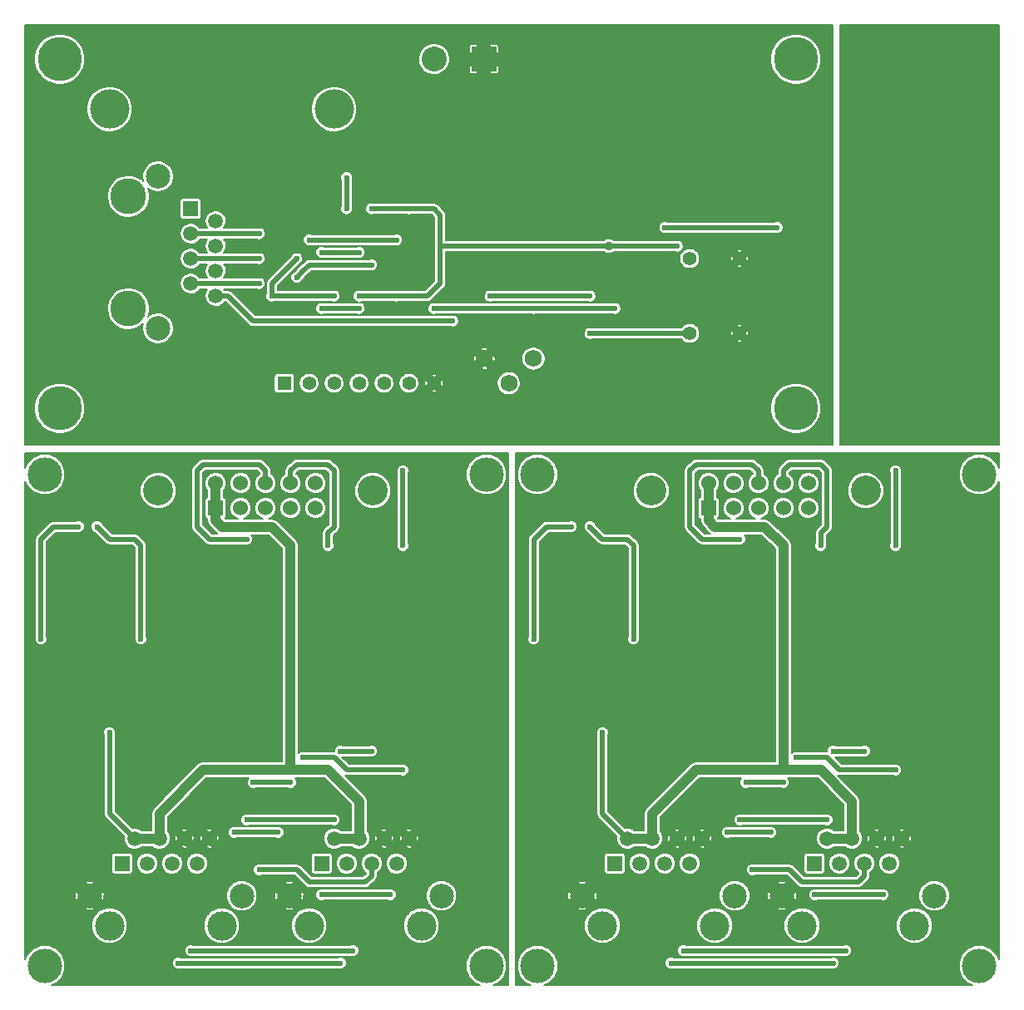
<source format=gbl>
G04 (created by PCBNEW (2013-may-18)-stable) date Tue 21 Oct 2014 09:53:05 PM CEST*
%MOIN*%
G04 Gerber Fmt 3.4, Leading zero omitted, Abs format*
%FSLAX34Y34*%
G01*
G70*
G90*
G04 APERTURE LIST*
%ADD10C,0.00590551*%
%ADD11C,0.12*%
%ADD12R,0.06X0.06*%
%ADD13C,0.06*%
%ADD14C,0.137795*%
%ADD15C,0.11811*%
%ADD16R,0.0591X0.0591*%
%ADD17C,0.0591*%
%ADD18C,0.0984252*%
%ADD19C,0.0689*%
%ADD20C,0.055*%
%ADD21C,0.1437*%
%ADD22R,0.1X0.1*%
%ADD23C,0.1*%
%ADD24R,0.055X0.055*%
%ADD25C,0.177165*%
%ADD26C,0.1575*%
%ADD27C,0.023622*%
%ADD28C,0.035*%
%ADD29C,0.0393701*%
%ADD30C,0.019685*%
%ADD31C,0.0067*%
%ADD32C,0.00669291*%
G04 APERTURE END LIST*
G54D10*
G54D11*
X95550Y-48800D03*
X86950Y-48800D03*
G54D12*
X89250Y-49500D03*
G54D13*
X89250Y-48500D03*
X90250Y-49500D03*
X90250Y-48500D03*
X91250Y-49500D03*
X91250Y-48500D03*
X92250Y-49500D03*
X92250Y-48500D03*
X93250Y-49500D03*
X93250Y-48500D03*
G54D14*
X100100Y-48150D03*
X100100Y-67850D03*
X82400Y-67850D03*
X82400Y-48150D03*
G54D15*
X89500Y-66250D03*
X85000Y-66250D03*
G54D16*
X85500Y-63750D03*
G54D17*
X86000Y-62750D03*
X86500Y-63750D03*
X87000Y-62750D03*
X87500Y-63750D03*
X88000Y-62750D03*
X88500Y-63750D03*
X89000Y-62750D03*
G54D18*
X84200Y-65049D03*
X90300Y-65049D03*
G54D15*
X97500Y-66250D03*
X93000Y-66250D03*
G54D16*
X93500Y-63750D03*
G54D17*
X94000Y-62750D03*
X94500Y-63750D03*
X95000Y-62750D03*
X95500Y-63750D03*
X96000Y-62750D03*
X96500Y-63750D03*
X97000Y-62750D03*
G54D18*
X92200Y-65049D03*
X98300Y-65049D03*
G54D15*
X77750Y-66250D03*
X73250Y-66250D03*
G54D16*
X73750Y-63750D03*
G54D17*
X74250Y-62750D03*
X74750Y-63750D03*
X75250Y-62750D03*
X75750Y-63750D03*
X76250Y-62750D03*
X76750Y-63750D03*
X77250Y-62750D03*
G54D18*
X72450Y-65049D03*
X78550Y-65049D03*
G54D15*
X69750Y-66250D03*
X65250Y-66250D03*
G54D16*
X65750Y-63750D03*
G54D17*
X66250Y-62750D03*
X66750Y-63750D03*
X67250Y-62750D03*
X67750Y-63750D03*
X68250Y-62750D03*
X68750Y-63750D03*
X69250Y-62750D03*
G54D18*
X64450Y-65049D03*
X70550Y-65049D03*
G54D14*
X62650Y-48150D03*
X62650Y-67850D03*
X80350Y-67850D03*
X80350Y-48150D03*
G54D11*
X75800Y-48800D03*
X67200Y-48800D03*
G54D12*
X69500Y-49500D03*
G54D13*
X69500Y-48500D03*
X70500Y-49500D03*
X70500Y-48500D03*
X71500Y-49500D03*
X71500Y-48500D03*
X72500Y-49500D03*
X72500Y-48500D03*
X73500Y-49500D03*
X73500Y-48500D03*
G54D19*
X82234Y-43508D03*
X81250Y-44492D03*
X80266Y-43508D03*
G54D20*
X88500Y-39500D03*
X90500Y-39500D03*
X88500Y-42500D03*
X90500Y-42500D03*
G54D21*
X66000Y-41500D03*
X66000Y-37000D03*
G54D16*
X68500Y-37500D03*
G54D17*
X69500Y-38000D03*
X68500Y-38500D03*
X69500Y-39000D03*
X68500Y-39500D03*
X69500Y-40000D03*
X68500Y-40500D03*
X69500Y-41000D03*
G54D18*
X67200Y-36200D03*
X67200Y-42300D03*
G54D22*
X80250Y-31500D03*
G54D23*
X78250Y-31500D03*
G54D24*
X72250Y-44500D03*
G54D20*
X73250Y-44500D03*
X74250Y-44500D03*
X75250Y-44500D03*
X76250Y-44500D03*
X77250Y-44500D03*
X78250Y-44500D03*
G54D25*
X63250Y-31500D03*
X92750Y-31500D03*
X92750Y-45500D03*
X63250Y-45500D03*
G54D26*
X65250Y-33500D03*
X74250Y-33500D03*
G54D27*
X82250Y-54750D03*
X83750Y-50250D03*
X85000Y-58500D03*
X65250Y-58500D03*
X64000Y-50250D03*
X62500Y-54750D03*
X87500Y-38250D03*
X92000Y-38250D03*
X86250Y-54750D03*
X84500Y-50250D03*
X64750Y-50250D03*
X66500Y-54750D03*
X85500Y-41500D03*
X78250Y-41500D03*
X82250Y-41500D03*
X76750Y-38750D03*
X73250Y-38750D03*
X75250Y-39250D03*
X73750Y-41500D03*
X75250Y-41500D03*
X73750Y-39250D03*
G54D28*
X85250Y-39000D03*
G54D27*
X88000Y-39000D03*
X75250Y-41000D03*
X76750Y-41000D03*
X75750Y-37500D03*
X77250Y-37500D03*
X87750Y-67750D03*
X94250Y-67750D03*
X74500Y-67750D03*
X68000Y-67750D03*
X94000Y-62000D03*
X90500Y-62000D03*
X70750Y-62000D03*
X74250Y-62000D03*
X91000Y-64000D03*
X71250Y-64000D03*
X71250Y-39500D03*
X94750Y-67250D03*
X88250Y-67250D03*
X68500Y-67250D03*
X75000Y-67250D03*
X71250Y-38500D03*
X94250Y-59250D03*
X95500Y-59250D03*
X75750Y-59250D03*
X74500Y-59250D03*
X88500Y-55250D03*
X90000Y-55250D03*
X91500Y-55250D03*
X93000Y-55250D03*
X94500Y-55250D03*
X96000Y-55250D03*
X97500Y-55250D03*
X99000Y-55250D03*
X79250Y-55250D03*
X77750Y-55250D03*
X76250Y-55250D03*
X74750Y-55250D03*
X73250Y-55250D03*
X71750Y-55250D03*
X70250Y-55250D03*
X68750Y-55250D03*
X84500Y-42500D03*
X72750Y-40250D03*
X75750Y-39750D03*
X71750Y-41000D03*
X74250Y-41000D03*
X72750Y-39500D03*
X74750Y-36250D03*
X74750Y-37500D03*
X92250Y-60500D03*
X90750Y-60500D03*
X71000Y-60500D03*
X72500Y-60500D03*
X92750Y-59500D03*
X96750Y-60000D03*
X77000Y-60000D03*
X73000Y-59500D03*
X90000Y-62500D03*
X91750Y-62500D03*
X96250Y-65000D03*
X93500Y-65000D03*
X73750Y-65000D03*
X76500Y-65000D03*
X72000Y-62500D03*
X70250Y-62500D03*
X71250Y-40500D03*
X96750Y-51000D03*
X96750Y-48000D03*
X77000Y-48000D03*
X77000Y-51000D03*
X93750Y-51000D03*
X74000Y-51000D03*
X90500Y-50750D03*
X70750Y-50750D03*
X79000Y-42000D03*
X84500Y-41000D03*
X80500Y-41000D03*
G54D29*
X86000Y-62750D02*
X87000Y-62750D01*
X94000Y-62750D02*
X95000Y-62750D01*
X87000Y-61750D02*
X87000Y-62750D01*
X87000Y-61750D02*
X87000Y-61750D01*
X87000Y-61750D02*
X88750Y-60000D01*
X88750Y-60000D02*
X88750Y-60000D01*
X95000Y-61250D02*
X93750Y-60000D01*
X95000Y-62750D02*
X95000Y-61250D01*
X92250Y-60000D02*
X93750Y-60000D01*
X88750Y-60000D02*
X92250Y-60000D01*
G54D30*
X82250Y-50750D02*
X82250Y-54750D01*
X82250Y-50750D02*
X82750Y-50250D01*
X82750Y-50250D02*
X83750Y-50250D01*
G54D29*
X89250Y-48500D02*
X89250Y-49500D01*
X91500Y-50250D02*
X92250Y-51000D01*
X89500Y-50250D02*
X91500Y-50250D01*
X89250Y-50000D02*
X89500Y-50250D01*
X89250Y-50000D02*
X89250Y-49500D01*
X92250Y-59250D02*
X92250Y-51000D01*
X92250Y-60000D02*
X92250Y-59250D01*
G54D30*
X85000Y-58500D02*
X85000Y-61750D01*
X85000Y-61750D02*
X86000Y-62750D01*
X65250Y-61750D02*
X66250Y-62750D01*
X65250Y-58500D02*
X65250Y-61750D01*
G54D29*
X72500Y-60000D02*
X72500Y-59250D01*
X72500Y-59250D02*
X72500Y-51000D01*
X69500Y-50000D02*
X69500Y-49500D01*
X69500Y-50000D02*
X69750Y-50250D01*
X69750Y-50250D02*
X71750Y-50250D01*
X71750Y-50250D02*
X72500Y-51000D01*
X69500Y-48500D02*
X69500Y-49500D01*
G54D30*
X63000Y-50250D02*
X64000Y-50250D01*
X62500Y-50750D02*
X63000Y-50250D01*
X62500Y-50750D02*
X62500Y-54750D01*
G54D29*
X69000Y-60000D02*
X72500Y-60000D01*
X72500Y-60000D02*
X74000Y-60000D01*
X75250Y-62750D02*
X75250Y-61250D01*
X75250Y-61250D02*
X74000Y-60000D01*
X69000Y-60000D02*
X69000Y-60000D01*
X67250Y-61750D02*
X69000Y-60000D01*
X67250Y-61750D02*
X67250Y-61750D01*
X67250Y-61750D02*
X67250Y-62750D01*
X74250Y-62750D02*
X75250Y-62750D01*
X66250Y-62750D02*
X67250Y-62750D01*
G54D30*
X92000Y-38250D02*
X87500Y-38250D01*
X86250Y-51000D02*
X86250Y-54750D01*
X86000Y-50750D02*
X86250Y-51000D01*
X85000Y-50750D02*
X86000Y-50750D01*
X84500Y-50250D02*
X85000Y-50750D01*
X64750Y-50250D02*
X65250Y-50750D01*
X65250Y-50750D02*
X66250Y-50750D01*
X66250Y-50750D02*
X66500Y-51000D01*
X66500Y-51000D02*
X66500Y-54750D01*
X84500Y-41500D02*
X85500Y-41500D01*
X82250Y-41500D02*
X78250Y-41500D01*
X82250Y-41500D02*
X84500Y-41500D01*
X73250Y-38750D02*
X76750Y-38750D01*
X73750Y-39250D02*
X75250Y-39250D01*
X75250Y-41500D02*
X73750Y-41500D01*
X83000Y-39000D02*
X78750Y-39000D01*
X84500Y-39000D02*
X85250Y-39000D01*
X85250Y-39000D02*
X87500Y-39000D01*
X83500Y-39000D02*
X84500Y-39000D01*
X83000Y-39000D02*
X83500Y-39000D01*
X87750Y-39000D02*
X88000Y-39000D01*
X87500Y-39000D02*
X87750Y-39000D01*
X76750Y-41000D02*
X75250Y-41000D01*
X78000Y-41000D02*
X76750Y-41000D01*
X78750Y-39000D02*
X78500Y-39000D01*
X78500Y-39000D02*
X78500Y-37750D01*
X78000Y-37500D02*
X77250Y-37500D01*
X78250Y-37500D02*
X78500Y-37750D01*
X78000Y-37500D02*
X78250Y-37500D01*
X78500Y-40500D02*
X78500Y-39000D01*
X78500Y-40500D02*
X78000Y-41000D01*
X75750Y-37500D02*
X77250Y-37500D01*
X87750Y-67750D02*
X94250Y-67750D01*
X68000Y-67750D02*
X74500Y-67750D01*
X94000Y-62000D02*
X90500Y-62000D01*
X74250Y-62000D02*
X70750Y-62000D01*
X91000Y-64000D02*
X92250Y-64000D01*
X92250Y-64000D02*
X92500Y-64000D01*
X92500Y-64000D02*
X93000Y-64500D01*
X93000Y-64500D02*
X95250Y-64500D01*
X95250Y-64500D02*
X95500Y-64250D01*
X95500Y-64250D02*
X95500Y-63750D01*
X75750Y-64250D02*
X75750Y-63750D01*
X75500Y-64500D02*
X75750Y-64250D01*
X73250Y-64500D02*
X75500Y-64500D01*
X72750Y-64000D02*
X73250Y-64500D01*
X72500Y-64000D02*
X72750Y-64000D01*
X71250Y-64000D02*
X72500Y-64000D01*
X68500Y-39500D02*
X71250Y-39500D01*
X88250Y-67250D02*
X94750Y-67250D01*
X68500Y-67250D02*
X75000Y-67250D01*
X71250Y-38500D02*
X68500Y-38500D01*
X94250Y-59250D02*
X95000Y-59250D01*
X95000Y-59250D02*
X95500Y-59250D01*
X75250Y-59250D02*
X75750Y-59250D01*
X74500Y-59250D02*
X75250Y-59250D01*
X84500Y-42500D02*
X88500Y-42500D01*
X75750Y-39750D02*
X73250Y-39750D01*
X73250Y-39750D02*
X73000Y-40000D01*
X73000Y-40000D02*
X72750Y-40250D01*
X72750Y-40250D02*
X72750Y-40250D01*
X71750Y-41000D02*
X74250Y-41000D01*
X72750Y-39500D02*
X71750Y-40500D01*
X71750Y-40500D02*
X71750Y-41000D01*
X74750Y-36250D02*
X74750Y-37500D01*
X90750Y-60500D02*
X92250Y-60500D01*
X71000Y-60500D02*
X72500Y-60500D01*
X94000Y-59500D02*
X94500Y-60000D01*
X94500Y-60000D02*
X96750Y-60000D01*
X92750Y-59500D02*
X94000Y-59500D01*
X73000Y-59500D02*
X74250Y-59500D01*
X74750Y-60000D02*
X77000Y-60000D01*
X74250Y-59500D02*
X74750Y-60000D01*
X90000Y-62500D02*
X91750Y-62500D01*
X93500Y-65000D02*
X96250Y-65000D01*
X73750Y-65000D02*
X76500Y-65000D01*
X70250Y-62500D02*
X72000Y-62500D01*
X71250Y-40500D02*
X68500Y-40500D01*
X96750Y-48000D02*
X96750Y-51000D01*
X77000Y-48000D02*
X77000Y-51000D01*
X92500Y-47750D02*
X92250Y-48000D01*
X92250Y-48000D02*
X92250Y-48500D01*
X94000Y-50000D02*
X94000Y-48000D01*
X93750Y-51000D02*
X93750Y-50500D01*
X93750Y-50500D02*
X94000Y-50250D01*
X94000Y-50250D02*
X94000Y-50000D01*
X94000Y-48000D02*
X93750Y-47750D01*
X93750Y-47750D02*
X92500Y-47750D01*
X74000Y-47750D02*
X72750Y-47750D01*
X74250Y-48000D02*
X74000Y-47750D01*
X74250Y-50250D02*
X74250Y-50000D01*
X74000Y-50500D02*
X74250Y-50250D01*
X74000Y-51000D02*
X74000Y-50500D01*
X74250Y-50000D02*
X74250Y-48000D01*
X72500Y-48000D02*
X72500Y-48500D01*
X72750Y-47750D02*
X72500Y-48000D01*
X90500Y-50750D02*
X90500Y-50750D01*
X90500Y-50750D02*
X90500Y-50750D01*
X88750Y-47750D02*
X91000Y-47750D01*
X88500Y-48000D02*
X88750Y-47750D01*
X88500Y-50250D02*
X88500Y-50000D01*
X89000Y-50750D02*
X88500Y-50250D01*
X88500Y-50000D02*
X88500Y-48000D01*
X91250Y-48500D02*
X91250Y-48000D01*
X91000Y-47750D02*
X91250Y-48000D01*
X89000Y-50750D02*
X90500Y-50750D01*
X69250Y-50750D02*
X70750Y-50750D01*
X71250Y-47750D02*
X71500Y-48000D01*
X71500Y-48500D02*
X71500Y-48000D01*
X68750Y-50000D02*
X68750Y-48000D01*
X69250Y-50750D02*
X68750Y-50250D01*
X68750Y-50250D02*
X68750Y-50000D01*
X68750Y-48000D02*
X69000Y-47750D01*
X69000Y-47750D02*
X71250Y-47750D01*
X70750Y-50750D02*
X70750Y-50750D01*
X70750Y-50750D02*
X70750Y-50750D01*
X70000Y-41000D02*
X71000Y-42000D01*
X71000Y-42000D02*
X79000Y-42000D01*
X69500Y-41000D02*
X70000Y-41000D01*
X84500Y-41000D02*
X80500Y-41000D01*
G54D10*
G36*
X81216Y-68629D02*
X80616Y-68629D01*
X80815Y-68547D01*
X81046Y-68316D01*
X81172Y-68014D01*
X81172Y-67687D01*
X81172Y-47987D01*
X81047Y-47684D01*
X80816Y-47453D01*
X80514Y-47327D01*
X80187Y-47327D01*
X79884Y-47452D01*
X79653Y-47683D01*
X79527Y-47985D01*
X79527Y-48312D01*
X79652Y-48615D01*
X79883Y-48846D01*
X80185Y-48972D01*
X80512Y-48972D01*
X80815Y-48847D01*
X81046Y-48616D01*
X81172Y-48314D01*
X81172Y-47987D01*
X81172Y-67687D01*
X81047Y-67384D01*
X80816Y-67153D01*
X80514Y-67027D01*
X80187Y-67027D01*
X79884Y-67152D01*
X79653Y-67383D01*
X79527Y-67685D01*
X79527Y-68012D01*
X79652Y-68315D01*
X79883Y-68546D01*
X80083Y-68629D01*
X79175Y-68629D01*
X79175Y-64925D01*
X79080Y-64695D01*
X78904Y-64519D01*
X78674Y-64423D01*
X78426Y-64423D01*
X78196Y-64518D01*
X78019Y-64694D01*
X77924Y-64924D01*
X77924Y-65173D01*
X78019Y-65403D01*
X78195Y-65579D01*
X78425Y-65674D01*
X78673Y-65674D01*
X78903Y-65579D01*
X79080Y-65404D01*
X79175Y-65174D01*
X79175Y-64925D01*
X79175Y-68629D01*
X78474Y-68629D01*
X78474Y-66106D01*
X78364Y-65840D01*
X78160Y-65636D01*
X77894Y-65526D01*
X77649Y-65525D01*
X77649Y-62694D01*
X77640Y-62648D01*
X77600Y-62607D01*
X77458Y-62750D01*
X77600Y-62892D01*
X77640Y-62851D01*
X77649Y-62694D01*
X77649Y-65525D01*
X77606Y-65525D01*
X77392Y-65614D01*
X77392Y-63100D01*
X77392Y-62399D01*
X77351Y-62359D01*
X77251Y-62353D01*
X77251Y-59950D01*
X77251Y-50950D01*
X77231Y-50902D01*
X77231Y-48097D01*
X77251Y-48050D01*
X77251Y-47950D01*
X77213Y-47857D01*
X77142Y-47786D01*
X77050Y-47748D01*
X76950Y-47748D01*
X76857Y-47786D01*
X76786Y-47857D01*
X76748Y-47949D01*
X76748Y-48049D01*
X76768Y-48097D01*
X76768Y-50902D01*
X76748Y-50949D01*
X76748Y-51049D01*
X76786Y-51142D01*
X76857Y-51213D01*
X76949Y-51251D01*
X77049Y-51251D01*
X77142Y-51213D01*
X77213Y-51142D01*
X77251Y-51050D01*
X77251Y-50950D01*
X77251Y-59950D01*
X77213Y-59857D01*
X77142Y-59786D01*
X77050Y-59748D01*
X76950Y-59748D01*
X76902Y-59768D01*
X76533Y-59768D01*
X76533Y-48654D01*
X76422Y-48385D01*
X76216Y-48178D01*
X75946Y-48066D01*
X75654Y-48066D01*
X75385Y-48177D01*
X75178Y-48383D01*
X75066Y-48653D01*
X75066Y-48945D01*
X75177Y-49214D01*
X75383Y-49421D01*
X75653Y-49533D01*
X75945Y-49533D01*
X76214Y-49422D01*
X76421Y-49216D01*
X76533Y-48946D01*
X76533Y-48654D01*
X76533Y-59768D01*
X74846Y-59768D01*
X74570Y-59492D01*
X74597Y-59481D01*
X75250Y-59481D01*
X75652Y-59481D01*
X75699Y-59501D01*
X75799Y-59501D01*
X75892Y-59463D01*
X75963Y-59392D01*
X76001Y-59300D01*
X76001Y-59200D01*
X75963Y-59107D01*
X75892Y-59036D01*
X75800Y-58998D01*
X75700Y-58998D01*
X75652Y-59018D01*
X75250Y-59018D01*
X74597Y-59018D01*
X74550Y-58998D01*
X74481Y-58998D01*
X74481Y-50250D01*
X74481Y-50000D01*
X74481Y-48000D01*
X74464Y-47911D01*
X74413Y-47836D01*
X74413Y-47836D01*
X74163Y-47586D01*
X74088Y-47535D01*
X74000Y-47518D01*
X73999Y-47518D01*
X72750Y-47518D01*
X72661Y-47535D01*
X72586Y-47586D01*
X72586Y-47586D01*
X72336Y-47836D01*
X72285Y-47911D01*
X72268Y-48000D01*
X72268Y-48000D01*
X72268Y-48126D01*
X72254Y-48132D01*
X72132Y-48254D01*
X72066Y-48413D01*
X72066Y-48585D01*
X72132Y-48745D01*
X72254Y-48867D01*
X72413Y-48933D01*
X72585Y-48933D01*
X72745Y-48867D01*
X72867Y-48745D01*
X72933Y-48586D01*
X72933Y-48414D01*
X72867Y-48254D01*
X72745Y-48132D01*
X72731Y-48126D01*
X72731Y-48096D01*
X72846Y-47981D01*
X73903Y-47981D01*
X74018Y-48096D01*
X74018Y-50000D01*
X74018Y-50153D01*
X73933Y-50238D01*
X73933Y-49414D01*
X73933Y-48414D01*
X73867Y-48254D01*
X73745Y-48132D01*
X73586Y-48066D01*
X73414Y-48066D01*
X73254Y-48132D01*
X73132Y-48254D01*
X73066Y-48413D01*
X73066Y-48585D01*
X73132Y-48745D01*
X73254Y-48867D01*
X73413Y-48933D01*
X73585Y-48933D01*
X73745Y-48867D01*
X73867Y-48745D01*
X73933Y-48586D01*
X73933Y-48414D01*
X73933Y-49414D01*
X73867Y-49254D01*
X73745Y-49132D01*
X73586Y-49066D01*
X73414Y-49066D01*
X73254Y-49132D01*
X73132Y-49254D01*
X73066Y-49413D01*
X73066Y-49585D01*
X73132Y-49745D01*
X73254Y-49867D01*
X73413Y-49933D01*
X73585Y-49933D01*
X73745Y-49867D01*
X73867Y-49745D01*
X73933Y-49586D01*
X73933Y-49414D01*
X73933Y-50238D01*
X73836Y-50336D01*
X73785Y-50411D01*
X73768Y-50500D01*
X73768Y-50500D01*
X73768Y-50902D01*
X73748Y-50949D01*
X73748Y-51049D01*
X73786Y-51142D01*
X73857Y-51213D01*
X73949Y-51251D01*
X74049Y-51251D01*
X74142Y-51213D01*
X74213Y-51142D01*
X74251Y-51050D01*
X74251Y-50950D01*
X74231Y-50902D01*
X74231Y-50596D01*
X74413Y-50413D01*
X74413Y-50413D01*
X74413Y-50413D01*
X74464Y-50338D01*
X74481Y-50250D01*
X74481Y-58998D01*
X74450Y-58998D01*
X74357Y-59036D01*
X74286Y-59107D01*
X74248Y-59199D01*
X74248Y-59268D01*
X73097Y-59268D01*
X73050Y-59248D01*
X72950Y-59248D01*
X72933Y-59255D01*
X72933Y-49414D01*
X72867Y-49254D01*
X72745Y-49132D01*
X72586Y-49066D01*
X72414Y-49066D01*
X72254Y-49132D01*
X72132Y-49254D01*
X72066Y-49413D01*
X72066Y-49585D01*
X72132Y-49745D01*
X72254Y-49867D01*
X72413Y-49933D01*
X72585Y-49933D01*
X72745Y-49867D01*
X72867Y-49745D01*
X72933Y-49586D01*
X72933Y-49414D01*
X72933Y-59255D01*
X72857Y-59286D01*
X72830Y-59313D01*
X72830Y-59250D01*
X72830Y-51000D01*
X72830Y-50999D01*
X72805Y-50873D01*
X72733Y-50766D01*
X72733Y-50766D01*
X71983Y-50016D01*
X71876Y-49944D01*
X71750Y-49919D01*
X71619Y-49919D01*
X71745Y-49867D01*
X71867Y-49745D01*
X71933Y-49586D01*
X71933Y-49414D01*
X71867Y-49254D01*
X71745Y-49132D01*
X71586Y-49066D01*
X71414Y-49066D01*
X71254Y-49132D01*
X71132Y-49254D01*
X71066Y-49413D01*
X71066Y-49585D01*
X71132Y-49745D01*
X71254Y-49867D01*
X71380Y-49919D01*
X70619Y-49919D01*
X70745Y-49867D01*
X70867Y-49745D01*
X70933Y-49586D01*
X70933Y-49414D01*
X70933Y-48414D01*
X70867Y-48254D01*
X70745Y-48132D01*
X70586Y-48066D01*
X70414Y-48066D01*
X70254Y-48132D01*
X70132Y-48254D01*
X70066Y-48413D01*
X70066Y-48585D01*
X70132Y-48745D01*
X70254Y-48867D01*
X70413Y-48933D01*
X70585Y-48933D01*
X70745Y-48867D01*
X70867Y-48745D01*
X70933Y-48586D01*
X70933Y-48414D01*
X70933Y-49414D01*
X70867Y-49254D01*
X70745Y-49132D01*
X70586Y-49066D01*
X70414Y-49066D01*
X70254Y-49132D01*
X70132Y-49254D01*
X70066Y-49413D01*
X70066Y-49585D01*
X70132Y-49745D01*
X70254Y-49867D01*
X70380Y-49919D01*
X69886Y-49919D01*
X69877Y-49910D01*
X69913Y-49875D01*
X69933Y-49826D01*
X69933Y-49773D01*
X69933Y-49173D01*
X69913Y-49124D01*
X69875Y-49086D01*
X69830Y-49068D01*
X69830Y-48782D01*
X69867Y-48745D01*
X69933Y-48586D01*
X69933Y-48414D01*
X69867Y-48254D01*
X69745Y-48132D01*
X69586Y-48066D01*
X69414Y-48066D01*
X69254Y-48132D01*
X69132Y-48254D01*
X69066Y-48413D01*
X69066Y-48585D01*
X69132Y-48745D01*
X69169Y-48782D01*
X69169Y-49068D01*
X69124Y-49086D01*
X69086Y-49124D01*
X69066Y-49173D01*
X69066Y-49226D01*
X69066Y-49826D01*
X69086Y-49875D01*
X69124Y-49913D01*
X69169Y-49931D01*
X69169Y-50000D01*
X69194Y-50126D01*
X69266Y-50233D01*
X69516Y-50483D01*
X69516Y-50483D01*
X69568Y-50518D01*
X69346Y-50518D01*
X68981Y-50153D01*
X68981Y-50000D01*
X68981Y-48096D01*
X69096Y-47981D01*
X71153Y-47981D01*
X71268Y-48096D01*
X71268Y-48126D01*
X71254Y-48132D01*
X71132Y-48254D01*
X71066Y-48413D01*
X71066Y-48585D01*
X71132Y-48745D01*
X71254Y-48867D01*
X71413Y-48933D01*
X71585Y-48933D01*
X71745Y-48867D01*
X71867Y-48745D01*
X71933Y-48586D01*
X71933Y-48414D01*
X71867Y-48254D01*
X71745Y-48132D01*
X71731Y-48126D01*
X71731Y-48000D01*
X71714Y-47911D01*
X71663Y-47836D01*
X71663Y-47836D01*
X71413Y-47586D01*
X71338Y-47535D01*
X71250Y-47518D01*
X71249Y-47518D01*
X69000Y-47518D01*
X68911Y-47535D01*
X68836Y-47586D01*
X68836Y-47586D01*
X68586Y-47836D01*
X68535Y-47911D01*
X68518Y-48000D01*
X68518Y-48000D01*
X68518Y-50000D01*
X68518Y-50249D01*
X68518Y-50250D01*
X68535Y-50338D01*
X68586Y-50413D01*
X69086Y-50913D01*
X69086Y-50913D01*
X69161Y-50964D01*
X69250Y-50981D01*
X69250Y-50981D01*
X69250Y-50981D01*
X70652Y-50981D01*
X70699Y-51001D01*
X70799Y-51001D01*
X70892Y-50963D01*
X70963Y-50892D01*
X71001Y-50800D01*
X71001Y-50700D01*
X70963Y-50607D01*
X70936Y-50580D01*
X71613Y-50580D01*
X72169Y-51136D01*
X72169Y-59250D01*
X72169Y-59669D01*
X69000Y-59669D01*
X68873Y-59694D01*
X68766Y-59766D01*
X67933Y-60599D01*
X67933Y-48654D01*
X67822Y-48385D01*
X67616Y-48178D01*
X67346Y-48066D01*
X67054Y-48066D01*
X66785Y-48177D01*
X66578Y-48383D01*
X66466Y-48653D01*
X66466Y-48945D01*
X66577Y-49214D01*
X66783Y-49421D01*
X67053Y-49533D01*
X67345Y-49533D01*
X67614Y-49422D01*
X67821Y-49216D01*
X67933Y-48946D01*
X67933Y-48654D01*
X67933Y-60599D01*
X67016Y-61516D01*
X66944Y-61623D01*
X66919Y-61750D01*
X66919Y-62419D01*
X66751Y-62419D01*
X66751Y-54700D01*
X66731Y-54652D01*
X66731Y-51000D01*
X66714Y-50911D01*
X66663Y-50836D01*
X66663Y-50836D01*
X66413Y-50586D01*
X66338Y-50535D01*
X66250Y-50518D01*
X66249Y-50518D01*
X65346Y-50518D01*
X64982Y-50154D01*
X64963Y-50107D01*
X64892Y-50036D01*
X64800Y-49998D01*
X64700Y-49998D01*
X64607Y-50036D01*
X64536Y-50107D01*
X64498Y-50199D01*
X64498Y-50299D01*
X64536Y-50392D01*
X64607Y-50463D01*
X64655Y-50482D01*
X65086Y-50913D01*
X65086Y-50913D01*
X65161Y-50964D01*
X65250Y-50981D01*
X65250Y-50981D01*
X65250Y-50981D01*
X66153Y-50981D01*
X66268Y-51096D01*
X66268Y-54652D01*
X66248Y-54699D01*
X66248Y-54799D01*
X66286Y-54892D01*
X66357Y-54963D01*
X66449Y-55001D01*
X66549Y-55001D01*
X66642Y-54963D01*
X66713Y-54892D01*
X66751Y-54800D01*
X66751Y-54700D01*
X66751Y-62419D01*
X66526Y-62419D01*
X66493Y-62386D01*
X66335Y-62321D01*
X66165Y-62320D01*
X66153Y-62325D01*
X65481Y-61653D01*
X65481Y-58597D01*
X65501Y-58550D01*
X65501Y-58450D01*
X65463Y-58357D01*
X65392Y-58286D01*
X65300Y-58248D01*
X65200Y-58248D01*
X65107Y-58286D01*
X65036Y-58357D01*
X64998Y-58449D01*
X64998Y-58549D01*
X65018Y-58597D01*
X65018Y-61749D01*
X65018Y-61750D01*
X65035Y-61838D01*
X65086Y-61913D01*
X65825Y-62653D01*
X65821Y-62664D01*
X65820Y-62834D01*
X65886Y-62992D01*
X66006Y-63113D01*
X66164Y-63178D01*
X66334Y-63179D01*
X66492Y-63113D01*
X66526Y-63080D01*
X66973Y-63080D01*
X67006Y-63113D01*
X67164Y-63178D01*
X67334Y-63179D01*
X67492Y-63113D01*
X67613Y-62993D01*
X67678Y-62835D01*
X67679Y-62665D01*
X67613Y-62507D01*
X67580Y-62473D01*
X67580Y-61886D01*
X69136Y-60330D01*
X70813Y-60330D01*
X70786Y-60357D01*
X70748Y-60449D01*
X70748Y-60549D01*
X70786Y-60642D01*
X70857Y-60713D01*
X70949Y-60751D01*
X71049Y-60751D01*
X71097Y-60731D01*
X72402Y-60731D01*
X72449Y-60751D01*
X72549Y-60751D01*
X72642Y-60713D01*
X72713Y-60642D01*
X72751Y-60550D01*
X72751Y-60450D01*
X72713Y-60357D01*
X72686Y-60330D01*
X73863Y-60330D01*
X74919Y-61386D01*
X74919Y-62419D01*
X74526Y-62419D01*
X74501Y-62394D01*
X74501Y-61950D01*
X74463Y-61857D01*
X74392Y-61786D01*
X74300Y-61748D01*
X74200Y-61748D01*
X74152Y-61768D01*
X70847Y-61768D01*
X70800Y-61748D01*
X70700Y-61748D01*
X70607Y-61786D01*
X70536Y-61857D01*
X70498Y-61949D01*
X70498Y-62049D01*
X70536Y-62142D01*
X70607Y-62213D01*
X70699Y-62251D01*
X70799Y-62251D01*
X70847Y-62231D01*
X74152Y-62231D01*
X74199Y-62251D01*
X74299Y-62251D01*
X74392Y-62213D01*
X74463Y-62142D01*
X74501Y-62050D01*
X74501Y-61950D01*
X74501Y-62394D01*
X74493Y-62386D01*
X74335Y-62321D01*
X74165Y-62320D01*
X74007Y-62386D01*
X73886Y-62506D01*
X73821Y-62664D01*
X73820Y-62834D01*
X73886Y-62992D01*
X74006Y-63113D01*
X74164Y-63178D01*
X74334Y-63179D01*
X74492Y-63113D01*
X74526Y-63080D01*
X74973Y-63080D01*
X75006Y-63113D01*
X75164Y-63178D01*
X75334Y-63179D01*
X75492Y-63113D01*
X75613Y-62993D01*
X75678Y-62835D01*
X75679Y-62665D01*
X75613Y-62507D01*
X75580Y-62473D01*
X75580Y-61250D01*
X75555Y-61123D01*
X75483Y-61016D01*
X74686Y-60219D01*
X74750Y-60231D01*
X74750Y-60231D01*
X74750Y-60231D01*
X76902Y-60231D01*
X76949Y-60251D01*
X77049Y-60251D01*
X77142Y-60213D01*
X77213Y-60142D01*
X77251Y-60050D01*
X77251Y-59950D01*
X77251Y-62353D01*
X77194Y-62350D01*
X77148Y-62359D01*
X77107Y-62399D01*
X77250Y-62541D01*
X77392Y-62399D01*
X77392Y-63100D01*
X77250Y-62958D01*
X77107Y-63100D01*
X77148Y-63140D01*
X77305Y-63149D01*
X77351Y-63140D01*
X77392Y-63100D01*
X77392Y-65614D01*
X77340Y-65635D01*
X77179Y-65796D01*
X77179Y-63665D01*
X77113Y-63507D01*
X77041Y-63434D01*
X77041Y-62750D01*
X76899Y-62607D01*
X76859Y-62648D01*
X76850Y-62805D01*
X76859Y-62851D01*
X76899Y-62892D01*
X77041Y-62750D01*
X77041Y-63434D01*
X76993Y-63386D01*
X76835Y-63321D01*
X76665Y-63320D01*
X76649Y-63327D01*
X76649Y-62694D01*
X76640Y-62648D01*
X76600Y-62607D01*
X76458Y-62750D01*
X76600Y-62892D01*
X76640Y-62851D01*
X76649Y-62694D01*
X76649Y-63327D01*
X76507Y-63386D01*
X76392Y-63501D01*
X76392Y-63100D01*
X76392Y-62399D01*
X76351Y-62359D01*
X76194Y-62350D01*
X76148Y-62359D01*
X76107Y-62399D01*
X76250Y-62541D01*
X76392Y-62399D01*
X76392Y-63100D01*
X76250Y-62958D01*
X76107Y-63100D01*
X76148Y-63140D01*
X76305Y-63149D01*
X76351Y-63140D01*
X76392Y-63100D01*
X76392Y-63501D01*
X76386Y-63506D01*
X76321Y-63664D01*
X76320Y-63834D01*
X76386Y-63992D01*
X76506Y-64113D01*
X76664Y-64178D01*
X76834Y-64179D01*
X76992Y-64113D01*
X77113Y-63993D01*
X77178Y-63835D01*
X77179Y-63665D01*
X77179Y-65796D01*
X77136Y-65839D01*
X77026Y-66105D01*
X77025Y-66393D01*
X77135Y-66659D01*
X77339Y-66863D01*
X77605Y-66973D01*
X77893Y-66974D01*
X78159Y-66864D01*
X78363Y-66660D01*
X78473Y-66394D01*
X78474Y-66106D01*
X78474Y-68629D01*
X76751Y-68629D01*
X76751Y-64950D01*
X76713Y-64857D01*
X76642Y-64786D01*
X76550Y-64748D01*
X76450Y-64748D01*
X76402Y-64768D01*
X76179Y-64768D01*
X76179Y-63665D01*
X76113Y-63507D01*
X76041Y-63434D01*
X76041Y-62750D01*
X75899Y-62607D01*
X75859Y-62648D01*
X75850Y-62805D01*
X75859Y-62851D01*
X75899Y-62892D01*
X76041Y-62750D01*
X76041Y-63434D01*
X75993Y-63386D01*
X75835Y-63321D01*
X75665Y-63320D01*
X75507Y-63386D01*
X75386Y-63506D01*
X75321Y-63664D01*
X75320Y-63834D01*
X75386Y-63992D01*
X75506Y-64113D01*
X75518Y-64118D01*
X75518Y-64153D01*
X75403Y-64268D01*
X75179Y-64268D01*
X75179Y-63665D01*
X75113Y-63507D01*
X74993Y-63386D01*
X74835Y-63321D01*
X74665Y-63320D01*
X74507Y-63386D01*
X74386Y-63506D01*
X74321Y-63664D01*
X74320Y-63834D01*
X74386Y-63992D01*
X74506Y-64113D01*
X74664Y-64178D01*
X74834Y-64179D01*
X74992Y-64113D01*
X75113Y-63993D01*
X75178Y-63835D01*
X75179Y-63665D01*
X75179Y-64268D01*
X74179Y-64268D01*
X74179Y-64019D01*
X74179Y-63428D01*
X74158Y-63378D01*
X74121Y-63341D01*
X74072Y-63321D01*
X74019Y-63320D01*
X73428Y-63320D01*
X73378Y-63341D01*
X73341Y-63378D01*
X73321Y-63427D01*
X73320Y-63480D01*
X73320Y-64071D01*
X73341Y-64121D01*
X73378Y-64158D01*
X73427Y-64178D01*
X73480Y-64179D01*
X74071Y-64179D01*
X74121Y-64158D01*
X74158Y-64121D01*
X74178Y-64072D01*
X74179Y-64019D01*
X74179Y-64268D01*
X73346Y-64268D01*
X72913Y-63836D01*
X72838Y-63785D01*
X72750Y-63768D01*
X72749Y-63768D01*
X72500Y-63768D01*
X72251Y-63768D01*
X72251Y-62450D01*
X72213Y-62357D01*
X72142Y-62286D01*
X72050Y-62248D01*
X71950Y-62248D01*
X71902Y-62268D01*
X70347Y-62268D01*
X70300Y-62248D01*
X70200Y-62248D01*
X70107Y-62286D01*
X70036Y-62357D01*
X69998Y-62449D01*
X69998Y-62549D01*
X70036Y-62642D01*
X70107Y-62713D01*
X70199Y-62751D01*
X70299Y-62751D01*
X70347Y-62731D01*
X71902Y-62731D01*
X71949Y-62751D01*
X72049Y-62751D01*
X72142Y-62713D01*
X72213Y-62642D01*
X72251Y-62550D01*
X72251Y-62450D01*
X72251Y-63768D01*
X71347Y-63768D01*
X71300Y-63748D01*
X71200Y-63748D01*
X71107Y-63786D01*
X71036Y-63857D01*
X70998Y-63949D01*
X70998Y-64049D01*
X71036Y-64142D01*
X71107Y-64213D01*
X71199Y-64251D01*
X71299Y-64251D01*
X71347Y-64231D01*
X72500Y-64231D01*
X72653Y-64231D01*
X73086Y-64663D01*
X73086Y-64663D01*
X73161Y-64714D01*
X73250Y-64731D01*
X73250Y-64731D01*
X73250Y-64731D01*
X75499Y-64731D01*
X75500Y-64731D01*
X75500Y-64731D01*
X75588Y-64714D01*
X75663Y-64663D01*
X75913Y-64413D01*
X75913Y-64413D01*
X75913Y-64413D01*
X75964Y-64338D01*
X75981Y-64250D01*
X75981Y-64118D01*
X75992Y-64113D01*
X76113Y-63993D01*
X76178Y-63835D01*
X76179Y-63665D01*
X76179Y-64768D01*
X73847Y-64768D01*
X73800Y-64748D01*
X73700Y-64748D01*
X73607Y-64786D01*
X73536Y-64857D01*
X73498Y-64949D01*
X73498Y-65049D01*
X73536Y-65142D01*
X73607Y-65213D01*
X73699Y-65251D01*
X73799Y-65251D01*
X73847Y-65231D01*
X76402Y-65231D01*
X76449Y-65251D01*
X76549Y-65251D01*
X76642Y-65213D01*
X76713Y-65142D01*
X76751Y-65050D01*
X76751Y-64950D01*
X76751Y-68629D01*
X75251Y-68629D01*
X75251Y-67200D01*
X75213Y-67107D01*
X75142Y-67036D01*
X75050Y-66998D01*
X74950Y-66998D01*
X74902Y-67018D01*
X73974Y-67018D01*
X73974Y-66106D01*
X73864Y-65840D01*
X73660Y-65636D01*
X73394Y-65526D01*
X73106Y-65525D01*
X73044Y-65551D01*
X73044Y-64938D01*
X73041Y-64923D01*
X72995Y-64852D01*
X72798Y-65049D01*
X72995Y-65245D01*
X73041Y-65174D01*
X73044Y-64938D01*
X73044Y-65551D01*
X72840Y-65635D01*
X72647Y-65828D01*
X72647Y-65593D01*
X72647Y-64504D01*
X72576Y-64458D01*
X72340Y-64455D01*
X72325Y-64458D01*
X72254Y-64504D01*
X72450Y-64701D01*
X72647Y-64504D01*
X72647Y-65593D01*
X72450Y-65397D01*
X72254Y-65593D01*
X72325Y-65640D01*
X72561Y-65643D01*
X72576Y-65640D01*
X72647Y-65593D01*
X72647Y-65828D01*
X72636Y-65839D01*
X72526Y-66105D01*
X72525Y-66393D01*
X72635Y-66659D01*
X72839Y-66863D01*
X73105Y-66973D01*
X73393Y-66974D01*
X73659Y-66864D01*
X73863Y-66660D01*
X73973Y-66394D01*
X73974Y-66106D01*
X73974Y-67018D01*
X72102Y-67018D01*
X72102Y-65049D01*
X71906Y-64852D01*
X71859Y-64923D01*
X71856Y-65159D01*
X71859Y-65174D01*
X71906Y-65245D01*
X72102Y-65049D01*
X72102Y-67018D01*
X71175Y-67018D01*
X71175Y-64925D01*
X71080Y-64695D01*
X70904Y-64519D01*
X70674Y-64423D01*
X70426Y-64423D01*
X70196Y-64518D01*
X70019Y-64694D01*
X69924Y-64924D01*
X69924Y-65173D01*
X70019Y-65403D01*
X70195Y-65579D01*
X70425Y-65674D01*
X70673Y-65674D01*
X70903Y-65579D01*
X71080Y-65404D01*
X71175Y-65174D01*
X71175Y-64925D01*
X71175Y-67018D01*
X70474Y-67018D01*
X70474Y-66106D01*
X70364Y-65840D01*
X70160Y-65636D01*
X69894Y-65526D01*
X69649Y-65525D01*
X69649Y-62694D01*
X69640Y-62648D01*
X69600Y-62607D01*
X69458Y-62750D01*
X69600Y-62892D01*
X69640Y-62851D01*
X69649Y-62694D01*
X69649Y-65525D01*
X69606Y-65525D01*
X69392Y-65614D01*
X69392Y-63100D01*
X69392Y-62399D01*
X69351Y-62359D01*
X69194Y-62350D01*
X69148Y-62359D01*
X69107Y-62399D01*
X69250Y-62541D01*
X69392Y-62399D01*
X69392Y-63100D01*
X69250Y-62958D01*
X69107Y-63100D01*
X69148Y-63140D01*
X69305Y-63149D01*
X69351Y-63140D01*
X69392Y-63100D01*
X69392Y-65614D01*
X69340Y-65635D01*
X69179Y-65796D01*
X69179Y-63665D01*
X69113Y-63507D01*
X69041Y-63434D01*
X69041Y-62750D01*
X68899Y-62607D01*
X68859Y-62648D01*
X68850Y-62805D01*
X68859Y-62851D01*
X68899Y-62892D01*
X69041Y-62750D01*
X69041Y-63434D01*
X68993Y-63386D01*
X68835Y-63321D01*
X68665Y-63320D01*
X68649Y-63327D01*
X68649Y-62694D01*
X68640Y-62648D01*
X68600Y-62607D01*
X68458Y-62750D01*
X68600Y-62892D01*
X68640Y-62851D01*
X68649Y-62694D01*
X68649Y-63327D01*
X68507Y-63386D01*
X68392Y-63501D01*
X68392Y-63100D01*
X68392Y-62399D01*
X68351Y-62359D01*
X68194Y-62350D01*
X68148Y-62359D01*
X68107Y-62399D01*
X68250Y-62541D01*
X68392Y-62399D01*
X68392Y-63100D01*
X68250Y-62958D01*
X68107Y-63100D01*
X68148Y-63140D01*
X68305Y-63149D01*
X68351Y-63140D01*
X68392Y-63100D01*
X68392Y-63501D01*
X68386Y-63506D01*
X68321Y-63664D01*
X68320Y-63834D01*
X68386Y-63992D01*
X68506Y-64113D01*
X68664Y-64178D01*
X68834Y-64179D01*
X68992Y-64113D01*
X69113Y-63993D01*
X69178Y-63835D01*
X69179Y-63665D01*
X69179Y-65796D01*
X69136Y-65839D01*
X69026Y-66105D01*
X69025Y-66393D01*
X69135Y-66659D01*
X69339Y-66863D01*
X69605Y-66973D01*
X69893Y-66974D01*
X70159Y-66864D01*
X70363Y-66660D01*
X70473Y-66394D01*
X70474Y-66106D01*
X70474Y-67018D01*
X68597Y-67018D01*
X68550Y-66998D01*
X68450Y-66998D01*
X68357Y-67036D01*
X68286Y-67107D01*
X68248Y-67199D01*
X68248Y-67299D01*
X68286Y-67392D01*
X68357Y-67463D01*
X68449Y-67501D01*
X68549Y-67501D01*
X68597Y-67481D01*
X74902Y-67481D01*
X74949Y-67501D01*
X75049Y-67501D01*
X75142Y-67463D01*
X75213Y-67392D01*
X75251Y-67300D01*
X75251Y-67200D01*
X75251Y-68629D01*
X74751Y-68629D01*
X74751Y-67700D01*
X74713Y-67607D01*
X74642Y-67536D01*
X74550Y-67498D01*
X74450Y-67498D01*
X74402Y-67518D01*
X68179Y-67518D01*
X68179Y-63665D01*
X68113Y-63507D01*
X68041Y-63434D01*
X68041Y-62750D01*
X67899Y-62607D01*
X67859Y-62648D01*
X67850Y-62805D01*
X67859Y-62851D01*
X67899Y-62892D01*
X68041Y-62750D01*
X68041Y-63434D01*
X67993Y-63386D01*
X67835Y-63321D01*
X67665Y-63320D01*
X67507Y-63386D01*
X67386Y-63506D01*
X67321Y-63664D01*
X67320Y-63834D01*
X67386Y-63992D01*
X67506Y-64113D01*
X67664Y-64178D01*
X67834Y-64179D01*
X67992Y-64113D01*
X68113Y-63993D01*
X68178Y-63835D01*
X68179Y-63665D01*
X68179Y-67518D01*
X68097Y-67518D01*
X68050Y-67498D01*
X67950Y-67498D01*
X67857Y-67536D01*
X67786Y-67607D01*
X67748Y-67699D01*
X67748Y-67799D01*
X67786Y-67892D01*
X67857Y-67963D01*
X67949Y-68001D01*
X68049Y-68001D01*
X68097Y-67981D01*
X74402Y-67981D01*
X74449Y-68001D01*
X74549Y-68001D01*
X74642Y-67963D01*
X74713Y-67892D01*
X74751Y-67800D01*
X74751Y-67700D01*
X74751Y-68629D01*
X67179Y-68629D01*
X67179Y-63665D01*
X67113Y-63507D01*
X66993Y-63386D01*
X66835Y-63321D01*
X66665Y-63320D01*
X66507Y-63386D01*
X66386Y-63506D01*
X66321Y-63664D01*
X66320Y-63834D01*
X66386Y-63992D01*
X66506Y-64113D01*
X66664Y-64178D01*
X66834Y-64179D01*
X66992Y-64113D01*
X67113Y-63993D01*
X67178Y-63835D01*
X67179Y-63665D01*
X67179Y-68629D01*
X66179Y-68629D01*
X66179Y-64019D01*
X66179Y-63428D01*
X66158Y-63378D01*
X66121Y-63341D01*
X66072Y-63321D01*
X66019Y-63320D01*
X65428Y-63320D01*
X65378Y-63341D01*
X65341Y-63378D01*
X65321Y-63427D01*
X65320Y-63480D01*
X65320Y-64071D01*
X65341Y-64121D01*
X65378Y-64158D01*
X65427Y-64178D01*
X65480Y-64179D01*
X66071Y-64179D01*
X66121Y-64158D01*
X66158Y-64121D01*
X66178Y-64072D01*
X66179Y-64019D01*
X66179Y-68629D01*
X65974Y-68629D01*
X65974Y-66106D01*
X65864Y-65840D01*
X65660Y-65636D01*
X65394Y-65526D01*
X65106Y-65525D01*
X65044Y-65551D01*
X65044Y-64938D01*
X65041Y-64923D01*
X64995Y-64852D01*
X64798Y-65049D01*
X64995Y-65245D01*
X65041Y-65174D01*
X65044Y-64938D01*
X65044Y-65551D01*
X64840Y-65635D01*
X64647Y-65828D01*
X64647Y-65593D01*
X64647Y-64504D01*
X64576Y-64458D01*
X64340Y-64455D01*
X64325Y-64458D01*
X64254Y-64504D01*
X64450Y-64701D01*
X64647Y-64504D01*
X64647Y-65593D01*
X64450Y-65397D01*
X64254Y-65593D01*
X64325Y-65640D01*
X64561Y-65643D01*
X64576Y-65640D01*
X64647Y-65593D01*
X64647Y-65828D01*
X64636Y-65839D01*
X64526Y-66105D01*
X64525Y-66393D01*
X64635Y-66659D01*
X64839Y-66863D01*
X65105Y-66973D01*
X65393Y-66974D01*
X65659Y-66864D01*
X65863Y-66660D01*
X65973Y-66394D01*
X65974Y-66106D01*
X65974Y-68629D01*
X64251Y-68629D01*
X64251Y-50200D01*
X64213Y-50107D01*
X64142Y-50036D01*
X64050Y-49998D01*
X63950Y-49998D01*
X63902Y-50018D01*
X63000Y-50018D01*
X63000Y-50018D01*
X62911Y-50035D01*
X62836Y-50086D01*
X62836Y-50086D01*
X62336Y-50586D01*
X62285Y-50661D01*
X62268Y-50750D01*
X62268Y-50750D01*
X62268Y-54652D01*
X62248Y-54699D01*
X62248Y-54799D01*
X62286Y-54892D01*
X62357Y-54963D01*
X62449Y-55001D01*
X62549Y-55001D01*
X62642Y-54963D01*
X62713Y-54892D01*
X62751Y-54800D01*
X62751Y-54700D01*
X62731Y-54652D01*
X62731Y-50846D01*
X63096Y-50481D01*
X63902Y-50481D01*
X63949Y-50501D01*
X64049Y-50501D01*
X64142Y-50463D01*
X64213Y-50392D01*
X64251Y-50300D01*
X64251Y-50200D01*
X64251Y-68629D01*
X64102Y-68629D01*
X64102Y-65049D01*
X63906Y-64852D01*
X63859Y-64923D01*
X63856Y-65159D01*
X63859Y-65174D01*
X63906Y-65245D01*
X64102Y-65049D01*
X64102Y-68629D01*
X62916Y-68629D01*
X63115Y-68547D01*
X63346Y-68316D01*
X63472Y-68014D01*
X63472Y-67687D01*
X63347Y-67384D01*
X63116Y-67153D01*
X62814Y-67027D01*
X62487Y-67027D01*
X62184Y-67152D01*
X61953Y-67383D01*
X61870Y-67583D01*
X61870Y-48416D01*
X61952Y-48615D01*
X62183Y-48846D01*
X62485Y-48972D01*
X62812Y-48972D01*
X63115Y-48847D01*
X63346Y-48616D01*
X63472Y-48314D01*
X63472Y-47987D01*
X63347Y-47684D01*
X63116Y-47453D01*
X62814Y-47327D01*
X62487Y-47327D01*
X62184Y-47452D01*
X61953Y-47683D01*
X61870Y-47883D01*
X61870Y-47283D01*
X81216Y-47283D01*
X81216Y-68629D01*
X81216Y-68629D01*
G37*
G54D31*
X81216Y-68629D02*
X80616Y-68629D01*
X80815Y-68547D01*
X81046Y-68316D01*
X81172Y-68014D01*
X81172Y-67687D01*
X81172Y-47987D01*
X81047Y-47684D01*
X80816Y-47453D01*
X80514Y-47327D01*
X80187Y-47327D01*
X79884Y-47452D01*
X79653Y-47683D01*
X79527Y-47985D01*
X79527Y-48312D01*
X79652Y-48615D01*
X79883Y-48846D01*
X80185Y-48972D01*
X80512Y-48972D01*
X80815Y-48847D01*
X81046Y-48616D01*
X81172Y-48314D01*
X81172Y-47987D01*
X81172Y-67687D01*
X81047Y-67384D01*
X80816Y-67153D01*
X80514Y-67027D01*
X80187Y-67027D01*
X79884Y-67152D01*
X79653Y-67383D01*
X79527Y-67685D01*
X79527Y-68012D01*
X79652Y-68315D01*
X79883Y-68546D01*
X80083Y-68629D01*
X79175Y-68629D01*
X79175Y-64925D01*
X79080Y-64695D01*
X78904Y-64519D01*
X78674Y-64423D01*
X78426Y-64423D01*
X78196Y-64518D01*
X78019Y-64694D01*
X77924Y-64924D01*
X77924Y-65173D01*
X78019Y-65403D01*
X78195Y-65579D01*
X78425Y-65674D01*
X78673Y-65674D01*
X78903Y-65579D01*
X79080Y-65404D01*
X79175Y-65174D01*
X79175Y-64925D01*
X79175Y-68629D01*
X78474Y-68629D01*
X78474Y-66106D01*
X78364Y-65840D01*
X78160Y-65636D01*
X77894Y-65526D01*
X77649Y-65525D01*
X77649Y-62694D01*
X77640Y-62648D01*
X77600Y-62607D01*
X77458Y-62750D01*
X77600Y-62892D01*
X77640Y-62851D01*
X77649Y-62694D01*
X77649Y-65525D01*
X77606Y-65525D01*
X77392Y-65614D01*
X77392Y-63100D01*
X77392Y-62399D01*
X77351Y-62359D01*
X77251Y-62353D01*
X77251Y-59950D01*
X77251Y-50950D01*
X77231Y-50902D01*
X77231Y-48097D01*
X77251Y-48050D01*
X77251Y-47950D01*
X77213Y-47857D01*
X77142Y-47786D01*
X77050Y-47748D01*
X76950Y-47748D01*
X76857Y-47786D01*
X76786Y-47857D01*
X76748Y-47949D01*
X76748Y-48049D01*
X76768Y-48097D01*
X76768Y-50902D01*
X76748Y-50949D01*
X76748Y-51049D01*
X76786Y-51142D01*
X76857Y-51213D01*
X76949Y-51251D01*
X77049Y-51251D01*
X77142Y-51213D01*
X77213Y-51142D01*
X77251Y-51050D01*
X77251Y-50950D01*
X77251Y-59950D01*
X77213Y-59857D01*
X77142Y-59786D01*
X77050Y-59748D01*
X76950Y-59748D01*
X76902Y-59768D01*
X76533Y-59768D01*
X76533Y-48654D01*
X76422Y-48385D01*
X76216Y-48178D01*
X75946Y-48066D01*
X75654Y-48066D01*
X75385Y-48177D01*
X75178Y-48383D01*
X75066Y-48653D01*
X75066Y-48945D01*
X75177Y-49214D01*
X75383Y-49421D01*
X75653Y-49533D01*
X75945Y-49533D01*
X76214Y-49422D01*
X76421Y-49216D01*
X76533Y-48946D01*
X76533Y-48654D01*
X76533Y-59768D01*
X74846Y-59768D01*
X74570Y-59492D01*
X74597Y-59481D01*
X75250Y-59481D01*
X75652Y-59481D01*
X75699Y-59501D01*
X75799Y-59501D01*
X75892Y-59463D01*
X75963Y-59392D01*
X76001Y-59300D01*
X76001Y-59200D01*
X75963Y-59107D01*
X75892Y-59036D01*
X75800Y-58998D01*
X75700Y-58998D01*
X75652Y-59018D01*
X75250Y-59018D01*
X74597Y-59018D01*
X74550Y-58998D01*
X74481Y-58998D01*
X74481Y-50250D01*
X74481Y-50000D01*
X74481Y-48000D01*
X74464Y-47911D01*
X74413Y-47836D01*
X74413Y-47836D01*
X74163Y-47586D01*
X74088Y-47535D01*
X74000Y-47518D01*
X73999Y-47518D01*
X72750Y-47518D01*
X72661Y-47535D01*
X72586Y-47586D01*
X72586Y-47586D01*
X72336Y-47836D01*
X72285Y-47911D01*
X72268Y-48000D01*
X72268Y-48000D01*
X72268Y-48126D01*
X72254Y-48132D01*
X72132Y-48254D01*
X72066Y-48413D01*
X72066Y-48585D01*
X72132Y-48745D01*
X72254Y-48867D01*
X72413Y-48933D01*
X72585Y-48933D01*
X72745Y-48867D01*
X72867Y-48745D01*
X72933Y-48586D01*
X72933Y-48414D01*
X72867Y-48254D01*
X72745Y-48132D01*
X72731Y-48126D01*
X72731Y-48096D01*
X72846Y-47981D01*
X73903Y-47981D01*
X74018Y-48096D01*
X74018Y-50000D01*
X74018Y-50153D01*
X73933Y-50238D01*
X73933Y-49414D01*
X73933Y-48414D01*
X73867Y-48254D01*
X73745Y-48132D01*
X73586Y-48066D01*
X73414Y-48066D01*
X73254Y-48132D01*
X73132Y-48254D01*
X73066Y-48413D01*
X73066Y-48585D01*
X73132Y-48745D01*
X73254Y-48867D01*
X73413Y-48933D01*
X73585Y-48933D01*
X73745Y-48867D01*
X73867Y-48745D01*
X73933Y-48586D01*
X73933Y-48414D01*
X73933Y-49414D01*
X73867Y-49254D01*
X73745Y-49132D01*
X73586Y-49066D01*
X73414Y-49066D01*
X73254Y-49132D01*
X73132Y-49254D01*
X73066Y-49413D01*
X73066Y-49585D01*
X73132Y-49745D01*
X73254Y-49867D01*
X73413Y-49933D01*
X73585Y-49933D01*
X73745Y-49867D01*
X73867Y-49745D01*
X73933Y-49586D01*
X73933Y-49414D01*
X73933Y-50238D01*
X73836Y-50336D01*
X73785Y-50411D01*
X73768Y-50500D01*
X73768Y-50500D01*
X73768Y-50902D01*
X73748Y-50949D01*
X73748Y-51049D01*
X73786Y-51142D01*
X73857Y-51213D01*
X73949Y-51251D01*
X74049Y-51251D01*
X74142Y-51213D01*
X74213Y-51142D01*
X74251Y-51050D01*
X74251Y-50950D01*
X74231Y-50902D01*
X74231Y-50596D01*
X74413Y-50413D01*
X74413Y-50413D01*
X74413Y-50413D01*
X74464Y-50338D01*
X74481Y-50250D01*
X74481Y-58998D01*
X74450Y-58998D01*
X74357Y-59036D01*
X74286Y-59107D01*
X74248Y-59199D01*
X74248Y-59268D01*
X73097Y-59268D01*
X73050Y-59248D01*
X72950Y-59248D01*
X72933Y-59255D01*
X72933Y-49414D01*
X72867Y-49254D01*
X72745Y-49132D01*
X72586Y-49066D01*
X72414Y-49066D01*
X72254Y-49132D01*
X72132Y-49254D01*
X72066Y-49413D01*
X72066Y-49585D01*
X72132Y-49745D01*
X72254Y-49867D01*
X72413Y-49933D01*
X72585Y-49933D01*
X72745Y-49867D01*
X72867Y-49745D01*
X72933Y-49586D01*
X72933Y-49414D01*
X72933Y-59255D01*
X72857Y-59286D01*
X72830Y-59313D01*
X72830Y-59250D01*
X72830Y-51000D01*
X72830Y-50999D01*
X72805Y-50873D01*
X72733Y-50766D01*
X72733Y-50766D01*
X71983Y-50016D01*
X71876Y-49944D01*
X71750Y-49919D01*
X71619Y-49919D01*
X71745Y-49867D01*
X71867Y-49745D01*
X71933Y-49586D01*
X71933Y-49414D01*
X71867Y-49254D01*
X71745Y-49132D01*
X71586Y-49066D01*
X71414Y-49066D01*
X71254Y-49132D01*
X71132Y-49254D01*
X71066Y-49413D01*
X71066Y-49585D01*
X71132Y-49745D01*
X71254Y-49867D01*
X71380Y-49919D01*
X70619Y-49919D01*
X70745Y-49867D01*
X70867Y-49745D01*
X70933Y-49586D01*
X70933Y-49414D01*
X70933Y-48414D01*
X70867Y-48254D01*
X70745Y-48132D01*
X70586Y-48066D01*
X70414Y-48066D01*
X70254Y-48132D01*
X70132Y-48254D01*
X70066Y-48413D01*
X70066Y-48585D01*
X70132Y-48745D01*
X70254Y-48867D01*
X70413Y-48933D01*
X70585Y-48933D01*
X70745Y-48867D01*
X70867Y-48745D01*
X70933Y-48586D01*
X70933Y-48414D01*
X70933Y-49414D01*
X70867Y-49254D01*
X70745Y-49132D01*
X70586Y-49066D01*
X70414Y-49066D01*
X70254Y-49132D01*
X70132Y-49254D01*
X70066Y-49413D01*
X70066Y-49585D01*
X70132Y-49745D01*
X70254Y-49867D01*
X70380Y-49919D01*
X69886Y-49919D01*
X69877Y-49910D01*
X69913Y-49875D01*
X69933Y-49826D01*
X69933Y-49773D01*
X69933Y-49173D01*
X69913Y-49124D01*
X69875Y-49086D01*
X69830Y-49068D01*
X69830Y-48782D01*
X69867Y-48745D01*
X69933Y-48586D01*
X69933Y-48414D01*
X69867Y-48254D01*
X69745Y-48132D01*
X69586Y-48066D01*
X69414Y-48066D01*
X69254Y-48132D01*
X69132Y-48254D01*
X69066Y-48413D01*
X69066Y-48585D01*
X69132Y-48745D01*
X69169Y-48782D01*
X69169Y-49068D01*
X69124Y-49086D01*
X69086Y-49124D01*
X69066Y-49173D01*
X69066Y-49226D01*
X69066Y-49826D01*
X69086Y-49875D01*
X69124Y-49913D01*
X69169Y-49931D01*
X69169Y-50000D01*
X69194Y-50126D01*
X69266Y-50233D01*
X69516Y-50483D01*
X69516Y-50483D01*
X69568Y-50518D01*
X69346Y-50518D01*
X68981Y-50153D01*
X68981Y-50000D01*
X68981Y-48096D01*
X69096Y-47981D01*
X71153Y-47981D01*
X71268Y-48096D01*
X71268Y-48126D01*
X71254Y-48132D01*
X71132Y-48254D01*
X71066Y-48413D01*
X71066Y-48585D01*
X71132Y-48745D01*
X71254Y-48867D01*
X71413Y-48933D01*
X71585Y-48933D01*
X71745Y-48867D01*
X71867Y-48745D01*
X71933Y-48586D01*
X71933Y-48414D01*
X71867Y-48254D01*
X71745Y-48132D01*
X71731Y-48126D01*
X71731Y-48000D01*
X71714Y-47911D01*
X71663Y-47836D01*
X71663Y-47836D01*
X71413Y-47586D01*
X71338Y-47535D01*
X71250Y-47518D01*
X71249Y-47518D01*
X69000Y-47518D01*
X68911Y-47535D01*
X68836Y-47586D01*
X68836Y-47586D01*
X68586Y-47836D01*
X68535Y-47911D01*
X68518Y-48000D01*
X68518Y-48000D01*
X68518Y-50000D01*
X68518Y-50249D01*
X68518Y-50250D01*
X68535Y-50338D01*
X68586Y-50413D01*
X69086Y-50913D01*
X69086Y-50913D01*
X69161Y-50964D01*
X69250Y-50981D01*
X69250Y-50981D01*
X69250Y-50981D01*
X70652Y-50981D01*
X70699Y-51001D01*
X70799Y-51001D01*
X70892Y-50963D01*
X70963Y-50892D01*
X71001Y-50800D01*
X71001Y-50700D01*
X70963Y-50607D01*
X70936Y-50580D01*
X71613Y-50580D01*
X72169Y-51136D01*
X72169Y-59250D01*
X72169Y-59669D01*
X69000Y-59669D01*
X68873Y-59694D01*
X68766Y-59766D01*
X67933Y-60599D01*
X67933Y-48654D01*
X67822Y-48385D01*
X67616Y-48178D01*
X67346Y-48066D01*
X67054Y-48066D01*
X66785Y-48177D01*
X66578Y-48383D01*
X66466Y-48653D01*
X66466Y-48945D01*
X66577Y-49214D01*
X66783Y-49421D01*
X67053Y-49533D01*
X67345Y-49533D01*
X67614Y-49422D01*
X67821Y-49216D01*
X67933Y-48946D01*
X67933Y-48654D01*
X67933Y-60599D01*
X67016Y-61516D01*
X66944Y-61623D01*
X66919Y-61750D01*
X66919Y-62419D01*
X66751Y-62419D01*
X66751Y-54700D01*
X66731Y-54652D01*
X66731Y-51000D01*
X66714Y-50911D01*
X66663Y-50836D01*
X66663Y-50836D01*
X66413Y-50586D01*
X66338Y-50535D01*
X66250Y-50518D01*
X66249Y-50518D01*
X65346Y-50518D01*
X64982Y-50154D01*
X64963Y-50107D01*
X64892Y-50036D01*
X64800Y-49998D01*
X64700Y-49998D01*
X64607Y-50036D01*
X64536Y-50107D01*
X64498Y-50199D01*
X64498Y-50299D01*
X64536Y-50392D01*
X64607Y-50463D01*
X64655Y-50482D01*
X65086Y-50913D01*
X65086Y-50913D01*
X65161Y-50964D01*
X65250Y-50981D01*
X65250Y-50981D01*
X65250Y-50981D01*
X66153Y-50981D01*
X66268Y-51096D01*
X66268Y-54652D01*
X66248Y-54699D01*
X66248Y-54799D01*
X66286Y-54892D01*
X66357Y-54963D01*
X66449Y-55001D01*
X66549Y-55001D01*
X66642Y-54963D01*
X66713Y-54892D01*
X66751Y-54800D01*
X66751Y-54700D01*
X66751Y-62419D01*
X66526Y-62419D01*
X66493Y-62386D01*
X66335Y-62321D01*
X66165Y-62320D01*
X66153Y-62325D01*
X65481Y-61653D01*
X65481Y-58597D01*
X65501Y-58550D01*
X65501Y-58450D01*
X65463Y-58357D01*
X65392Y-58286D01*
X65300Y-58248D01*
X65200Y-58248D01*
X65107Y-58286D01*
X65036Y-58357D01*
X64998Y-58449D01*
X64998Y-58549D01*
X65018Y-58597D01*
X65018Y-61749D01*
X65018Y-61750D01*
X65035Y-61838D01*
X65086Y-61913D01*
X65825Y-62653D01*
X65821Y-62664D01*
X65820Y-62834D01*
X65886Y-62992D01*
X66006Y-63113D01*
X66164Y-63178D01*
X66334Y-63179D01*
X66492Y-63113D01*
X66526Y-63080D01*
X66973Y-63080D01*
X67006Y-63113D01*
X67164Y-63178D01*
X67334Y-63179D01*
X67492Y-63113D01*
X67613Y-62993D01*
X67678Y-62835D01*
X67679Y-62665D01*
X67613Y-62507D01*
X67580Y-62473D01*
X67580Y-61886D01*
X69136Y-60330D01*
X70813Y-60330D01*
X70786Y-60357D01*
X70748Y-60449D01*
X70748Y-60549D01*
X70786Y-60642D01*
X70857Y-60713D01*
X70949Y-60751D01*
X71049Y-60751D01*
X71097Y-60731D01*
X72402Y-60731D01*
X72449Y-60751D01*
X72549Y-60751D01*
X72642Y-60713D01*
X72713Y-60642D01*
X72751Y-60550D01*
X72751Y-60450D01*
X72713Y-60357D01*
X72686Y-60330D01*
X73863Y-60330D01*
X74919Y-61386D01*
X74919Y-62419D01*
X74526Y-62419D01*
X74501Y-62394D01*
X74501Y-61950D01*
X74463Y-61857D01*
X74392Y-61786D01*
X74300Y-61748D01*
X74200Y-61748D01*
X74152Y-61768D01*
X70847Y-61768D01*
X70800Y-61748D01*
X70700Y-61748D01*
X70607Y-61786D01*
X70536Y-61857D01*
X70498Y-61949D01*
X70498Y-62049D01*
X70536Y-62142D01*
X70607Y-62213D01*
X70699Y-62251D01*
X70799Y-62251D01*
X70847Y-62231D01*
X74152Y-62231D01*
X74199Y-62251D01*
X74299Y-62251D01*
X74392Y-62213D01*
X74463Y-62142D01*
X74501Y-62050D01*
X74501Y-61950D01*
X74501Y-62394D01*
X74493Y-62386D01*
X74335Y-62321D01*
X74165Y-62320D01*
X74007Y-62386D01*
X73886Y-62506D01*
X73821Y-62664D01*
X73820Y-62834D01*
X73886Y-62992D01*
X74006Y-63113D01*
X74164Y-63178D01*
X74334Y-63179D01*
X74492Y-63113D01*
X74526Y-63080D01*
X74973Y-63080D01*
X75006Y-63113D01*
X75164Y-63178D01*
X75334Y-63179D01*
X75492Y-63113D01*
X75613Y-62993D01*
X75678Y-62835D01*
X75679Y-62665D01*
X75613Y-62507D01*
X75580Y-62473D01*
X75580Y-61250D01*
X75555Y-61123D01*
X75483Y-61016D01*
X74686Y-60219D01*
X74750Y-60231D01*
X74750Y-60231D01*
X74750Y-60231D01*
X76902Y-60231D01*
X76949Y-60251D01*
X77049Y-60251D01*
X77142Y-60213D01*
X77213Y-60142D01*
X77251Y-60050D01*
X77251Y-59950D01*
X77251Y-62353D01*
X77194Y-62350D01*
X77148Y-62359D01*
X77107Y-62399D01*
X77250Y-62541D01*
X77392Y-62399D01*
X77392Y-63100D01*
X77250Y-62958D01*
X77107Y-63100D01*
X77148Y-63140D01*
X77305Y-63149D01*
X77351Y-63140D01*
X77392Y-63100D01*
X77392Y-65614D01*
X77340Y-65635D01*
X77179Y-65796D01*
X77179Y-63665D01*
X77113Y-63507D01*
X77041Y-63434D01*
X77041Y-62750D01*
X76899Y-62607D01*
X76859Y-62648D01*
X76850Y-62805D01*
X76859Y-62851D01*
X76899Y-62892D01*
X77041Y-62750D01*
X77041Y-63434D01*
X76993Y-63386D01*
X76835Y-63321D01*
X76665Y-63320D01*
X76649Y-63327D01*
X76649Y-62694D01*
X76640Y-62648D01*
X76600Y-62607D01*
X76458Y-62750D01*
X76600Y-62892D01*
X76640Y-62851D01*
X76649Y-62694D01*
X76649Y-63327D01*
X76507Y-63386D01*
X76392Y-63501D01*
X76392Y-63100D01*
X76392Y-62399D01*
X76351Y-62359D01*
X76194Y-62350D01*
X76148Y-62359D01*
X76107Y-62399D01*
X76250Y-62541D01*
X76392Y-62399D01*
X76392Y-63100D01*
X76250Y-62958D01*
X76107Y-63100D01*
X76148Y-63140D01*
X76305Y-63149D01*
X76351Y-63140D01*
X76392Y-63100D01*
X76392Y-63501D01*
X76386Y-63506D01*
X76321Y-63664D01*
X76320Y-63834D01*
X76386Y-63992D01*
X76506Y-64113D01*
X76664Y-64178D01*
X76834Y-64179D01*
X76992Y-64113D01*
X77113Y-63993D01*
X77178Y-63835D01*
X77179Y-63665D01*
X77179Y-65796D01*
X77136Y-65839D01*
X77026Y-66105D01*
X77025Y-66393D01*
X77135Y-66659D01*
X77339Y-66863D01*
X77605Y-66973D01*
X77893Y-66974D01*
X78159Y-66864D01*
X78363Y-66660D01*
X78473Y-66394D01*
X78474Y-66106D01*
X78474Y-68629D01*
X76751Y-68629D01*
X76751Y-64950D01*
X76713Y-64857D01*
X76642Y-64786D01*
X76550Y-64748D01*
X76450Y-64748D01*
X76402Y-64768D01*
X76179Y-64768D01*
X76179Y-63665D01*
X76113Y-63507D01*
X76041Y-63434D01*
X76041Y-62750D01*
X75899Y-62607D01*
X75859Y-62648D01*
X75850Y-62805D01*
X75859Y-62851D01*
X75899Y-62892D01*
X76041Y-62750D01*
X76041Y-63434D01*
X75993Y-63386D01*
X75835Y-63321D01*
X75665Y-63320D01*
X75507Y-63386D01*
X75386Y-63506D01*
X75321Y-63664D01*
X75320Y-63834D01*
X75386Y-63992D01*
X75506Y-64113D01*
X75518Y-64118D01*
X75518Y-64153D01*
X75403Y-64268D01*
X75179Y-64268D01*
X75179Y-63665D01*
X75113Y-63507D01*
X74993Y-63386D01*
X74835Y-63321D01*
X74665Y-63320D01*
X74507Y-63386D01*
X74386Y-63506D01*
X74321Y-63664D01*
X74320Y-63834D01*
X74386Y-63992D01*
X74506Y-64113D01*
X74664Y-64178D01*
X74834Y-64179D01*
X74992Y-64113D01*
X75113Y-63993D01*
X75178Y-63835D01*
X75179Y-63665D01*
X75179Y-64268D01*
X74179Y-64268D01*
X74179Y-64019D01*
X74179Y-63428D01*
X74158Y-63378D01*
X74121Y-63341D01*
X74072Y-63321D01*
X74019Y-63320D01*
X73428Y-63320D01*
X73378Y-63341D01*
X73341Y-63378D01*
X73321Y-63427D01*
X73320Y-63480D01*
X73320Y-64071D01*
X73341Y-64121D01*
X73378Y-64158D01*
X73427Y-64178D01*
X73480Y-64179D01*
X74071Y-64179D01*
X74121Y-64158D01*
X74158Y-64121D01*
X74178Y-64072D01*
X74179Y-64019D01*
X74179Y-64268D01*
X73346Y-64268D01*
X72913Y-63836D01*
X72838Y-63785D01*
X72750Y-63768D01*
X72749Y-63768D01*
X72500Y-63768D01*
X72251Y-63768D01*
X72251Y-62450D01*
X72213Y-62357D01*
X72142Y-62286D01*
X72050Y-62248D01*
X71950Y-62248D01*
X71902Y-62268D01*
X70347Y-62268D01*
X70300Y-62248D01*
X70200Y-62248D01*
X70107Y-62286D01*
X70036Y-62357D01*
X69998Y-62449D01*
X69998Y-62549D01*
X70036Y-62642D01*
X70107Y-62713D01*
X70199Y-62751D01*
X70299Y-62751D01*
X70347Y-62731D01*
X71902Y-62731D01*
X71949Y-62751D01*
X72049Y-62751D01*
X72142Y-62713D01*
X72213Y-62642D01*
X72251Y-62550D01*
X72251Y-62450D01*
X72251Y-63768D01*
X71347Y-63768D01*
X71300Y-63748D01*
X71200Y-63748D01*
X71107Y-63786D01*
X71036Y-63857D01*
X70998Y-63949D01*
X70998Y-64049D01*
X71036Y-64142D01*
X71107Y-64213D01*
X71199Y-64251D01*
X71299Y-64251D01*
X71347Y-64231D01*
X72500Y-64231D01*
X72653Y-64231D01*
X73086Y-64663D01*
X73086Y-64663D01*
X73161Y-64714D01*
X73250Y-64731D01*
X73250Y-64731D01*
X73250Y-64731D01*
X75499Y-64731D01*
X75500Y-64731D01*
X75500Y-64731D01*
X75588Y-64714D01*
X75663Y-64663D01*
X75913Y-64413D01*
X75913Y-64413D01*
X75913Y-64413D01*
X75964Y-64338D01*
X75981Y-64250D01*
X75981Y-64118D01*
X75992Y-64113D01*
X76113Y-63993D01*
X76178Y-63835D01*
X76179Y-63665D01*
X76179Y-64768D01*
X73847Y-64768D01*
X73800Y-64748D01*
X73700Y-64748D01*
X73607Y-64786D01*
X73536Y-64857D01*
X73498Y-64949D01*
X73498Y-65049D01*
X73536Y-65142D01*
X73607Y-65213D01*
X73699Y-65251D01*
X73799Y-65251D01*
X73847Y-65231D01*
X76402Y-65231D01*
X76449Y-65251D01*
X76549Y-65251D01*
X76642Y-65213D01*
X76713Y-65142D01*
X76751Y-65050D01*
X76751Y-64950D01*
X76751Y-68629D01*
X75251Y-68629D01*
X75251Y-67200D01*
X75213Y-67107D01*
X75142Y-67036D01*
X75050Y-66998D01*
X74950Y-66998D01*
X74902Y-67018D01*
X73974Y-67018D01*
X73974Y-66106D01*
X73864Y-65840D01*
X73660Y-65636D01*
X73394Y-65526D01*
X73106Y-65525D01*
X73044Y-65551D01*
X73044Y-64938D01*
X73041Y-64923D01*
X72995Y-64852D01*
X72798Y-65049D01*
X72995Y-65245D01*
X73041Y-65174D01*
X73044Y-64938D01*
X73044Y-65551D01*
X72840Y-65635D01*
X72647Y-65828D01*
X72647Y-65593D01*
X72647Y-64504D01*
X72576Y-64458D01*
X72340Y-64455D01*
X72325Y-64458D01*
X72254Y-64504D01*
X72450Y-64701D01*
X72647Y-64504D01*
X72647Y-65593D01*
X72450Y-65397D01*
X72254Y-65593D01*
X72325Y-65640D01*
X72561Y-65643D01*
X72576Y-65640D01*
X72647Y-65593D01*
X72647Y-65828D01*
X72636Y-65839D01*
X72526Y-66105D01*
X72525Y-66393D01*
X72635Y-66659D01*
X72839Y-66863D01*
X73105Y-66973D01*
X73393Y-66974D01*
X73659Y-66864D01*
X73863Y-66660D01*
X73973Y-66394D01*
X73974Y-66106D01*
X73974Y-67018D01*
X72102Y-67018D01*
X72102Y-65049D01*
X71906Y-64852D01*
X71859Y-64923D01*
X71856Y-65159D01*
X71859Y-65174D01*
X71906Y-65245D01*
X72102Y-65049D01*
X72102Y-67018D01*
X71175Y-67018D01*
X71175Y-64925D01*
X71080Y-64695D01*
X70904Y-64519D01*
X70674Y-64423D01*
X70426Y-64423D01*
X70196Y-64518D01*
X70019Y-64694D01*
X69924Y-64924D01*
X69924Y-65173D01*
X70019Y-65403D01*
X70195Y-65579D01*
X70425Y-65674D01*
X70673Y-65674D01*
X70903Y-65579D01*
X71080Y-65404D01*
X71175Y-65174D01*
X71175Y-64925D01*
X71175Y-67018D01*
X70474Y-67018D01*
X70474Y-66106D01*
X70364Y-65840D01*
X70160Y-65636D01*
X69894Y-65526D01*
X69649Y-65525D01*
X69649Y-62694D01*
X69640Y-62648D01*
X69600Y-62607D01*
X69458Y-62750D01*
X69600Y-62892D01*
X69640Y-62851D01*
X69649Y-62694D01*
X69649Y-65525D01*
X69606Y-65525D01*
X69392Y-65614D01*
X69392Y-63100D01*
X69392Y-62399D01*
X69351Y-62359D01*
X69194Y-62350D01*
X69148Y-62359D01*
X69107Y-62399D01*
X69250Y-62541D01*
X69392Y-62399D01*
X69392Y-63100D01*
X69250Y-62958D01*
X69107Y-63100D01*
X69148Y-63140D01*
X69305Y-63149D01*
X69351Y-63140D01*
X69392Y-63100D01*
X69392Y-65614D01*
X69340Y-65635D01*
X69179Y-65796D01*
X69179Y-63665D01*
X69113Y-63507D01*
X69041Y-63434D01*
X69041Y-62750D01*
X68899Y-62607D01*
X68859Y-62648D01*
X68850Y-62805D01*
X68859Y-62851D01*
X68899Y-62892D01*
X69041Y-62750D01*
X69041Y-63434D01*
X68993Y-63386D01*
X68835Y-63321D01*
X68665Y-63320D01*
X68649Y-63327D01*
X68649Y-62694D01*
X68640Y-62648D01*
X68600Y-62607D01*
X68458Y-62750D01*
X68600Y-62892D01*
X68640Y-62851D01*
X68649Y-62694D01*
X68649Y-63327D01*
X68507Y-63386D01*
X68392Y-63501D01*
X68392Y-63100D01*
X68392Y-62399D01*
X68351Y-62359D01*
X68194Y-62350D01*
X68148Y-62359D01*
X68107Y-62399D01*
X68250Y-62541D01*
X68392Y-62399D01*
X68392Y-63100D01*
X68250Y-62958D01*
X68107Y-63100D01*
X68148Y-63140D01*
X68305Y-63149D01*
X68351Y-63140D01*
X68392Y-63100D01*
X68392Y-63501D01*
X68386Y-63506D01*
X68321Y-63664D01*
X68320Y-63834D01*
X68386Y-63992D01*
X68506Y-64113D01*
X68664Y-64178D01*
X68834Y-64179D01*
X68992Y-64113D01*
X69113Y-63993D01*
X69178Y-63835D01*
X69179Y-63665D01*
X69179Y-65796D01*
X69136Y-65839D01*
X69026Y-66105D01*
X69025Y-66393D01*
X69135Y-66659D01*
X69339Y-66863D01*
X69605Y-66973D01*
X69893Y-66974D01*
X70159Y-66864D01*
X70363Y-66660D01*
X70473Y-66394D01*
X70474Y-66106D01*
X70474Y-67018D01*
X68597Y-67018D01*
X68550Y-66998D01*
X68450Y-66998D01*
X68357Y-67036D01*
X68286Y-67107D01*
X68248Y-67199D01*
X68248Y-67299D01*
X68286Y-67392D01*
X68357Y-67463D01*
X68449Y-67501D01*
X68549Y-67501D01*
X68597Y-67481D01*
X74902Y-67481D01*
X74949Y-67501D01*
X75049Y-67501D01*
X75142Y-67463D01*
X75213Y-67392D01*
X75251Y-67300D01*
X75251Y-67200D01*
X75251Y-68629D01*
X74751Y-68629D01*
X74751Y-67700D01*
X74713Y-67607D01*
X74642Y-67536D01*
X74550Y-67498D01*
X74450Y-67498D01*
X74402Y-67518D01*
X68179Y-67518D01*
X68179Y-63665D01*
X68113Y-63507D01*
X68041Y-63434D01*
X68041Y-62750D01*
X67899Y-62607D01*
X67859Y-62648D01*
X67850Y-62805D01*
X67859Y-62851D01*
X67899Y-62892D01*
X68041Y-62750D01*
X68041Y-63434D01*
X67993Y-63386D01*
X67835Y-63321D01*
X67665Y-63320D01*
X67507Y-63386D01*
X67386Y-63506D01*
X67321Y-63664D01*
X67320Y-63834D01*
X67386Y-63992D01*
X67506Y-64113D01*
X67664Y-64178D01*
X67834Y-64179D01*
X67992Y-64113D01*
X68113Y-63993D01*
X68178Y-63835D01*
X68179Y-63665D01*
X68179Y-67518D01*
X68097Y-67518D01*
X68050Y-67498D01*
X67950Y-67498D01*
X67857Y-67536D01*
X67786Y-67607D01*
X67748Y-67699D01*
X67748Y-67799D01*
X67786Y-67892D01*
X67857Y-67963D01*
X67949Y-68001D01*
X68049Y-68001D01*
X68097Y-67981D01*
X74402Y-67981D01*
X74449Y-68001D01*
X74549Y-68001D01*
X74642Y-67963D01*
X74713Y-67892D01*
X74751Y-67800D01*
X74751Y-67700D01*
X74751Y-68629D01*
X67179Y-68629D01*
X67179Y-63665D01*
X67113Y-63507D01*
X66993Y-63386D01*
X66835Y-63321D01*
X66665Y-63320D01*
X66507Y-63386D01*
X66386Y-63506D01*
X66321Y-63664D01*
X66320Y-63834D01*
X66386Y-63992D01*
X66506Y-64113D01*
X66664Y-64178D01*
X66834Y-64179D01*
X66992Y-64113D01*
X67113Y-63993D01*
X67178Y-63835D01*
X67179Y-63665D01*
X67179Y-68629D01*
X66179Y-68629D01*
X66179Y-64019D01*
X66179Y-63428D01*
X66158Y-63378D01*
X66121Y-63341D01*
X66072Y-63321D01*
X66019Y-63320D01*
X65428Y-63320D01*
X65378Y-63341D01*
X65341Y-63378D01*
X65321Y-63427D01*
X65320Y-63480D01*
X65320Y-64071D01*
X65341Y-64121D01*
X65378Y-64158D01*
X65427Y-64178D01*
X65480Y-64179D01*
X66071Y-64179D01*
X66121Y-64158D01*
X66158Y-64121D01*
X66178Y-64072D01*
X66179Y-64019D01*
X66179Y-68629D01*
X65974Y-68629D01*
X65974Y-66106D01*
X65864Y-65840D01*
X65660Y-65636D01*
X65394Y-65526D01*
X65106Y-65525D01*
X65044Y-65551D01*
X65044Y-64938D01*
X65041Y-64923D01*
X64995Y-64852D01*
X64798Y-65049D01*
X64995Y-65245D01*
X65041Y-65174D01*
X65044Y-64938D01*
X65044Y-65551D01*
X64840Y-65635D01*
X64647Y-65828D01*
X64647Y-65593D01*
X64647Y-64504D01*
X64576Y-64458D01*
X64340Y-64455D01*
X64325Y-64458D01*
X64254Y-64504D01*
X64450Y-64701D01*
X64647Y-64504D01*
X64647Y-65593D01*
X64450Y-65397D01*
X64254Y-65593D01*
X64325Y-65640D01*
X64561Y-65643D01*
X64576Y-65640D01*
X64647Y-65593D01*
X64647Y-65828D01*
X64636Y-65839D01*
X64526Y-66105D01*
X64525Y-66393D01*
X64635Y-66659D01*
X64839Y-66863D01*
X65105Y-66973D01*
X65393Y-66974D01*
X65659Y-66864D01*
X65863Y-66660D01*
X65973Y-66394D01*
X65974Y-66106D01*
X65974Y-68629D01*
X64251Y-68629D01*
X64251Y-50200D01*
X64213Y-50107D01*
X64142Y-50036D01*
X64050Y-49998D01*
X63950Y-49998D01*
X63902Y-50018D01*
X63000Y-50018D01*
X63000Y-50018D01*
X62911Y-50035D01*
X62836Y-50086D01*
X62836Y-50086D01*
X62336Y-50586D01*
X62285Y-50661D01*
X62268Y-50750D01*
X62268Y-50750D01*
X62268Y-54652D01*
X62248Y-54699D01*
X62248Y-54799D01*
X62286Y-54892D01*
X62357Y-54963D01*
X62449Y-55001D01*
X62549Y-55001D01*
X62642Y-54963D01*
X62713Y-54892D01*
X62751Y-54800D01*
X62751Y-54700D01*
X62731Y-54652D01*
X62731Y-50846D01*
X63096Y-50481D01*
X63902Y-50481D01*
X63949Y-50501D01*
X64049Y-50501D01*
X64142Y-50463D01*
X64213Y-50392D01*
X64251Y-50300D01*
X64251Y-50200D01*
X64251Y-68629D01*
X64102Y-68629D01*
X64102Y-65049D01*
X63906Y-64852D01*
X63859Y-64923D01*
X63856Y-65159D01*
X63859Y-65174D01*
X63906Y-65245D01*
X64102Y-65049D01*
X64102Y-68629D01*
X62916Y-68629D01*
X63115Y-68547D01*
X63346Y-68316D01*
X63472Y-68014D01*
X63472Y-67687D01*
X63347Y-67384D01*
X63116Y-67153D01*
X62814Y-67027D01*
X62487Y-67027D01*
X62184Y-67152D01*
X61953Y-67383D01*
X61870Y-67583D01*
X61870Y-48416D01*
X61952Y-48615D01*
X62183Y-48846D01*
X62485Y-48972D01*
X62812Y-48972D01*
X63115Y-48847D01*
X63346Y-48616D01*
X63472Y-48314D01*
X63472Y-47987D01*
X63347Y-47684D01*
X63116Y-47453D01*
X62814Y-47327D01*
X62487Y-47327D01*
X62184Y-47452D01*
X61953Y-47683D01*
X61870Y-47883D01*
X61870Y-47283D01*
X81216Y-47283D01*
X81216Y-68629D01*
G54D10*
G36*
X94216Y-46966D02*
X93769Y-46966D01*
X93769Y-45400D01*
X93769Y-31400D01*
X93730Y-31203D01*
X93654Y-31019D01*
X93543Y-30852D01*
X93402Y-30710D01*
X93237Y-30599D01*
X93052Y-30521D01*
X92857Y-30481D01*
X92657Y-30479D01*
X92460Y-30517D01*
X92275Y-30592D01*
X92108Y-30701D01*
X91965Y-30841D01*
X91852Y-31006D01*
X91773Y-31190D01*
X91732Y-31385D01*
X91729Y-31585D01*
X91765Y-31782D01*
X91839Y-31968D01*
X91947Y-32136D01*
X92086Y-32279D01*
X92250Y-32394D01*
X92433Y-32474D01*
X92628Y-32517D01*
X92828Y-32521D01*
X93025Y-32486D01*
X93211Y-32414D01*
X93380Y-32307D01*
X93525Y-32169D01*
X93640Y-32005D01*
X93721Y-31823D01*
X93766Y-31628D01*
X93769Y-31400D01*
X93769Y-45400D01*
X93730Y-45203D01*
X93654Y-45019D01*
X93543Y-44852D01*
X93402Y-44710D01*
X93237Y-44599D01*
X93052Y-44521D01*
X92857Y-44481D01*
X92657Y-44479D01*
X92460Y-44517D01*
X92275Y-44592D01*
X92251Y-44607D01*
X92251Y-38225D01*
X92242Y-38176D01*
X92223Y-38131D01*
X92195Y-38090D01*
X92161Y-38055D01*
X92120Y-38027D01*
X92074Y-38008D01*
X92026Y-37998D01*
X91977Y-37998D01*
X91928Y-38007D01*
X91902Y-38018D01*
X87597Y-38018D01*
X87574Y-38008D01*
X87526Y-37998D01*
X87477Y-37998D01*
X87428Y-38007D01*
X87382Y-38025D01*
X87341Y-38052D01*
X87306Y-38087D01*
X87278Y-38128D01*
X87259Y-38173D01*
X87248Y-38221D01*
X87248Y-38271D01*
X87257Y-38319D01*
X87275Y-38365D01*
X87301Y-38407D01*
X87336Y-38442D01*
X87376Y-38470D01*
X87421Y-38490D01*
X87470Y-38501D01*
X87519Y-38502D01*
X87567Y-38493D01*
X87597Y-38481D01*
X91902Y-38481D01*
X91921Y-38490D01*
X91970Y-38501D01*
X92019Y-38502D01*
X92067Y-38493D01*
X92113Y-38475D01*
X92155Y-38449D01*
X92191Y-38415D01*
X92219Y-38374D01*
X92239Y-38329D01*
X92250Y-38281D01*
X92251Y-38225D01*
X92251Y-44607D01*
X92108Y-44701D01*
X91965Y-44841D01*
X91852Y-45006D01*
X91773Y-45190D01*
X91732Y-45385D01*
X91729Y-45585D01*
X91765Y-45782D01*
X91839Y-45968D01*
X91947Y-46136D01*
X92086Y-46279D01*
X92250Y-46394D01*
X92433Y-46474D01*
X92628Y-46517D01*
X92828Y-46521D01*
X93025Y-46486D01*
X93211Y-46414D01*
X93380Y-46307D01*
X93525Y-46169D01*
X93640Y-46005D01*
X93721Y-45823D01*
X93766Y-45628D01*
X93769Y-45400D01*
X93769Y-46966D01*
X90876Y-46966D01*
X90876Y-42522D01*
X90876Y-39522D01*
X90873Y-39448D01*
X90864Y-39404D01*
X90826Y-39368D01*
X90694Y-39500D01*
X90826Y-39631D01*
X90864Y-39595D01*
X90876Y-39522D01*
X90876Y-42522D01*
X90873Y-42448D01*
X90864Y-42404D01*
X90826Y-42368D01*
X90694Y-42500D01*
X90826Y-42631D01*
X90864Y-42595D01*
X90876Y-42522D01*
X90876Y-46966D01*
X90631Y-46966D01*
X90631Y-42826D01*
X90631Y-42173D01*
X90631Y-39826D01*
X90631Y-39173D01*
X90595Y-39135D01*
X90522Y-39123D01*
X90448Y-39126D01*
X90404Y-39135D01*
X90368Y-39173D01*
X90500Y-39305D01*
X90631Y-39173D01*
X90631Y-39826D01*
X90500Y-39694D01*
X90368Y-39826D01*
X90404Y-39864D01*
X90477Y-39876D01*
X90551Y-39873D01*
X90595Y-39864D01*
X90631Y-39826D01*
X90631Y-42173D01*
X90595Y-42135D01*
X90522Y-42123D01*
X90448Y-42126D01*
X90404Y-42135D01*
X90368Y-42173D01*
X90500Y-42305D01*
X90631Y-42173D01*
X90631Y-42826D01*
X90500Y-42694D01*
X90368Y-42826D01*
X90404Y-42864D01*
X90477Y-42876D01*
X90551Y-42873D01*
X90595Y-42864D01*
X90631Y-42826D01*
X90631Y-46966D01*
X90305Y-46966D01*
X90305Y-42500D01*
X90305Y-39500D01*
X90173Y-39368D01*
X90135Y-39404D01*
X90123Y-39477D01*
X90126Y-39551D01*
X90135Y-39595D01*
X90173Y-39631D01*
X90305Y-39500D01*
X90305Y-42500D01*
X90173Y-42368D01*
X90135Y-42404D01*
X90123Y-42477D01*
X90126Y-42551D01*
X90135Y-42595D01*
X90173Y-42631D01*
X90305Y-42500D01*
X90305Y-46966D01*
X88908Y-46966D01*
X88908Y-42459D01*
X88908Y-39459D01*
X88892Y-39381D01*
X88862Y-39307D01*
X88818Y-39240D01*
X88761Y-39183D01*
X88695Y-39138D01*
X88621Y-39107D01*
X88542Y-39091D01*
X88462Y-39091D01*
X88384Y-39106D01*
X88309Y-39136D01*
X88251Y-39174D01*
X88251Y-38975D01*
X88242Y-38926D01*
X88223Y-38881D01*
X88195Y-38840D01*
X88161Y-38805D01*
X88120Y-38777D01*
X88074Y-38758D01*
X88026Y-38748D01*
X87977Y-38748D01*
X87928Y-38757D01*
X87902Y-38768D01*
X87750Y-38768D01*
X87500Y-38768D01*
X85454Y-38768D01*
X85447Y-38761D01*
X85397Y-38727D01*
X85341Y-38703D01*
X85282Y-38691D01*
X85221Y-38691D01*
X85162Y-38702D01*
X85106Y-38725D01*
X85055Y-38758D01*
X85045Y-38768D01*
X84500Y-38768D01*
X83500Y-38768D01*
X83000Y-38768D01*
X80850Y-38768D01*
X80850Y-31990D01*
X80850Y-31009D01*
X80850Y-30989D01*
X80846Y-30970D01*
X80838Y-30952D01*
X80827Y-30935D01*
X80813Y-30921D01*
X80797Y-30910D01*
X80779Y-30903D01*
X80759Y-30899D01*
X80525Y-30899D01*
X80500Y-30924D01*
X80500Y-31250D01*
X80825Y-31250D01*
X80850Y-31224D01*
X80850Y-31009D01*
X80850Y-31990D01*
X80850Y-31775D01*
X80825Y-31750D01*
X80500Y-31750D01*
X80500Y-32075D01*
X80525Y-32100D01*
X80759Y-32100D01*
X80779Y-32096D01*
X80797Y-32089D01*
X80813Y-32078D01*
X80827Y-32064D01*
X80838Y-32047D01*
X80846Y-32029D01*
X80850Y-32010D01*
X80850Y-31990D01*
X80850Y-38768D01*
X80000Y-38768D01*
X80000Y-32075D01*
X80000Y-31750D01*
X80000Y-31250D01*
X80000Y-30924D01*
X79974Y-30899D01*
X79740Y-30899D01*
X79720Y-30903D01*
X79702Y-30910D01*
X79686Y-30921D01*
X79672Y-30935D01*
X79661Y-30952D01*
X79653Y-30970D01*
X79649Y-30989D01*
X79649Y-31009D01*
X79649Y-31224D01*
X79674Y-31250D01*
X80000Y-31250D01*
X80000Y-31750D01*
X79674Y-31750D01*
X79649Y-31775D01*
X79649Y-31990D01*
X79649Y-32010D01*
X79653Y-32029D01*
X79661Y-32047D01*
X79672Y-32064D01*
X79686Y-32078D01*
X79702Y-32089D01*
X79720Y-32096D01*
X79740Y-32100D01*
X79974Y-32100D01*
X80000Y-32075D01*
X80000Y-38768D01*
X78883Y-38768D01*
X78883Y-31437D01*
X78859Y-31316D01*
X78812Y-31201D01*
X78743Y-31097D01*
X78655Y-31009D01*
X78552Y-30940D01*
X78438Y-30891D01*
X78316Y-30866D01*
X78192Y-30866D01*
X78070Y-30889D01*
X77955Y-30935D01*
X77851Y-31003D01*
X77762Y-31090D01*
X77692Y-31193D01*
X77643Y-31307D01*
X77617Y-31429D01*
X77615Y-31553D01*
X77638Y-31675D01*
X77683Y-31790D01*
X77751Y-31895D01*
X77837Y-31984D01*
X77939Y-32055D01*
X78053Y-32105D01*
X78174Y-32132D01*
X78298Y-32134D01*
X78421Y-32113D01*
X78536Y-32068D01*
X78641Y-32001D01*
X78731Y-31915D01*
X78803Y-31814D01*
X78853Y-31700D01*
X78881Y-31579D01*
X78883Y-31437D01*
X78883Y-38768D01*
X78750Y-38768D01*
X78731Y-38768D01*
X78731Y-37750D01*
X78729Y-37728D01*
X78727Y-37707D01*
X78727Y-37706D01*
X78727Y-37704D01*
X78721Y-37684D01*
X78715Y-37663D01*
X78714Y-37662D01*
X78714Y-37661D01*
X78704Y-37642D01*
X78694Y-37623D01*
X78693Y-37622D01*
X78693Y-37621D01*
X78679Y-37605D01*
X78666Y-37588D01*
X78664Y-37586D01*
X78664Y-37586D01*
X78664Y-37586D01*
X78663Y-37586D01*
X78413Y-37336D01*
X78397Y-37322D01*
X78381Y-37308D01*
X78379Y-37308D01*
X78378Y-37307D01*
X78360Y-37297D01*
X78341Y-37286D01*
X78340Y-37286D01*
X78339Y-37285D01*
X78318Y-37279D01*
X78298Y-37273D01*
X78297Y-37273D01*
X78295Y-37272D01*
X78274Y-37270D01*
X78253Y-37268D01*
X78250Y-37268D01*
X78250Y-37268D01*
X78250Y-37268D01*
X78250Y-37268D01*
X78000Y-37268D01*
X77347Y-37268D01*
X77324Y-37258D01*
X77276Y-37248D01*
X77227Y-37248D01*
X77178Y-37257D01*
X77152Y-37268D01*
X75847Y-37268D01*
X75824Y-37258D01*
X75776Y-37248D01*
X75727Y-37248D01*
X75678Y-37257D01*
X75632Y-37275D01*
X75591Y-37302D01*
X75556Y-37337D01*
X75528Y-37378D01*
X75509Y-37423D01*
X75498Y-37471D01*
X75498Y-37521D01*
X75507Y-37569D01*
X75525Y-37615D01*
X75551Y-37657D01*
X75586Y-37692D01*
X75626Y-37720D01*
X75671Y-37740D01*
X75720Y-37751D01*
X75769Y-37752D01*
X75817Y-37743D01*
X75847Y-37731D01*
X77152Y-37731D01*
X77171Y-37740D01*
X77220Y-37751D01*
X77269Y-37752D01*
X77317Y-37743D01*
X77347Y-37731D01*
X78000Y-37731D01*
X78153Y-37731D01*
X78268Y-37846D01*
X78268Y-39000D01*
X78268Y-40403D01*
X77903Y-40768D01*
X77001Y-40768D01*
X77001Y-38725D01*
X76992Y-38676D01*
X76973Y-38631D01*
X76945Y-38590D01*
X76911Y-38555D01*
X76870Y-38527D01*
X76824Y-38508D01*
X76776Y-38498D01*
X76727Y-38498D01*
X76678Y-38507D01*
X76652Y-38518D01*
X75171Y-38518D01*
X75171Y-33409D01*
X75135Y-33232D01*
X75067Y-33065D01*
X74967Y-32915D01*
X74839Y-32786D01*
X74690Y-32685D01*
X74523Y-32615D01*
X74346Y-32579D01*
X74166Y-32578D01*
X73988Y-32612D01*
X73821Y-32679D01*
X73670Y-32778D01*
X73541Y-32905D01*
X73439Y-33054D01*
X73367Y-33220D01*
X73330Y-33396D01*
X73327Y-33577D01*
X73360Y-33755D01*
X73426Y-33923D01*
X73524Y-34074D01*
X73650Y-34204D01*
X73798Y-34307D01*
X73964Y-34380D01*
X74140Y-34418D01*
X74320Y-34422D01*
X74498Y-34391D01*
X74667Y-34326D01*
X74819Y-34229D01*
X74950Y-34104D01*
X75054Y-33957D01*
X75128Y-33792D01*
X75168Y-33615D01*
X75171Y-33409D01*
X75171Y-38518D01*
X75001Y-38518D01*
X75001Y-37475D01*
X74992Y-37426D01*
X74981Y-37402D01*
X74981Y-36347D01*
X74989Y-36329D01*
X75000Y-36281D01*
X75001Y-36225D01*
X74992Y-36176D01*
X74973Y-36131D01*
X74945Y-36090D01*
X74911Y-36055D01*
X74870Y-36027D01*
X74824Y-36008D01*
X74776Y-35998D01*
X74727Y-35998D01*
X74678Y-36007D01*
X74632Y-36025D01*
X74591Y-36052D01*
X74556Y-36087D01*
X74528Y-36128D01*
X74509Y-36173D01*
X74498Y-36221D01*
X74498Y-36271D01*
X74507Y-36319D01*
X74518Y-36347D01*
X74518Y-37402D01*
X74509Y-37423D01*
X74498Y-37471D01*
X74498Y-37521D01*
X74507Y-37569D01*
X74525Y-37615D01*
X74551Y-37657D01*
X74586Y-37692D01*
X74626Y-37720D01*
X74671Y-37740D01*
X74720Y-37751D01*
X74769Y-37752D01*
X74817Y-37743D01*
X74863Y-37725D01*
X74905Y-37699D01*
X74941Y-37665D01*
X74969Y-37624D01*
X74989Y-37579D01*
X75000Y-37531D01*
X75001Y-37475D01*
X75001Y-38518D01*
X73347Y-38518D01*
X73324Y-38508D01*
X73276Y-38498D01*
X73227Y-38498D01*
X73178Y-38507D01*
X73132Y-38525D01*
X73091Y-38552D01*
X73056Y-38587D01*
X73028Y-38628D01*
X73009Y-38673D01*
X72998Y-38721D01*
X72998Y-38771D01*
X73007Y-38819D01*
X73025Y-38865D01*
X73051Y-38907D01*
X73086Y-38942D01*
X73126Y-38970D01*
X73171Y-38990D01*
X73220Y-39001D01*
X73269Y-39002D01*
X73317Y-38993D01*
X73347Y-38981D01*
X76652Y-38981D01*
X76671Y-38990D01*
X76720Y-39001D01*
X76769Y-39002D01*
X76817Y-38993D01*
X76863Y-38975D01*
X76905Y-38949D01*
X76941Y-38915D01*
X76969Y-38874D01*
X76989Y-38829D01*
X77000Y-38781D01*
X77001Y-38725D01*
X77001Y-40768D01*
X76847Y-40768D01*
X76824Y-40758D01*
X76776Y-40748D01*
X76727Y-40748D01*
X76678Y-40757D01*
X76652Y-40768D01*
X76001Y-40768D01*
X76001Y-39725D01*
X75992Y-39676D01*
X75973Y-39631D01*
X75945Y-39590D01*
X75911Y-39555D01*
X75870Y-39527D01*
X75824Y-39508D01*
X75776Y-39498D01*
X75727Y-39498D01*
X75678Y-39507D01*
X75652Y-39518D01*
X75501Y-39518D01*
X75501Y-39225D01*
X75492Y-39176D01*
X75473Y-39131D01*
X75445Y-39090D01*
X75411Y-39055D01*
X75370Y-39027D01*
X75324Y-39008D01*
X75276Y-38998D01*
X75227Y-38998D01*
X75178Y-39007D01*
X75152Y-39018D01*
X73847Y-39018D01*
X73824Y-39008D01*
X73776Y-38998D01*
X73727Y-38998D01*
X73678Y-39007D01*
X73632Y-39025D01*
X73591Y-39052D01*
X73556Y-39087D01*
X73528Y-39128D01*
X73509Y-39173D01*
X73498Y-39221D01*
X73498Y-39271D01*
X73507Y-39319D01*
X73525Y-39365D01*
X73551Y-39407D01*
X73586Y-39442D01*
X73626Y-39470D01*
X73671Y-39490D01*
X73720Y-39501D01*
X73769Y-39502D01*
X73817Y-39493D01*
X73847Y-39481D01*
X75152Y-39481D01*
X75171Y-39490D01*
X75220Y-39501D01*
X75269Y-39502D01*
X75317Y-39493D01*
X75363Y-39475D01*
X75405Y-39449D01*
X75441Y-39415D01*
X75469Y-39374D01*
X75489Y-39329D01*
X75500Y-39281D01*
X75501Y-39225D01*
X75501Y-39518D01*
X73250Y-39518D01*
X73228Y-39520D01*
X73207Y-39522D01*
X73206Y-39522D01*
X73204Y-39522D01*
X73184Y-39528D01*
X73163Y-39534D01*
X73162Y-39535D01*
X73161Y-39535D01*
X73142Y-39545D01*
X73123Y-39555D01*
X73122Y-39556D01*
X73121Y-39556D01*
X73105Y-39570D01*
X73088Y-39583D01*
X73086Y-39585D01*
X73086Y-39585D01*
X73086Y-39585D01*
X73086Y-39586D01*
X72836Y-39836D01*
X72836Y-39836D01*
X72655Y-40017D01*
X72632Y-40025D01*
X72591Y-40052D01*
X72556Y-40087D01*
X72528Y-40128D01*
X72509Y-40173D01*
X72498Y-40221D01*
X72498Y-40271D01*
X72507Y-40319D01*
X72525Y-40365D01*
X72551Y-40407D01*
X72586Y-40442D01*
X72626Y-40470D01*
X72671Y-40490D01*
X72720Y-40501D01*
X72769Y-40502D01*
X72817Y-40493D01*
X72863Y-40475D01*
X72905Y-40449D01*
X72941Y-40415D01*
X72969Y-40374D01*
X72983Y-40344D01*
X73163Y-40163D01*
X73163Y-40163D01*
X73163Y-40163D01*
X73346Y-39981D01*
X75652Y-39981D01*
X75671Y-39990D01*
X75720Y-40001D01*
X75769Y-40002D01*
X75817Y-39993D01*
X75863Y-39975D01*
X75905Y-39949D01*
X75941Y-39915D01*
X75969Y-39874D01*
X75989Y-39829D01*
X76000Y-39781D01*
X76001Y-39725D01*
X76001Y-40768D01*
X75347Y-40768D01*
X75324Y-40758D01*
X75276Y-40748D01*
X75227Y-40748D01*
X75178Y-40757D01*
X75132Y-40775D01*
X75091Y-40802D01*
X75056Y-40837D01*
X75028Y-40878D01*
X75009Y-40923D01*
X74998Y-40971D01*
X74998Y-41021D01*
X75007Y-41069D01*
X75025Y-41115D01*
X75051Y-41157D01*
X75086Y-41192D01*
X75126Y-41220D01*
X75171Y-41240D01*
X75216Y-41250D01*
X75178Y-41257D01*
X75152Y-41268D01*
X74501Y-41268D01*
X74501Y-40975D01*
X74492Y-40926D01*
X74473Y-40881D01*
X74445Y-40840D01*
X74411Y-40805D01*
X74370Y-40777D01*
X74324Y-40758D01*
X74276Y-40748D01*
X74227Y-40748D01*
X74178Y-40757D01*
X74152Y-40768D01*
X71981Y-40768D01*
X71981Y-40596D01*
X72844Y-39733D01*
X72863Y-39725D01*
X72905Y-39699D01*
X72941Y-39665D01*
X72969Y-39624D01*
X72989Y-39579D01*
X73000Y-39531D01*
X73001Y-39475D01*
X72992Y-39426D01*
X72973Y-39381D01*
X72945Y-39340D01*
X72911Y-39305D01*
X72870Y-39277D01*
X72824Y-39258D01*
X72776Y-39248D01*
X72727Y-39248D01*
X72678Y-39257D01*
X72632Y-39275D01*
X72591Y-39302D01*
X72556Y-39337D01*
X72528Y-39378D01*
X72516Y-39405D01*
X71586Y-40336D01*
X71572Y-40352D01*
X71558Y-40368D01*
X71558Y-40370D01*
X71557Y-40371D01*
X71547Y-40389D01*
X71536Y-40408D01*
X71536Y-40409D01*
X71535Y-40410D01*
X71529Y-40431D01*
X71523Y-40451D01*
X71523Y-40452D01*
X71522Y-40454D01*
X71520Y-40475D01*
X71518Y-40496D01*
X71518Y-40499D01*
X71518Y-40499D01*
X71518Y-40499D01*
X71518Y-40500D01*
X71518Y-40902D01*
X71509Y-40923D01*
X71498Y-40971D01*
X71498Y-41021D01*
X71507Y-41069D01*
X71525Y-41115D01*
X71551Y-41157D01*
X71586Y-41192D01*
X71626Y-41220D01*
X71671Y-41240D01*
X71720Y-41251D01*
X71769Y-41252D01*
X71817Y-41243D01*
X71847Y-41231D01*
X74152Y-41231D01*
X74171Y-41240D01*
X74220Y-41251D01*
X74269Y-41252D01*
X74317Y-41243D01*
X74363Y-41225D01*
X74405Y-41199D01*
X74441Y-41165D01*
X74469Y-41124D01*
X74489Y-41079D01*
X74500Y-41031D01*
X74501Y-40975D01*
X74501Y-41268D01*
X73847Y-41268D01*
X73824Y-41258D01*
X73776Y-41248D01*
X73727Y-41248D01*
X73678Y-41257D01*
X73632Y-41275D01*
X73591Y-41302D01*
X73556Y-41337D01*
X73528Y-41378D01*
X73509Y-41423D01*
X73498Y-41471D01*
X73498Y-41521D01*
X73507Y-41569D01*
X73525Y-41615D01*
X73551Y-41657D01*
X73586Y-41692D01*
X73626Y-41720D01*
X73671Y-41740D01*
X73720Y-41751D01*
X73769Y-41752D01*
X73817Y-41743D01*
X73847Y-41731D01*
X75152Y-41731D01*
X75171Y-41740D01*
X75220Y-41751D01*
X75269Y-41752D01*
X75317Y-41743D01*
X75363Y-41725D01*
X75405Y-41699D01*
X75441Y-41665D01*
X75469Y-41624D01*
X75489Y-41579D01*
X75500Y-41531D01*
X75501Y-41475D01*
X75492Y-41426D01*
X75473Y-41381D01*
X75445Y-41340D01*
X75411Y-41305D01*
X75370Y-41277D01*
X75324Y-41258D01*
X75282Y-41249D01*
X75317Y-41243D01*
X75347Y-41231D01*
X76652Y-41231D01*
X76671Y-41240D01*
X76720Y-41251D01*
X76769Y-41252D01*
X76817Y-41243D01*
X76847Y-41231D01*
X78000Y-41231D01*
X78021Y-41229D01*
X78042Y-41227D01*
X78043Y-41227D01*
X78045Y-41227D01*
X78065Y-41221D01*
X78086Y-41215D01*
X78087Y-41214D01*
X78088Y-41214D01*
X78107Y-41204D01*
X78126Y-41194D01*
X78127Y-41193D01*
X78128Y-41193D01*
X78144Y-41179D01*
X78161Y-41166D01*
X78163Y-41164D01*
X78163Y-41164D01*
X78163Y-41164D01*
X78163Y-41163D01*
X78663Y-40663D01*
X78677Y-40647D01*
X78691Y-40631D01*
X78691Y-40629D01*
X78692Y-40628D01*
X78702Y-40610D01*
X78713Y-40591D01*
X78713Y-40590D01*
X78714Y-40589D01*
X78720Y-40568D01*
X78726Y-40548D01*
X78726Y-40547D01*
X78727Y-40545D01*
X78729Y-40524D01*
X78731Y-40503D01*
X78731Y-40500D01*
X78731Y-40500D01*
X78731Y-40500D01*
X78731Y-40500D01*
X78731Y-39231D01*
X78750Y-39231D01*
X83000Y-39231D01*
X83500Y-39231D01*
X84500Y-39231D01*
X85045Y-39231D01*
X85049Y-39236D01*
X85098Y-39270D01*
X85154Y-39294D01*
X85213Y-39307D01*
X85273Y-39309D01*
X85333Y-39298D01*
X85389Y-39276D01*
X85440Y-39244D01*
X85453Y-39231D01*
X87500Y-39231D01*
X87750Y-39231D01*
X87902Y-39231D01*
X87921Y-39240D01*
X87970Y-39251D01*
X88019Y-39252D01*
X88067Y-39243D01*
X88113Y-39225D01*
X88155Y-39199D01*
X88191Y-39165D01*
X88219Y-39124D01*
X88239Y-39079D01*
X88250Y-39031D01*
X88251Y-38975D01*
X88251Y-39174D01*
X88242Y-39180D01*
X88185Y-39236D01*
X88140Y-39302D01*
X88108Y-39375D01*
X88092Y-39454D01*
X88090Y-39534D01*
X88105Y-39613D01*
X88134Y-39687D01*
X88178Y-39754D01*
X88233Y-39812D01*
X88299Y-39858D01*
X88373Y-39890D01*
X88451Y-39907D01*
X88531Y-39909D01*
X88610Y-39895D01*
X88685Y-39866D01*
X88752Y-39823D01*
X88810Y-39768D01*
X88856Y-39702D01*
X88889Y-39629D01*
X88907Y-39551D01*
X88908Y-39459D01*
X88908Y-42459D01*
X88892Y-42381D01*
X88862Y-42307D01*
X88818Y-42240D01*
X88761Y-42183D01*
X88695Y-42138D01*
X88621Y-42107D01*
X88542Y-42091D01*
X88462Y-42091D01*
X88384Y-42106D01*
X88309Y-42136D01*
X88242Y-42180D01*
X88185Y-42236D01*
X88163Y-42268D01*
X85751Y-42268D01*
X85751Y-41475D01*
X85742Y-41426D01*
X85723Y-41381D01*
X85695Y-41340D01*
X85661Y-41305D01*
X85620Y-41277D01*
X85574Y-41258D01*
X85526Y-41248D01*
X85477Y-41248D01*
X85428Y-41257D01*
X85402Y-41268D01*
X84751Y-41268D01*
X84751Y-40975D01*
X84742Y-40926D01*
X84723Y-40881D01*
X84695Y-40840D01*
X84661Y-40805D01*
X84620Y-40777D01*
X84574Y-40758D01*
X84526Y-40748D01*
X84477Y-40748D01*
X84428Y-40757D01*
X84402Y-40768D01*
X80597Y-40768D01*
X80574Y-40758D01*
X80526Y-40748D01*
X80477Y-40748D01*
X80428Y-40757D01*
X80382Y-40775D01*
X80341Y-40802D01*
X80306Y-40837D01*
X80278Y-40878D01*
X80259Y-40923D01*
X80248Y-40971D01*
X80248Y-41021D01*
X80257Y-41069D01*
X80275Y-41115D01*
X80301Y-41157D01*
X80336Y-41192D01*
X80376Y-41220D01*
X80421Y-41240D01*
X80470Y-41251D01*
X80519Y-41252D01*
X80567Y-41243D01*
X80597Y-41231D01*
X84402Y-41231D01*
X84421Y-41240D01*
X84470Y-41251D01*
X84519Y-41252D01*
X84567Y-41243D01*
X84613Y-41225D01*
X84655Y-41199D01*
X84691Y-41165D01*
X84719Y-41124D01*
X84739Y-41079D01*
X84750Y-41031D01*
X84751Y-40975D01*
X84751Y-41268D01*
X84500Y-41268D01*
X82347Y-41268D01*
X82324Y-41258D01*
X82276Y-41248D01*
X82227Y-41248D01*
X82178Y-41257D01*
X82152Y-41268D01*
X78347Y-41268D01*
X78324Y-41258D01*
X78276Y-41248D01*
X78227Y-41248D01*
X78178Y-41257D01*
X78132Y-41275D01*
X78091Y-41302D01*
X78056Y-41337D01*
X78028Y-41378D01*
X78009Y-41423D01*
X77998Y-41471D01*
X77998Y-41521D01*
X78007Y-41569D01*
X78025Y-41615D01*
X78051Y-41657D01*
X78086Y-41692D01*
X78126Y-41720D01*
X78171Y-41740D01*
X78220Y-41751D01*
X78269Y-41752D01*
X78317Y-41743D01*
X78347Y-41731D01*
X82152Y-41731D01*
X82171Y-41740D01*
X82220Y-41751D01*
X82269Y-41752D01*
X82317Y-41743D01*
X82347Y-41731D01*
X84500Y-41731D01*
X85402Y-41731D01*
X85421Y-41740D01*
X85470Y-41751D01*
X85519Y-41752D01*
X85567Y-41743D01*
X85613Y-41725D01*
X85655Y-41699D01*
X85691Y-41665D01*
X85719Y-41624D01*
X85739Y-41579D01*
X85750Y-41531D01*
X85751Y-41475D01*
X85751Y-42268D01*
X84597Y-42268D01*
X84574Y-42258D01*
X84526Y-42248D01*
X84477Y-42248D01*
X84428Y-42257D01*
X84382Y-42275D01*
X84341Y-42302D01*
X84306Y-42337D01*
X84278Y-42378D01*
X84259Y-42423D01*
X84248Y-42471D01*
X84248Y-42521D01*
X84257Y-42569D01*
X84275Y-42615D01*
X84301Y-42657D01*
X84336Y-42692D01*
X84376Y-42720D01*
X84421Y-42740D01*
X84470Y-42751D01*
X84519Y-42752D01*
X84567Y-42743D01*
X84597Y-42731D01*
X88163Y-42731D01*
X88178Y-42754D01*
X88233Y-42812D01*
X88299Y-42858D01*
X88373Y-42890D01*
X88451Y-42907D01*
X88531Y-42909D01*
X88610Y-42895D01*
X88685Y-42866D01*
X88752Y-42823D01*
X88810Y-42768D01*
X88856Y-42702D01*
X88889Y-42629D01*
X88907Y-42551D01*
X88908Y-42459D01*
X88908Y-46966D01*
X82711Y-46966D01*
X82711Y-43461D01*
X82693Y-43369D01*
X82658Y-43282D01*
X82606Y-43204D01*
X82540Y-43137D01*
X82462Y-43085D01*
X82376Y-43049D01*
X82284Y-43030D01*
X82190Y-43029D01*
X82098Y-43047D01*
X82011Y-43082D01*
X81933Y-43133D01*
X81866Y-43199D01*
X81813Y-43276D01*
X81776Y-43362D01*
X81756Y-43454D01*
X81755Y-43548D01*
X81772Y-43640D01*
X81806Y-43727D01*
X81857Y-43806D01*
X81922Y-43873D01*
X81999Y-43927D01*
X82085Y-43964D01*
X82177Y-43984D01*
X82270Y-43986D01*
X82363Y-43970D01*
X82450Y-43936D01*
X82529Y-43886D01*
X82597Y-43821D01*
X82651Y-43745D01*
X82689Y-43659D01*
X82710Y-43568D01*
X82711Y-43461D01*
X82711Y-46966D01*
X81727Y-46966D01*
X81727Y-44445D01*
X81709Y-44353D01*
X81674Y-44266D01*
X81622Y-44188D01*
X81556Y-44121D01*
X81478Y-44069D01*
X81392Y-44033D01*
X81300Y-44014D01*
X81206Y-44013D01*
X81114Y-44031D01*
X81027Y-44066D01*
X80949Y-44117D01*
X80882Y-44183D01*
X80829Y-44260D01*
X80792Y-44346D01*
X80772Y-44438D01*
X80771Y-44532D01*
X80788Y-44624D01*
X80822Y-44711D01*
X80873Y-44790D01*
X80938Y-44857D01*
X81015Y-44911D01*
X81101Y-44948D01*
X81193Y-44968D01*
X81286Y-44970D01*
X81379Y-44954D01*
X81466Y-44920D01*
X81545Y-44870D01*
X81613Y-44805D01*
X81667Y-44729D01*
X81705Y-44643D01*
X81726Y-44552D01*
X81727Y-44445D01*
X81727Y-46966D01*
X80712Y-46966D01*
X80712Y-43524D01*
X80707Y-43437D01*
X80700Y-43404D01*
X80660Y-43357D01*
X80509Y-43508D01*
X80660Y-43658D01*
X80700Y-43611D01*
X80712Y-43524D01*
X80712Y-46966D01*
X80416Y-46966D01*
X80416Y-43902D01*
X80416Y-43113D01*
X80369Y-43073D01*
X80282Y-43061D01*
X80195Y-43066D01*
X80162Y-43073D01*
X80115Y-43113D01*
X80266Y-43264D01*
X80416Y-43113D01*
X80416Y-43902D01*
X80266Y-43751D01*
X80115Y-43902D01*
X80162Y-43942D01*
X80249Y-43954D01*
X80336Y-43949D01*
X80369Y-43942D01*
X80416Y-43902D01*
X80416Y-46966D01*
X80022Y-46966D01*
X80022Y-43508D01*
X79871Y-43357D01*
X79831Y-43404D01*
X79819Y-43491D01*
X79824Y-43578D01*
X79831Y-43611D01*
X79871Y-43658D01*
X80022Y-43508D01*
X80022Y-46966D01*
X79251Y-46966D01*
X79251Y-41975D01*
X79242Y-41926D01*
X79223Y-41881D01*
X79195Y-41840D01*
X79161Y-41805D01*
X79120Y-41777D01*
X79074Y-41758D01*
X79026Y-41748D01*
X78977Y-41748D01*
X78928Y-41757D01*
X78902Y-41768D01*
X71096Y-41768D01*
X70163Y-40836D01*
X70147Y-40822D01*
X70131Y-40808D01*
X70129Y-40808D01*
X70128Y-40807D01*
X70110Y-40797D01*
X70091Y-40786D01*
X70090Y-40786D01*
X70089Y-40785D01*
X70068Y-40779D01*
X70048Y-40773D01*
X70047Y-40773D01*
X70045Y-40772D01*
X70024Y-40770D01*
X70003Y-40768D01*
X70000Y-40768D01*
X70000Y-40768D01*
X70000Y-40768D01*
X70000Y-40768D01*
X69860Y-40768D01*
X69836Y-40731D01*
X71152Y-40731D01*
X71171Y-40740D01*
X71220Y-40751D01*
X71269Y-40752D01*
X71317Y-40743D01*
X71363Y-40725D01*
X71405Y-40699D01*
X71441Y-40665D01*
X71469Y-40624D01*
X71489Y-40579D01*
X71500Y-40531D01*
X71501Y-40475D01*
X71492Y-40426D01*
X71473Y-40381D01*
X71445Y-40340D01*
X71411Y-40305D01*
X71370Y-40277D01*
X71324Y-40258D01*
X71276Y-40248D01*
X71227Y-40248D01*
X71178Y-40257D01*
X71152Y-40268D01*
X69835Y-40268D01*
X69874Y-40212D01*
X69909Y-40136D01*
X69927Y-40054D01*
X69928Y-39957D01*
X69912Y-39875D01*
X69880Y-39797D01*
X69836Y-39731D01*
X71152Y-39731D01*
X71171Y-39740D01*
X71220Y-39751D01*
X71269Y-39752D01*
X71317Y-39743D01*
X71363Y-39725D01*
X71405Y-39699D01*
X71441Y-39665D01*
X71469Y-39624D01*
X71489Y-39579D01*
X71500Y-39531D01*
X71501Y-39475D01*
X71492Y-39426D01*
X71473Y-39381D01*
X71445Y-39340D01*
X71411Y-39305D01*
X71370Y-39277D01*
X71324Y-39258D01*
X71276Y-39248D01*
X71227Y-39248D01*
X71178Y-39257D01*
X71152Y-39268D01*
X69835Y-39268D01*
X69874Y-39212D01*
X69909Y-39136D01*
X69927Y-39054D01*
X69928Y-38957D01*
X69912Y-38875D01*
X69880Y-38797D01*
X69836Y-38731D01*
X71152Y-38731D01*
X71171Y-38740D01*
X71220Y-38751D01*
X71269Y-38752D01*
X71317Y-38743D01*
X71363Y-38725D01*
X71405Y-38699D01*
X71441Y-38665D01*
X71469Y-38624D01*
X71489Y-38579D01*
X71500Y-38531D01*
X71501Y-38475D01*
X71492Y-38426D01*
X71473Y-38381D01*
X71445Y-38340D01*
X71411Y-38305D01*
X71370Y-38277D01*
X71324Y-38258D01*
X71276Y-38248D01*
X71227Y-38248D01*
X71178Y-38257D01*
X71152Y-38268D01*
X69835Y-38268D01*
X69874Y-38212D01*
X69909Y-38136D01*
X69927Y-38054D01*
X69928Y-37957D01*
X69912Y-37875D01*
X69880Y-37797D01*
X69834Y-37727D01*
X69774Y-37667D01*
X69705Y-37620D01*
X69627Y-37588D01*
X69545Y-37571D01*
X69460Y-37570D01*
X69378Y-37586D01*
X69300Y-37618D01*
X69229Y-37664D01*
X69169Y-37722D01*
X69122Y-37792D01*
X69089Y-37869D01*
X69071Y-37951D01*
X69070Y-38036D01*
X69085Y-38118D01*
X69116Y-38197D01*
X69162Y-38267D01*
X69162Y-38268D01*
X68929Y-38268D01*
X68929Y-37783D01*
X68928Y-37191D01*
X68923Y-37165D01*
X68913Y-37141D01*
X68899Y-37119D01*
X68880Y-37101D01*
X68859Y-37086D01*
X68835Y-37076D01*
X68809Y-37071D01*
X68783Y-37070D01*
X68191Y-37071D01*
X68165Y-37076D01*
X68141Y-37086D01*
X68119Y-37100D01*
X68101Y-37119D01*
X68086Y-37140D01*
X68076Y-37164D01*
X68071Y-37190D01*
X68070Y-37216D01*
X68071Y-37808D01*
X68076Y-37834D01*
X68086Y-37858D01*
X68100Y-37880D01*
X68119Y-37898D01*
X68140Y-37913D01*
X68164Y-37923D01*
X68190Y-37928D01*
X68216Y-37929D01*
X68808Y-37928D01*
X68834Y-37923D01*
X68858Y-37913D01*
X68880Y-37899D01*
X68898Y-37880D01*
X68913Y-37859D01*
X68923Y-37835D01*
X68928Y-37809D01*
X68929Y-37783D01*
X68929Y-38268D01*
X68860Y-38268D01*
X68834Y-38227D01*
X68774Y-38167D01*
X68705Y-38120D01*
X68627Y-38088D01*
X68545Y-38071D01*
X68460Y-38070D01*
X68378Y-38086D01*
X68300Y-38118D01*
X68229Y-38164D01*
X68169Y-38222D01*
X68122Y-38292D01*
X68089Y-38369D01*
X68071Y-38451D01*
X68070Y-38536D01*
X68085Y-38618D01*
X68116Y-38697D01*
X68162Y-38767D01*
X68220Y-38828D01*
X68289Y-38876D01*
X68366Y-38909D01*
X68448Y-38928D01*
X68533Y-38929D01*
X68615Y-38915D01*
X68694Y-38884D01*
X68765Y-38839D01*
X68826Y-38781D01*
X68861Y-38731D01*
X69163Y-38731D01*
X69122Y-38792D01*
X69089Y-38869D01*
X69071Y-38951D01*
X69070Y-39036D01*
X69085Y-39118D01*
X69116Y-39197D01*
X69162Y-39267D01*
X69162Y-39268D01*
X68860Y-39268D01*
X68834Y-39227D01*
X68774Y-39167D01*
X68705Y-39120D01*
X68627Y-39088D01*
X68545Y-39071D01*
X68460Y-39070D01*
X68378Y-39086D01*
X68300Y-39118D01*
X68229Y-39164D01*
X68169Y-39222D01*
X68122Y-39292D01*
X68089Y-39369D01*
X68071Y-39451D01*
X68070Y-39536D01*
X68085Y-39618D01*
X68116Y-39697D01*
X68162Y-39767D01*
X68220Y-39828D01*
X68289Y-39876D01*
X68366Y-39909D01*
X68448Y-39928D01*
X68533Y-39929D01*
X68615Y-39915D01*
X68694Y-39884D01*
X68765Y-39839D01*
X68826Y-39781D01*
X68861Y-39731D01*
X69163Y-39731D01*
X69122Y-39792D01*
X69089Y-39869D01*
X69071Y-39951D01*
X69070Y-40036D01*
X69085Y-40118D01*
X69116Y-40197D01*
X69162Y-40267D01*
X69162Y-40268D01*
X68860Y-40268D01*
X68834Y-40227D01*
X68774Y-40167D01*
X68705Y-40120D01*
X68627Y-40088D01*
X68545Y-40071D01*
X68460Y-40070D01*
X68378Y-40086D01*
X68300Y-40118D01*
X68229Y-40164D01*
X68169Y-40222D01*
X68122Y-40292D01*
X68089Y-40369D01*
X68071Y-40451D01*
X68070Y-40536D01*
X68085Y-40618D01*
X68116Y-40697D01*
X68162Y-40767D01*
X68220Y-40828D01*
X68289Y-40876D01*
X68366Y-40909D01*
X68448Y-40928D01*
X68533Y-40929D01*
X68615Y-40915D01*
X68694Y-40884D01*
X68765Y-40839D01*
X68826Y-40781D01*
X68861Y-40731D01*
X69163Y-40731D01*
X69122Y-40792D01*
X69089Y-40869D01*
X69071Y-40951D01*
X69070Y-41036D01*
X69085Y-41118D01*
X69116Y-41197D01*
X69162Y-41267D01*
X69220Y-41328D01*
X69289Y-41376D01*
X69366Y-41409D01*
X69448Y-41428D01*
X69533Y-41429D01*
X69615Y-41415D01*
X69694Y-41384D01*
X69765Y-41339D01*
X69826Y-41281D01*
X69861Y-41231D01*
X69903Y-41231D01*
X70836Y-42163D01*
X70852Y-42177D01*
X70868Y-42191D01*
X70870Y-42191D01*
X70871Y-42192D01*
X70889Y-42202D01*
X70908Y-42213D01*
X70909Y-42213D01*
X70910Y-42214D01*
X70931Y-42220D01*
X70951Y-42226D01*
X70952Y-42226D01*
X70954Y-42227D01*
X70975Y-42229D01*
X70996Y-42231D01*
X70999Y-42231D01*
X70999Y-42231D01*
X70999Y-42231D01*
X71000Y-42231D01*
X78902Y-42231D01*
X78921Y-42240D01*
X78970Y-42251D01*
X79019Y-42252D01*
X79067Y-42243D01*
X79113Y-42225D01*
X79155Y-42199D01*
X79191Y-42165D01*
X79219Y-42124D01*
X79239Y-42079D01*
X79250Y-42031D01*
X79251Y-41975D01*
X79251Y-46966D01*
X78626Y-46966D01*
X78626Y-44522D01*
X78623Y-44448D01*
X78614Y-44404D01*
X78576Y-44368D01*
X78444Y-44500D01*
X78576Y-44631D01*
X78614Y-44595D01*
X78626Y-44522D01*
X78626Y-46966D01*
X78381Y-46966D01*
X78381Y-44826D01*
X78381Y-44173D01*
X78345Y-44135D01*
X78272Y-44123D01*
X78198Y-44126D01*
X78154Y-44135D01*
X78118Y-44173D01*
X78250Y-44305D01*
X78381Y-44173D01*
X78381Y-44826D01*
X78250Y-44694D01*
X78118Y-44826D01*
X78154Y-44864D01*
X78227Y-44876D01*
X78301Y-44873D01*
X78345Y-44864D01*
X78381Y-44826D01*
X78381Y-46966D01*
X78055Y-46966D01*
X78055Y-44500D01*
X77923Y-44368D01*
X77885Y-44404D01*
X77873Y-44477D01*
X77876Y-44551D01*
X77885Y-44595D01*
X77923Y-44631D01*
X78055Y-44500D01*
X78055Y-46966D01*
X77658Y-46966D01*
X77658Y-44459D01*
X77642Y-44381D01*
X77612Y-44307D01*
X77568Y-44240D01*
X77511Y-44183D01*
X77445Y-44138D01*
X77371Y-44107D01*
X77292Y-44091D01*
X77212Y-44091D01*
X77134Y-44106D01*
X77059Y-44136D01*
X76992Y-44180D01*
X76935Y-44236D01*
X76890Y-44302D01*
X76858Y-44375D01*
X76842Y-44454D01*
X76840Y-44534D01*
X76855Y-44613D01*
X76884Y-44687D01*
X76928Y-44754D01*
X76983Y-44812D01*
X77049Y-44858D01*
X77123Y-44890D01*
X77201Y-44907D01*
X77281Y-44909D01*
X77360Y-44895D01*
X77435Y-44866D01*
X77502Y-44823D01*
X77560Y-44768D01*
X77606Y-44702D01*
X77639Y-44629D01*
X77657Y-44551D01*
X77658Y-44459D01*
X77658Y-46966D01*
X76658Y-46966D01*
X76658Y-44459D01*
X76642Y-44381D01*
X76612Y-44307D01*
X76568Y-44240D01*
X76511Y-44183D01*
X76445Y-44138D01*
X76371Y-44107D01*
X76292Y-44091D01*
X76212Y-44091D01*
X76134Y-44106D01*
X76059Y-44136D01*
X75992Y-44180D01*
X75935Y-44236D01*
X75890Y-44302D01*
X75858Y-44375D01*
X75842Y-44454D01*
X75840Y-44534D01*
X75855Y-44613D01*
X75884Y-44687D01*
X75928Y-44754D01*
X75983Y-44812D01*
X76049Y-44858D01*
X76123Y-44890D01*
X76201Y-44907D01*
X76281Y-44909D01*
X76360Y-44895D01*
X76435Y-44866D01*
X76502Y-44823D01*
X76560Y-44768D01*
X76606Y-44702D01*
X76639Y-44629D01*
X76657Y-44551D01*
X76658Y-44459D01*
X76658Y-46966D01*
X75658Y-46966D01*
X75658Y-44459D01*
X75642Y-44381D01*
X75612Y-44307D01*
X75568Y-44240D01*
X75511Y-44183D01*
X75445Y-44138D01*
X75371Y-44107D01*
X75292Y-44091D01*
X75212Y-44091D01*
X75134Y-44106D01*
X75059Y-44136D01*
X74992Y-44180D01*
X74935Y-44236D01*
X74890Y-44302D01*
X74858Y-44375D01*
X74842Y-44454D01*
X74840Y-44534D01*
X74855Y-44613D01*
X74884Y-44687D01*
X74928Y-44754D01*
X74983Y-44812D01*
X75049Y-44858D01*
X75123Y-44890D01*
X75201Y-44907D01*
X75281Y-44909D01*
X75360Y-44895D01*
X75435Y-44866D01*
X75502Y-44823D01*
X75560Y-44768D01*
X75606Y-44702D01*
X75639Y-44629D01*
X75657Y-44551D01*
X75658Y-44459D01*
X75658Y-46966D01*
X74658Y-46966D01*
X74658Y-44459D01*
X74642Y-44381D01*
X74612Y-44307D01*
X74568Y-44240D01*
X74511Y-44183D01*
X74445Y-44138D01*
X74371Y-44107D01*
X74292Y-44091D01*
X74212Y-44091D01*
X74134Y-44106D01*
X74059Y-44136D01*
X73992Y-44180D01*
X73935Y-44236D01*
X73890Y-44302D01*
X73858Y-44375D01*
X73842Y-44454D01*
X73840Y-44534D01*
X73855Y-44613D01*
X73884Y-44687D01*
X73928Y-44754D01*
X73983Y-44812D01*
X74049Y-44858D01*
X74123Y-44890D01*
X74201Y-44907D01*
X74281Y-44909D01*
X74360Y-44895D01*
X74435Y-44866D01*
X74502Y-44823D01*
X74560Y-44768D01*
X74606Y-44702D01*
X74639Y-44629D01*
X74657Y-44551D01*
X74658Y-44459D01*
X74658Y-46966D01*
X73658Y-46966D01*
X73658Y-44459D01*
X73642Y-44381D01*
X73612Y-44307D01*
X73568Y-44240D01*
X73511Y-44183D01*
X73445Y-44138D01*
X73371Y-44107D01*
X73292Y-44091D01*
X73212Y-44091D01*
X73134Y-44106D01*
X73059Y-44136D01*
X72992Y-44180D01*
X72935Y-44236D01*
X72890Y-44302D01*
X72858Y-44375D01*
X72842Y-44454D01*
X72840Y-44534D01*
X72855Y-44613D01*
X72884Y-44687D01*
X72928Y-44754D01*
X72983Y-44812D01*
X73049Y-44858D01*
X73123Y-44890D01*
X73201Y-44907D01*
X73281Y-44909D01*
X73360Y-44895D01*
X73435Y-44866D01*
X73502Y-44823D01*
X73560Y-44768D01*
X73606Y-44702D01*
X73639Y-44629D01*
X73657Y-44551D01*
X73658Y-44459D01*
X73658Y-46966D01*
X72658Y-46966D01*
X72658Y-44762D01*
X72658Y-44211D01*
X72653Y-44186D01*
X72643Y-44162D01*
X72628Y-44140D01*
X72610Y-44121D01*
X72588Y-44107D01*
X72564Y-44096D01*
X72539Y-44091D01*
X72512Y-44091D01*
X71961Y-44091D01*
X71936Y-44096D01*
X71912Y-44106D01*
X71890Y-44121D01*
X71871Y-44139D01*
X71857Y-44161D01*
X71846Y-44185D01*
X71841Y-44210D01*
X71841Y-44237D01*
X71841Y-44788D01*
X71846Y-44813D01*
X71856Y-44837D01*
X71871Y-44859D01*
X71889Y-44878D01*
X71911Y-44892D01*
X71935Y-44903D01*
X71960Y-44908D01*
X71987Y-44908D01*
X72538Y-44908D01*
X72563Y-44903D01*
X72587Y-44893D01*
X72609Y-44878D01*
X72628Y-44860D01*
X72642Y-44838D01*
X72653Y-44814D01*
X72658Y-44789D01*
X72658Y-44762D01*
X72658Y-46966D01*
X67826Y-46966D01*
X67826Y-42238D01*
X67826Y-36139D01*
X67802Y-36019D01*
X67755Y-35905D01*
X67687Y-35803D01*
X67601Y-35716D01*
X67499Y-35647D01*
X67386Y-35600D01*
X67266Y-35575D01*
X67143Y-35574D01*
X67023Y-35597D01*
X66909Y-35643D01*
X66806Y-35710D01*
X66719Y-35796D01*
X66649Y-35897D01*
X66601Y-36010D01*
X66576Y-36130D01*
X66574Y-36253D01*
X66596Y-36374D01*
X66608Y-36403D01*
X66545Y-36340D01*
X66407Y-36246D01*
X66253Y-36182D01*
X66171Y-36165D01*
X66171Y-33409D01*
X66135Y-33232D01*
X66067Y-33065D01*
X65967Y-32915D01*
X65839Y-32786D01*
X65690Y-32685D01*
X65523Y-32615D01*
X65346Y-32579D01*
X65166Y-32578D01*
X64988Y-32612D01*
X64821Y-32679D01*
X64670Y-32778D01*
X64541Y-32905D01*
X64439Y-33054D01*
X64367Y-33220D01*
X64330Y-33396D01*
X64327Y-33577D01*
X64360Y-33755D01*
X64426Y-33923D01*
X64524Y-34074D01*
X64650Y-34204D01*
X64798Y-34307D01*
X64964Y-34380D01*
X65140Y-34418D01*
X65320Y-34422D01*
X65498Y-34391D01*
X65667Y-34326D01*
X65819Y-34229D01*
X65950Y-34104D01*
X66054Y-33957D01*
X66128Y-33792D01*
X66168Y-33615D01*
X66171Y-33409D01*
X66171Y-36165D01*
X66089Y-36148D01*
X65922Y-36147D01*
X65758Y-36178D01*
X65603Y-36241D01*
X65463Y-36332D01*
X65344Y-36449D01*
X65249Y-36587D01*
X65183Y-36741D01*
X65149Y-36904D01*
X65146Y-37071D01*
X65177Y-37235D01*
X65238Y-37391D01*
X65329Y-37531D01*
X65445Y-37651D01*
X65582Y-37747D01*
X65735Y-37814D01*
X65898Y-37850D01*
X66065Y-37853D01*
X66230Y-37824D01*
X66385Y-37764D01*
X66527Y-37674D01*
X66648Y-37559D01*
X66744Y-37422D01*
X66812Y-37270D01*
X66849Y-37107D01*
X66852Y-36916D01*
X66819Y-36752D01*
X66786Y-36672D01*
X66793Y-36679D01*
X66894Y-36749D01*
X67006Y-36798D01*
X67126Y-36824D01*
X67249Y-36827D01*
X67369Y-36806D01*
X67484Y-36761D01*
X67587Y-36696D01*
X67676Y-36611D01*
X67747Y-36511D01*
X67797Y-36399D01*
X67824Y-36279D01*
X67826Y-36139D01*
X67826Y-42238D01*
X67802Y-42118D01*
X67755Y-42004D01*
X67687Y-41902D01*
X67601Y-41815D01*
X67499Y-41747D01*
X67386Y-41699D01*
X67266Y-41674D01*
X67143Y-41673D01*
X67023Y-41696D01*
X66909Y-41742D01*
X66806Y-41810D01*
X66785Y-41831D01*
X66812Y-41770D01*
X66849Y-41607D01*
X66852Y-41416D01*
X66819Y-41252D01*
X66755Y-41098D01*
X66663Y-40958D01*
X66545Y-40840D01*
X66407Y-40746D01*
X66253Y-40682D01*
X66089Y-40648D01*
X65922Y-40647D01*
X65758Y-40678D01*
X65603Y-40741D01*
X65463Y-40832D01*
X65344Y-40949D01*
X65249Y-41087D01*
X65183Y-41241D01*
X65149Y-41404D01*
X65146Y-41571D01*
X65177Y-41735D01*
X65238Y-41891D01*
X65329Y-42031D01*
X65445Y-42151D01*
X65582Y-42247D01*
X65735Y-42314D01*
X65898Y-42350D01*
X66065Y-42353D01*
X66230Y-42324D01*
X66385Y-42264D01*
X66527Y-42174D01*
X66606Y-42099D01*
X66601Y-42109D01*
X66576Y-42229D01*
X66574Y-42352D01*
X66596Y-42473D01*
X66641Y-42587D01*
X66708Y-42690D01*
X66793Y-42778D01*
X66894Y-42848D01*
X67006Y-42897D01*
X67126Y-42924D01*
X67249Y-42926D01*
X67369Y-42905D01*
X67484Y-42861D01*
X67587Y-42795D01*
X67676Y-42710D01*
X67747Y-42610D01*
X67797Y-42498D01*
X67824Y-42378D01*
X67826Y-42238D01*
X67826Y-46966D01*
X64269Y-46966D01*
X64269Y-45400D01*
X64269Y-31400D01*
X64230Y-31203D01*
X64154Y-31019D01*
X64043Y-30852D01*
X63902Y-30710D01*
X63737Y-30599D01*
X63552Y-30521D01*
X63357Y-30481D01*
X63157Y-30479D01*
X62960Y-30517D01*
X62775Y-30592D01*
X62608Y-30701D01*
X62465Y-30841D01*
X62352Y-31006D01*
X62273Y-31190D01*
X62232Y-31385D01*
X62229Y-31585D01*
X62265Y-31782D01*
X62339Y-31968D01*
X62447Y-32136D01*
X62586Y-32279D01*
X62750Y-32394D01*
X62933Y-32474D01*
X63128Y-32517D01*
X63328Y-32521D01*
X63525Y-32486D01*
X63711Y-32414D01*
X63880Y-32307D01*
X64025Y-32169D01*
X64140Y-32005D01*
X64221Y-31823D01*
X64266Y-31628D01*
X64269Y-31400D01*
X64269Y-45400D01*
X64230Y-45203D01*
X64154Y-45019D01*
X64043Y-44852D01*
X63902Y-44710D01*
X63737Y-44599D01*
X63552Y-44521D01*
X63357Y-44481D01*
X63157Y-44479D01*
X62960Y-44517D01*
X62775Y-44592D01*
X62608Y-44701D01*
X62465Y-44841D01*
X62352Y-45006D01*
X62273Y-45190D01*
X62232Y-45385D01*
X62229Y-45585D01*
X62265Y-45782D01*
X62339Y-45968D01*
X62447Y-46136D01*
X62586Y-46279D01*
X62750Y-46394D01*
X62933Y-46474D01*
X63128Y-46517D01*
X63328Y-46521D01*
X63525Y-46486D01*
X63711Y-46414D01*
X63880Y-46307D01*
X64025Y-46169D01*
X64140Y-46005D01*
X64221Y-45823D01*
X64266Y-45628D01*
X64269Y-45400D01*
X64269Y-46966D01*
X61870Y-46966D01*
X61870Y-30120D01*
X94216Y-30120D01*
X94216Y-46966D01*
X94216Y-46966D01*
G37*
G54D32*
X94216Y-46966D02*
X93769Y-46966D01*
X93769Y-45400D01*
X93769Y-31400D01*
X93730Y-31203D01*
X93654Y-31019D01*
X93543Y-30852D01*
X93402Y-30710D01*
X93237Y-30599D01*
X93052Y-30521D01*
X92857Y-30481D01*
X92657Y-30479D01*
X92460Y-30517D01*
X92275Y-30592D01*
X92108Y-30701D01*
X91965Y-30841D01*
X91852Y-31006D01*
X91773Y-31190D01*
X91732Y-31385D01*
X91729Y-31585D01*
X91765Y-31782D01*
X91839Y-31968D01*
X91947Y-32136D01*
X92086Y-32279D01*
X92250Y-32394D01*
X92433Y-32474D01*
X92628Y-32517D01*
X92828Y-32521D01*
X93025Y-32486D01*
X93211Y-32414D01*
X93380Y-32307D01*
X93525Y-32169D01*
X93640Y-32005D01*
X93721Y-31823D01*
X93766Y-31628D01*
X93769Y-31400D01*
X93769Y-45400D01*
X93730Y-45203D01*
X93654Y-45019D01*
X93543Y-44852D01*
X93402Y-44710D01*
X93237Y-44599D01*
X93052Y-44521D01*
X92857Y-44481D01*
X92657Y-44479D01*
X92460Y-44517D01*
X92275Y-44592D01*
X92251Y-44607D01*
X92251Y-38225D01*
X92242Y-38176D01*
X92223Y-38131D01*
X92195Y-38090D01*
X92161Y-38055D01*
X92120Y-38027D01*
X92074Y-38008D01*
X92026Y-37998D01*
X91977Y-37998D01*
X91928Y-38007D01*
X91902Y-38018D01*
X87597Y-38018D01*
X87574Y-38008D01*
X87526Y-37998D01*
X87477Y-37998D01*
X87428Y-38007D01*
X87382Y-38025D01*
X87341Y-38052D01*
X87306Y-38087D01*
X87278Y-38128D01*
X87259Y-38173D01*
X87248Y-38221D01*
X87248Y-38271D01*
X87257Y-38319D01*
X87275Y-38365D01*
X87301Y-38407D01*
X87336Y-38442D01*
X87376Y-38470D01*
X87421Y-38490D01*
X87470Y-38501D01*
X87519Y-38502D01*
X87567Y-38493D01*
X87597Y-38481D01*
X91902Y-38481D01*
X91921Y-38490D01*
X91970Y-38501D01*
X92019Y-38502D01*
X92067Y-38493D01*
X92113Y-38475D01*
X92155Y-38449D01*
X92191Y-38415D01*
X92219Y-38374D01*
X92239Y-38329D01*
X92250Y-38281D01*
X92251Y-38225D01*
X92251Y-44607D01*
X92108Y-44701D01*
X91965Y-44841D01*
X91852Y-45006D01*
X91773Y-45190D01*
X91732Y-45385D01*
X91729Y-45585D01*
X91765Y-45782D01*
X91839Y-45968D01*
X91947Y-46136D01*
X92086Y-46279D01*
X92250Y-46394D01*
X92433Y-46474D01*
X92628Y-46517D01*
X92828Y-46521D01*
X93025Y-46486D01*
X93211Y-46414D01*
X93380Y-46307D01*
X93525Y-46169D01*
X93640Y-46005D01*
X93721Y-45823D01*
X93766Y-45628D01*
X93769Y-45400D01*
X93769Y-46966D01*
X90876Y-46966D01*
X90876Y-42522D01*
X90876Y-39522D01*
X90873Y-39448D01*
X90864Y-39404D01*
X90826Y-39368D01*
X90694Y-39500D01*
X90826Y-39631D01*
X90864Y-39595D01*
X90876Y-39522D01*
X90876Y-42522D01*
X90873Y-42448D01*
X90864Y-42404D01*
X90826Y-42368D01*
X90694Y-42500D01*
X90826Y-42631D01*
X90864Y-42595D01*
X90876Y-42522D01*
X90876Y-46966D01*
X90631Y-46966D01*
X90631Y-42826D01*
X90631Y-42173D01*
X90631Y-39826D01*
X90631Y-39173D01*
X90595Y-39135D01*
X90522Y-39123D01*
X90448Y-39126D01*
X90404Y-39135D01*
X90368Y-39173D01*
X90500Y-39305D01*
X90631Y-39173D01*
X90631Y-39826D01*
X90500Y-39694D01*
X90368Y-39826D01*
X90404Y-39864D01*
X90477Y-39876D01*
X90551Y-39873D01*
X90595Y-39864D01*
X90631Y-39826D01*
X90631Y-42173D01*
X90595Y-42135D01*
X90522Y-42123D01*
X90448Y-42126D01*
X90404Y-42135D01*
X90368Y-42173D01*
X90500Y-42305D01*
X90631Y-42173D01*
X90631Y-42826D01*
X90500Y-42694D01*
X90368Y-42826D01*
X90404Y-42864D01*
X90477Y-42876D01*
X90551Y-42873D01*
X90595Y-42864D01*
X90631Y-42826D01*
X90631Y-46966D01*
X90305Y-46966D01*
X90305Y-42500D01*
X90305Y-39500D01*
X90173Y-39368D01*
X90135Y-39404D01*
X90123Y-39477D01*
X90126Y-39551D01*
X90135Y-39595D01*
X90173Y-39631D01*
X90305Y-39500D01*
X90305Y-42500D01*
X90173Y-42368D01*
X90135Y-42404D01*
X90123Y-42477D01*
X90126Y-42551D01*
X90135Y-42595D01*
X90173Y-42631D01*
X90305Y-42500D01*
X90305Y-46966D01*
X88908Y-46966D01*
X88908Y-42459D01*
X88908Y-39459D01*
X88892Y-39381D01*
X88862Y-39307D01*
X88818Y-39240D01*
X88761Y-39183D01*
X88695Y-39138D01*
X88621Y-39107D01*
X88542Y-39091D01*
X88462Y-39091D01*
X88384Y-39106D01*
X88309Y-39136D01*
X88251Y-39174D01*
X88251Y-38975D01*
X88242Y-38926D01*
X88223Y-38881D01*
X88195Y-38840D01*
X88161Y-38805D01*
X88120Y-38777D01*
X88074Y-38758D01*
X88026Y-38748D01*
X87977Y-38748D01*
X87928Y-38757D01*
X87902Y-38768D01*
X87750Y-38768D01*
X87500Y-38768D01*
X85454Y-38768D01*
X85447Y-38761D01*
X85397Y-38727D01*
X85341Y-38703D01*
X85282Y-38691D01*
X85221Y-38691D01*
X85162Y-38702D01*
X85106Y-38725D01*
X85055Y-38758D01*
X85045Y-38768D01*
X84500Y-38768D01*
X83500Y-38768D01*
X83000Y-38768D01*
X80850Y-38768D01*
X80850Y-31990D01*
X80850Y-31009D01*
X80850Y-30989D01*
X80846Y-30970D01*
X80838Y-30952D01*
X80827Y-30935D01*
X80813Y-30921D01*
X80797Y-30910D01*
X80779Y-30903D01*
X80759Y-30899D01*
X80525Y-30899D01*
X80500Y-30924D01*
X80500Y-31250D01*
X80825Y-31250D01*
X80850Y-31224D01*
X80850Y-31009D01*
X80850Y-31990D01*
X80850Y-31775D01*
X80825Y-31750D01*
X80500Y-31750D01*
X80500Y-32075D01*
X80525Y-32100D01*
X80759Y-32100D01*
X80779Y-32096D01*
X80797Y-32089D01*
X80813Y-32078D01*
X80827Y-32064D01*
X80838Y-32047D01*
X80846Y-32029D01*
X80850Y-32010D01*
X80850Y-31990D01*
X80850Y-38768D01*
X80000Y-38768D01*
X80000Y-32075D01*
X80000Y-31750D01*
X80000Y-31250D01*
X80000Y-30924D01*
X79974Y-30899D01*
X79740Y-30899D01*
X79720Y-30903D01*
X79702Y-30910D01*
X79686Y-30921D01*
X79672Y-30935D01*
X79661Y-30952D01*
X79653Y-30970D01*
X79649Y-30989D01*
X79649Y-31009D01*
X79649Y-31224D01*
X79674Y-31250D01*
X80000Y-31250D01*
X80000Y-31750D01*
X79674Y-31750D01*
X79649Y-31775D01*
X79649Y-31990D01*
X79649Y-32010D01*
X79653Y-32029D01*
X79661Y-32047D01*
X79672Y-32064D01*
X79686Y-32078D01*
X79702Y-32089D01*
X79720Y-32096D01*
X79740Y-32100D01*
X79974Y-32100D01*
X80000Y-32075D01*
X80000Y-38768D01*
X78883Y-38768D01*
X78883Y-31437D01*
X78859Y-31316D01*
X78812Y-31201D01*
X78743Y-31097D01*
X78655Y-31009D01*
X78552Y-30940D01*
X78438Y-30891D01*
X78316Y-30866D01*
X78192Y-30866D01*
X78070Y-30889D01*
X77955Y-30935D01*
X77851Y-31003D01*
X77762Y-31090D01*
X77692Y-31193D01*
X77643Y-31307D01*
X77617Y-31429D01*
X77615Y-31553D01*
X77638Y-31675D01*
X77683Y-31790D01*
X77751Y-31895D01*
X77837Y-31984D01*
X77939Y-32055D01*
X78053Y-32105D01*
X78174Y-32132D01*
X78298Y-32134D01*
X78421Y-32113D01*
X78536Y-32068D01*
X78641Y-32001D01*
X78731Y-31915D01*
X78803Y-31814D01*
X78853Y-31700D01*
X78881Y-31579D01*
X78883Y-31437D01*
X78883Y-38768D01*
X78750Y-38768D01*
X78731Y-38768D01*
X78731Y-37750D01*
X78729Y-37728D01*
X78727Y-37707D01*
X78727Y-37706D01*
X78727Y-37704D01*
X78721Y-37684D01*
X78715Y-37663D01*
X78714Y-37662D01*
X78714Y-37661D01*
X78704Y-37642D01*
X78694Y-37623D01*
X78693Y-37622D01*
X78693Y-37621D01*
X78679Y-37605D01*
X78666Y-37588D01*
X78664Y-37586D01*
X78664Y-37586D01*
X78664Y-37586D01*
X78663Y-37586D01*
X78413Y-37336D01*
X78397Y-37322D01*
X78381Y-37308D01*
X78379Y-37308D01*
X78378Y-37307D01*
X78360Y-37297D01*
X78341Y-37286D01*
X78340Y-37286D01*
X78339Y-37285D01*
X78318Y-37279D01*
X78298Y-37273D01*
X78297Y-37273D01*
X78295Y-37272D01*
X78274Y-37270D01*
X78253Y-37268D01*
X78250Y-37268D01*
X78250Y-37268D01*
X78250Y-37268D01*
X78250Y-37268D01*
X78000Y-37268D01*
X77347Y-37268D01*
X77324Y-37258D01*
X77276Y-37248D01*
X77227Y-37248D01*
X77178Y-37257D01*
X77152Y-37268D01*
X75847Y-37268D01*
X75824Y-37258D01*
X75776Y-37248D01*
X75727Y-37248D01*
X75678Y-37257D01*
X75632Y-37275D01*
X75591Y-37302D01*
X75556Y-37337D01*
X75528Y-37378D01*
X75509Y-37423D01*
X75498Y-37471D01*
X75498Y-37521D01*
X75507Y-37569D01*
X75525Y-37615D01*
X75551Y-37657D01*
X75586Y-37692D01*
X75626Y-37720D01*
X75671Y-37740D01*
X75720Y-37751D01*
X75769Y-37752D01*
X75817Y-37743D01*
X75847Y-37731D01*
X77152Y-37731D01*
X77171Y-37740D01*
X77220Y-37751D01*
X77269Y-37752D01*
X77317Y-37743D01*
X77347Y-37731D01*
X78000Y-37731D01*
X78153Y-37731D01*
X78268Y-37846D01*
X78268Y-39000D01*
X78268Y-40403D01*
X77903Y-40768D01*
X77001Y-40768D01*
X77001Y-38725D01*
X76992Y-38676D01*
X76973Y-38631D01*
X76945Y-38590D01*
X76911Y-38555D01*
X76870Y-38527D01*
X76824Y-38508D01*
X76776Y-38498D01*
X76727Y-38498D01*
X76678Y-38507D01*
X76652Y-38518D01*
X75171Y-38518D01*
X75171Y-33409D01*
X75135Y-33232D01*
X75067Y-33065D01*
X74967Y-32915D01*
X74839Y-32786D01*
X74690Y-32685D01*
X74523Y-32615D01*
X74346Y-32579D01*
X74166Y-32578D01*
X73988Y-32612D01*
X73821Y-32679D01*
X73670Y-32778D01*
X73541Y-32905D01*
X73439Y-33054D01*
X73367Y-33220D01*
X73330Y-33396D01*
X73327Y-33577D01*
X73360Y-33755D01*
X73426Y-33923D01*
X73524Y-34074D01*
X73650Y-34204D01*
X73798Y-34307D01*
X73964Y-34380D01*
X74140Y-34418D01*
X74320Y-34422D01*
X74498Y-34391D01*
X74667Y-34326D01*
X74819Y-34229D01*
X74950Y-34104D01*
X75054Y-33957D01*
X75128Y-33792D01*
X75168Y-33615D01*
X75171Y-33409D01*
X75171Y-38518D01*
X75001Y-38518D01*
X75001Y-37475D01*
X74992Y-37426D01*
X74981Y-37402D01*
X74981Y-36347D01*
X74989Y-36329D01*
X75000Y-36281D01*
X75001Y-36225D01*
X74992Y-36176D01*
X74973Y-36131D01*
X74945Y-36090D01*
X74911Y-36055D01*
X74870Y-36027D01*
X74824Y-36008D01*
X74776Y-35998D01*
X74727Y-35998D01*
X74678Y-36007D01*
X74632Y-36025D01*
X74591Y-36052D01*
X74556Y-36087D01*
X74528Y-36128D01*
X74509Y-36173D01*
X74498Y-36221D01*
X74498Y-36271D01*
X74507Y-36319D01*
X74518Y-36347D01*
X74518Y-37402D01*
X74509Y-37423D01*
X74498Y-37471D01*
X74498Y-37521D01*
X74507Y-37569D01*
X74525Y-37615D01*
X74551Y-37657D01*
X74586Y-37692D01*
X74626Y-37720D01*
X74671Y-37740D01*
X74720Y-37751D01*
X74769Y-37752D01*
X74817Y-37743D01*
X74863Y-37725D01*
X74905Y-37699D01*
X74941Y-37665D01*
X74969Y-37624D01*
X74989Y-37579D01*
X75000Y-37531D01*
X75001Y-37475D01*
X75001Y-38518D01*
X73347Y-38518D01*
X73324Y-38508D01*
X73276Y-38498D01*
X73227Y-38498D01*
X73178Y-38507D01*
X73132Y-38525D01*
X73091Y-38552D01*
X73056Y-38587D01*
X73028Y-38628D01*
X73009Y-38673D01*
X72998Y-38721D01*
X72998Y-38771D01*
X73007Y-38819D01*
X73025Y-38865D01*
X73051Y-38907D01*
X73086Y-38942D01*
X73126Y-38970D01*
X73171Y-38990D01*
X73220Y-39001D01*
X73269Y-39002D01*
X73317Y-38993D01*
X73347Y-38981D01*
X76652Y-38981D01*
X76671Y-38990D01*
X76720Y-39001D01*
X76769Y-39002D01*
X76817Y-38993D01*
X76863Y-38975D01*
X76905Y-38949D01*
X76941Y-38915D01*
X76969Y-38874D01*
X76989Y-38829D01*
X77000Y-38781D01*
X77001Y-38725D01*
X77001Y-40768D01*
X76847Y-40768D01*
X76824Y-40758D01*
X76776Y-40748D01*
X76727Y-40748D01*
X76678Y-40757D01*
X76652Y-40768D01*
X76001Y-40768D01*
X76001Y-39725D01*
X75992Y-39676D01*
X75973Y-39631D01*
X75945Y-39590D01*
X75911Y-39555D01*
X75870Y-39527D01*
X75824Y-39508D01*
X75776Y-39498D01*
X75727Y-39498D01*
X75678Y-39507D01*
X75652Y-39518D01*
X75501Y-39518D01*
X75501Y-39225D01*
X75492Y-39176D01*
X75473Y-39131D01*
X75445Y-39090D01*
X75411Y-39055D01*
X75370Y-39027D01*
X75324Y-39008D01*
X75276Y-38998D01*
X75227Y-38998D01*
X75178Y-39007D01*
X75152Y-39018D01*
X73847Y-39018D01*
X73824Y-39008D01*
X73776Y-38998D01*
X73727Y-38998D01*
X73678Y-39007D01*
X73632Y-39025D01*
X73591Y-39052D01*
X73556Y-39087D01*
X73528Y-39128D01*
X73509Y-39173D01*
X73498Y-39221D01*
X73498Y-39271D01*
X73507Y-39319D01*
X73525Y-39365D01*
X73551Y-39407D01*
X73586Y-39442D01*
X73626Y-39470D01*
X73671Y-39490D01*
X73720Y-39501D01*
X73769Y-39502D01*
X73817Y-39493D01*
X73847Y-39481D01*
X75152Y-39481D01*
X75171Y-39490D01*
X75220Y-39501D01*
X75269Y-39502D01*
X75317Y-39493D01*
X75363Y-39475D01*
X75405Y-39449D01*
X75441Y-39415D01*
X75469Y-39374D01*
X75489Y-39329D01*
X75500Y-39281D01*
X75501Y-39225D01*
X75501Y-39518D01*
X73250Y-39518D01*
X73228Y-39520D01*
X73207Y-39522D01*
X73206Y-39522D01*
X73204Y-39522D01*
X73184Y-39528D01*
X73163Y-39534D01*
X73162Y-39535D01*
X73161Y-39535D01*
X73142Y-39545D01*
X73123Y-39555D01*
X73122Y-39556D01*
X73121Y-39556D01*
X73105Y-39570D01*
X73088Y-39583D01*
X73086Y-39585D01*
X73086Y-39585D01*
X73086Y-39585D01*
X73086Y-39586D01*
X72836Y-39836D01*
X72836Y-39836D01*
X72655Y-40017D01*
X72632Y-40025D01*
X72591Y-40052D01*
X72556Y-40087D01*
X72528Y-40128D01*
X72509Y-40173D01*
X72498Y-40221D01*
X72498Y-40271D01*
X72507Y-40319D01*
X72525Y-40365D01*
X72551Y-40407D01*
X72586Y-40442D01*
X72626Y-40470D01*
X72671Y-40490D01*
X72720Y-40501D01*
X72769Y-40502D01*
X72817Y-40493D01*
X72863Y-40475D01*
X72905Y-40449D01*
X72941Y-40415D01*
X72969Y-40374D01*
X72983Y-40344D01*
X73163Y-40163D01*
X73163Y-40163D01*
X73163Y-40163D01*
X73346Y-39981D01*
X75652Y-39981D01*
X75671Y-39990D01*
X75720Y-40001D01*
X75769Y-40002D01*
X75817Y-39993D01*
X75863Y-39975D01*
X75905Y-39949D01*
X75941Y-39915D01*
X75969Y-39874D01*
X75989Y-39829D01*
X76000Y-39781D01*
X76001Y-39725D01*
X76001Y-40768D01*
X75347Y-40768D01*
X75324Y-40758D01*
X75276Y-40748D01*
X75227Y-40748D01*
X75178Y-40757D01*
X75132Y-40775D01*
X75091Y-40802D01*
X75056Y-40837D01*
X75028Y-40878D01*
X75009Y-40923D01*
X74998Y-40971D01*
X74998Y-41021D01*
X75007Y-41069D01*
X75025Y-41115D01*
X75051Y-41157D01*
X75086Y-41192D01*
X75126Y-41220D01*
X75171Y-41240D01*
X75216Y-41250D01*
X75178Y-41257D01*
X75152Y-41268D01*
X74501Y-41268D01*
X74501Y-40975D01*
X74492Y-40926D01*
X74473Y-40881D01*
X74445Y-40840D01*
X74411Y-40805D01*
X74370Y-40777D01*
X74324Y-40758D01*
X74276Y-40748D01*
X74227Y-40748D01*
X74178Y-40757D01*
X74152Y-40768D01*
X71981Y-40768D01*
X71981Y-40596D01*
X72844Y-39733D01*
X72863Y-39725D01*
X72905Y-39699D01*
X72941Y-39665D01*
X72969Y-39624D01*
X72989Y-39579D01*
X73000Y-39531D01*
X73001Y-39475D01*
X72992Y-39426D01*
X72973Y-39381D01*
X72945Y-39340D01*
X72911Y-39305D01*
X72870Y-39277D01*
X72824Y-39258D01*
X72776Y-39248D01*
X72727Y-39248D01*
X72678Y-39257D01*
X72632Y-39275D01*
X72591Y-39302D01*
X72556Y-39337D01*
X72528Y-39378D01*
X72516Y-39405D01*
X71586Y-40336D01*
X71572Y-40352D01*
X71558Y-40368D01*
X71558Y-40370D01*
X71557Y-40371D01*
X71547Y-40389D01*
X71536Y-40408D01*
X71536Y-40409D01*
X71535Y-40410D01*
X71529Y-40431D01*
X71523Y-40451D01*
X71523Y-40452D01*
X71522Y-40454D01*
X71520Y-40475D01*
X71518Y-40496D01*
X71518Y-40499D01*
X71518Y-40499D01*
X71518Y-40499D01*
X71518Y-40500D01*
X71518Y-40902D01*
X71509Y-40923D01*
X71498Y-40971D01*
X71498Y-41021D01*
X71507Y-41069D01*
X71525Y-41115D01*
X71551Y-41157D01*
X71586Y-41192D01*
X71626Y-41220D01*
X71671Y-41240D01*
X71720Y-41251D01*
X71769Y-41252D01*
X71817Y-41243D01*
X71847Y-41231D01*
X74152Y-41231D01*
X74171Y-41240D01*
X74220Y-41251D01*
X74269Y-41252D01*
X74317Y-41243D01*
X74363Y-41225D01*
X74405Y-41199D01*
X74441Y-41165D01*
X74469Y-41124D01*
X74489Y-41079D01*
X74500Y-41031D01*
X74501Y-40975D01*
X74501Y-41268D01*
X73847Y-41268D01*
X73824Y-41258D01*
X73776Y-41248D01*
X73727Y-41248D01*
X73678Y-41257D01*
X73632Y-41275D01*
X73591Y-41302D01*
X73556Y-41337D01*
X73528Y-41378D01*
X73509Y-41423D01*
X73498Y-41471D01*
X73498Y-41521D01*
X73507Y-41569D01*
X73525Y-41615D01*
X73551Y-41657D01*
X73586Y-41692D01*
X73626Y-41720D01*
X73671Y-41740D01*
X73720Y-41751D01*
X73769Y-41752D01*
X73817Y-41743D01*
X73847Y-41731D01*
X75152Y-41731D01*
X75171Y-41740D01*
X75220Y-41751D01*
X75269Y-41752D01*
X75317Y-41743D01*
X75363Y-41725D01*
X75405Y-41699D01*
X75441Y-41665D01*
X75469Y-41624D01*
X75489Y-41579D01*
X75500Y-41531D01*
X75501Y-41475D01*
X75492Y-41426D01*
X75473Y-41381D01*
X75445Y-41340D01*
X75411Y-41305D01*
X75370Y-41277D01*
X75324Y-41258D01*
X75282Y-41249D01*
X75317Y-41243D01*
X75347Y-41231D01*
X76652Y-41231D01*
X76671Y-41240D01*
X76720Y-41251D01*
X76769Y-41252D01*
X76817Y-41243D01*
X76847Y-41231D01*
X78000Y-41231D01*
X78021Y-41229D01*
X78042Y-41227D01*
X78043Y-41227D01*
X78045Y-41227D01*
X78065Y-41221D01*
X78086Y-41215D01*
X78087Y-41214D01*
X78088Y-41214D01*
X78107Y-41204D01*
X78126Y-41194D01*
X78127Y-41193D01*
X78128Y-41193D01*
X78144Y-41179D01*
X78161Y-41166D01*
X78163Y-41164D01*
X78163Y-41164D01*
X78163Y-41164D01*
X78163Y-41163D01*
X78663Y-40663D01*
X78677Y-40647D01*
X78691Y-40631D01*
X78691Y-40629D01*
X78692Y-40628D01*
X78702Y-40610D01*
X78713Y-40591D01*
X78713Y-40590D01*
X78714Y-40589D01*
X78720Y-40568D01*
X78726Y-40548D01*
X78726Y-40547D01*
X78727Y-40545D01*
X78729Y-40524D01*
X78731Y-40503D01*
X78731Y-40500D01*
X78731Y-40500D01*
X78731Y-40500D01*
X78731Y-40500D01*
X78731Y-39231D01*
X78750Y-39231D01*
X83000Y-39231D01*
X83500Y-39231D01*
X84500Y-39231D01*
X85045Y-39231D01*
X85049Y-39236D01*
X85098Y-39270D01*
X85154Y-39294D01*
X85213Y-39307D01*
X85273Y-39309D01*
X85333Y-39298D01*
X85389Y-39276D01*
X85440Y-39244D01*
X85453Y-39231D01*
X87500Y-39231D01*
X87750Y-39231D01*
X87902Y-39231D01*
X87921Y-39240D01*
X87970Y-39251D01*
X88019Y-39252D01*
X88067Y-39243D01*
X88113Y-39225D01*
X88155Y-39199D01*
X88191Y-39165D01*
X88219Y-39124D01*
X88239Y-39079D01*
X88250Y-39031D01*
X88251Y-38975D01*
X88251Y-39174D01*
X88242Y-39180D01*
X88185Y-39236D01*
X88140Y-39302D01*
X88108Y-39375D01*
X88092Y-39454D01*
X88090Y-39534D01*
X88105Y-39613D01*
X88134Y-39687D01*
X88178Y-39754D01*
X88233Y-39812D01*
X88299Y-39858D01*
X88373Y-39890D01*
X88451Y-39907D01*
X88531Y-39909D01*
X88610Y-39895D01*
X88685Y-39866D01*
X88752Y-39823D01*
X88810Y-39768D01*
X88856Y-39702D01*
X88889Y-39629D01*
X88907Y-39551D01*
X88908Y-39459D01*
X88908Y-42459D01*
X88892Y-42381D01*
X88862Y-42307D01*
X88818Y-42240D01*
X88761Y-42183D01*
X88695Y-42138D01*
X88621Y-42107D01*
X88542Y-42091D01*
X88462Y-42091D01*
X88384Y-42106D01*
X88309Y-42136D01*
X88242Y-42180D01*
X88185Y-42236D01*
X88163Y-42268D01*
X85751Y-42268D01*
X85751Y-41475D01*
X85742Y-41426D01*
X85723Y-41381D01*
X85695Y-41340D01*
X85661Y-41305D01*
X85620Y-41277D01*
X85574Y-41258D01*
X85526Y-41248D01*
X85477Y-41248D01*
X85428Y-41257D01*
X85402Y-41268D01*
X84751Y-41268D01*
X84751Y-40975D01*
X84742Y-40926D01*
X84723Y-40881D01*
X84695Y-40840D01*
X84661Y-40805D01*
X84620Y-40777D01*
X84574Y-40758D01*
X84526Y-40748D01*
X84477Y-40748D01*
X84428Y-40757D01*
X84402Y-40768D01*
X80597Y-40768D01*
X80574Y-40758D01*
X80526Y-40748D01*
X80477Y-40748D01*
X80428Y-40757D01*
X80382Y-40775D01*
X80341Y-40802D01*
X80306Y-40837D01*
X80278Y-40878D01*
X80259Y-40923D01*
X80248Y-40971D01*
X80248Y-41021D01*
X80257Y-41069D01*
X80275Y-41115D01*
X80301Y-41157D01*
X80336Y-41192D01*
X80376Y-41220D01*
X80421Y-41240D01*
X80470Y-41251D01*
X80519Y-41252D01*
X80567Y-41243D01*
X80597Y-41231D01*
X84402Y-41231D01*
X84421Y-41240D01*
X84470Y-41251D01*
X84519Y-41252D01*
X84567Y-41243D01*
X84613Y-41225D01*
X84655Y-41199D01*
X84691Y-41165D01*
X84719Y-41124D01*
X84739Y-41079D01*
X84750Y-41031D01*
X84751Y-40975D01*
X84751Y-41268D01*
X84500Y-41268D01*
X82347Y-41268D01*
X82324Y-41258D01*
X82276Y-41248D01*
X82227Y-41248D01*
X82178Y-41257D01*
X82152Y-41268D01*
X78347Y-41268D01*
X78324Y-41258D01*
X78276Y-41248D01*
X78227Y-41248D01*
X78178Y-41257D01*
X78132Y-41275D01*
X78091Y-41302D01*
X78056Y-41337D01*
X78028Y-41378D01*
X78009Y-41423D01*
X77998Y-41471D01*
X77998Y-41521D01*
X78007Y-41569D01*
X78025Y-41615D01*
X78051Y-41657D01*
X78086Y-41692D01*
X78126Y-41720D01*
X78171Y-41740D01*
X78220Y-41751D01*
X78269Y-41752D01*
X78317Y-41743D01*
X78347Y-41731D01*
X82152Y-41731D01*
X82171Y-41740D01*
X82220Y-41751D01*
X82269Y-41752D01*
X82317Y-41743D01*
X82347Y-41731D01*
X84500Y-41731D01*
X85402Y-41731D01*
X85421Y-41740D01*
X85470Y-41751D01*
X85519Y-41752D01*
X85567Y-41743D01*
X85613Y-41725D01*
X85655Y-41699D01*
X85691Y-41665D01*
X85719Y-41624D01*
X85739Y-41579D01*
X85750Y-41531D01*
X85751Y-41475D01*
X85751Y-42268D01*
X84597Y-42268D01*
X84574Y-42258D01*
X84526Y-42248D01*
X84477Y-42248D01*
X84428Y-42257D01*
X84382Y-42275D01*
X84341Y-42302D01*
X84306Y-42337D01*
X84278Y-42378D01*
X84259Y-42423D01*
X84248Y-42471D01*
X84248Y-42521D01*
X84257Y-42569D01*
X84275Y-42615D01*
X84301Y-42657D01*
X84336Y-42692D01*
X84376Y-42720D01*
X84421Y-42740D01*
X84470Y-42751D01*
X84519Y-42752D01*
X84567Y-42743D01*
X84597Y-42731D01*
X88163Y-42731D01*
X88178Y-42754D01*
X88233Y-42812D01*
X88299Y-42858D01*
X88373Y-42890D01*
X88451Y-42907D01*
X88531Y-42909D01*
X88610Y-42895D01*
X88685Y-42866D01*
X88752Y-42823D01*
X88810Y-42768D01*
X88856Y-42702D01*
X88889Y-42629D01*
X88907Y-42551D01*
X88908Y-42459D01*
X88908Y-46966D01*
X82711Y-46966D01*
X82711Y-43461D01*
X82693Y-43369D01*
X82658Y-43282D01*
X82606Y-43204D01*
X82540Y-43137D01*
X82462Y-43085D01*
X82376Y-43049D01*
X82284Y-43030D01*
X82190Y-43029D01*
X82098Y-43047D01*
X82011Y-43082D01*
X81933Y-43133D01*
X81866Y-43199D01*
X81813Y-43276D01*
X81776Y-43362D01*
X81756Y-43454D01*
X81755Y-43548D01*
X81772Y-43640D01*
X81806Y-43727D01*
X81857Y-43806D01*
X81922Y-43873D01*
X81999Y-43927D01*
X82085Y-43964D01*
X82177Y-43984D01*
X82270Y-43986D01*
X82363Y-43970D01*
X82450Y-43936D01*
X82529Y-43886D01*
X82597Y-43821D01*
X82651Y-43745D01*
X82689Y-43659D01*
X82710Y-43568D01*
X82711Y-43461D01*
X82711Y-46966D01*
X81727Y-46966D01*
X81727Y-44445D01*
X81709Y-44353D01*
X81674Y-44266D01*
X81622Y-44188D01*
X81556Y-44121D01*
X81478Y-44069D01*
X81392Y-44033D01*
X81300Y-44014D01*
X81206Y-44013D01*
X81114Y-44031D01*
X81027Y-44066D01*
X80949Y-44117D01*
X80882Y-44183D01*
X80829Y-44260D01*
X80792Y-44346D01*
X80772Y-44438D01*
X80771Y-44532D01*
X80788Y-44624D01*
X80822Y-44711D01*
X80873Y-44790D01*
X80938Y-44857D01*
X81015Y-44911D01*
X81101Y-44948D01*
X81193Y-44968D01*
X81286Y-44970D01*
X81379Y-44954D01*
X81466Y-44920D01*
X81545Y-44870D01*
X81613Y-44805D01*
X81667Y-44729D01*
X81705Y-44643D01*
X81726Y-44552D01*
X81727Y-44445D01*
X81727Y-46966D01*
X80712Y-46966D01*
X80712Y-43524D01*
X80707Y-43437D01*
X80700Y-43404D01*
X80660Y-43357D01*
X80509Y-43508D01*
X80660Y-43658D01*
X80700Y-43611D01*
X80712Y-43524D01*
X80712Y-46966D01*
X80416Y-46966D01*
X80416Y-43902D01*
X80416Y-43113D01*
X80369Y-43073D01*
X80282Y-43061D01*
X80195Y-43066D01*
X80162Y-43073D01*
X80115Y-43113D01*
X80266Y-43264D01*
X80416Y-43113D01*
X80416Y-43902D01*
X80266Y-43751D01*
X80115Y-43902D01*
X80162Y-43942D01*
X80249Y-43954D01*
X80336Y-43949D01*
X80369Y-43942D01*
X80416Y-43902D01*
X80416Y-46966D01*
X80022Y-46966D01*
X80022Y-43508D01*
X79871Y-43357D01*
X79831Y-43404D01*
X79819Y-43491D01*
X79824Y-43578D01*
X79831Y-43611D01*
X79871Y-43658D01*
X80022Y-43508D01*
X80022Y-46966D01*
X79251Y-46966D01*
X79251Y-41975D01*
X79242Y-41926D01*
X79223Y-41881D01*
X79195Y-41840D01*
X79161Y-41805D01*
X79120Y-41777D01*
X79074Y-41758D01*
X79026Y-41748D01*
X78977Y-41748D01*
X78928Y-41757D01*
X78902Y-41768D01*
X71096Y-41768D01*
X70163Y-40836D01*
X70147Y-40822D01*
X70131Y-40808D01*
X70129Y-40808D01*
X70128Y-40807D01*
X70110Y-40797D01*
X70091Y-40786D01*
X70090Y-40786D01*
X70089Y-40785D01*
X70068Y-40779D01*
X70048Y-40773D01*
X70047Y-40773D01*
X70045Y-40772D01*
X70024Y-40770D01*
X70003Y-40768D01*
X70000Y-40768D01*
X70000Y-40768D01*
X70000Y-40768D01*
X70000Y-40768D01*
X69860Y-40768D01*
X69836Y-40731D01*
X71152Y-40731D01*
X71171Y-40740D01*
X71220Y-40751D01*
X71269Y-40752D01*
X71317Y-40743D01*
X71363Y-40725D01*
X71405Y-40699D01*
X71441Y-40665D01*
X71469Y-40624D01*
X71489Y-40579D01*
X71500Y-40531D01*
X71501Y-40475D01*
X71492Y-40426D01*
X71473Y-40381D01*
X71445Y-40340D01*
X71411Y-40305D01*
X71370Y-40277D01*
X71324Y-40258D01*
X71276Y-40248D01*
X71227Y-40248D01*
X71178Y-40257D01*
X71152Y-40268D01*
X69835Y-40268D01*
X69874Y-40212D01*
X69909Y-40136D01*
X69927Y-40054D01*
X69928Y-39957D01*
X69912Y-39875D01*
X69880Y-39797D01*
X69836Y-39731D01*
X71152Y-39731D01*
X71171Y-39740D01*
X71220Y-39751D01*
X71269Y-39752D01*
X71317Y-39743D01*
X71363Y-39725D01*
X71405Y-39699D01*
X71441Y-39665D01*
X71469Y-39624D01*
X71489Y-39579D01*
X71500Y-39531D01*
X71501Y-39475D01*
X71492Y-39426D01*
X71473Y-39381D01*
X71445Y-39340D01*
X71411Y-39305D01*
X71370Y-39277D01*
X71324Y-39258D01*
X71276Y-39248D01*
X71227Y-39248D01*
X71178Y-39257D01*
X71152Y-39268D01*
X69835Y-39268D01*
X69874Y-39212D01*
X69909Y-39136D01*
X69927Y-39054D01*
X69928Y-38957D01*
X69912Y-38875D01*
X69880Y-38797D01*
X69836Y-38731D01*
X71152Y-38731D01*
X71171Y-38740D01*
X71220Y-38751D01*
X71269Y-38752D01*
X71317Y-38743D01*
X71363Y-38725D01*
X71405Y-38699D01*
X71441Y-38665D01*
X71469Y-38624D01*
X71489Y-38579D01*
X71500Y-38531D01*
X71501Y-38475D01*
X71492Y-38426D01*
X71473Y-38381D01*
X71445Y-38340D01*
X71411Y-38305D01*
X71370Y-38277D01*
X71324Y-38258D01*
X71276Y-38248D01*
X71227Y-38248D01*
X71178Y-38257D01*
X71152Y-38268D01*
X69835Y-38268D01*
X69874Y-38212D01*
X69909Y-38136D01*
X69927Y-38054D01*
X69928Y-37957D01*
X69912Y-37875D01*
X69880Y-37797D01*
X69834Y-37727D01*
X69774Y-37667D01*
X69705Y-37620D01*
X69627Y-37588D01*
X69545Y-37571D01*
X69460Y-37570D01*
X69378Y-37586D01*
X69300Y-37618D01*
X69229Y-37664D01*
X69169Y-37722D01*
X69122Y-37792D01*
X69089Y-37869D01*
X69071Y-37951D01*
X69070Y-38036D01*
X69085Y-38118D01*
X69116Y-38197D01*
X69162Y-38267D01*
X69162Y-38268D01*
X68929Y-38268D01*
X68929Y-37783D01*
X68928Y-37191D01*
X68923Y-37165D01*
X68913Y-37141D01*
X68899Y-37119D01*
X68880Y-37101D01*
X68859Y-37086D01*
X68835Y-37076D01*
X68809Y-37071D01*
X68783Y-37070D01*
X68191Y-37071D01*
X68165Y-37076D01*
X68141Y-37086D01*
X68119Y-37100D01*
X68101Y-37119D01*
X68086Y-37140D01*
X68076Y-37164D01*
X68071Y-37190D01*
X68070Y-37216D01*
X68071Y-37808D01*
X68076Y-37834D01*
X68086Y-37858D01*
X68100Y-37880D01*
X68119Y-37898D01*
X68140Y-37913D01*
X68164Y-37923D01*
X68190Y-37928D01*
X68216Y-37929D01*
X68808Y-37928D01*
X68834Y-37923D01*
X68858Y-37913D01*
X68880Y-37899D01*
X68898Y-37880D01*
X68913Y-37859D01*
X68923Y-37835D01*
X68928Y-37809D01*
X68929Y-37783D01*
X68929Y-38268D01*
X68860Y-38268D01*
X68834Y-38227D01*
X68774Y-38167D01*
X68705Y-38120D01*
X68627Y-38088D01*
X68545Y-38071D01*
X68460Y-38070D01*
X68378Y-38086D01*
X68300Y-38118D01*
X68229Y-38164D01*
X68169Y-38222D01*
X68122Y-38292D01*
X68089Y-38369D01*
X68071Y-38451D01*
X68070Y-38536D01*
X68085Y-38618D01*
X68116Y-38697D01*
X68162Y-38767D01*
X68220Y-38828D01*
X68289Y-38876D01*
X68366Y-38909D01*
X68448Y-38928D01*
X68533Y-38929D01*
X68615Y-38915D01*
X68694Y-38884D01*
X68765Y-38839D01*
X68826Y-38781D01*
X68861Y-38731D01*
X69163Y-38731D01*
X69122Y-38792D01*
X69089Y-38869D01*
X69071Y-38951D01*
X69070Y-39036D01*
X69085Y-39118D01*
X69116Y-39197D01*
X69162Y-39267D01*
X69162Y-39268D01*
X68860Y-39268D01*
X68834Y-39227D01*
X68774Y-39167D01*
X68705Y-39120D01*
X68627Y-39088D01*
X68545Y-39071D01*
X68460Y-39070D01*
X68378Y-39086D01*
X68300Y-39118D01*
X68229Y-39164D01*
X68169Y-39222D01*
X68122Y-39292D01*
X68089Y-39369D01*
X68071Y-39451D01*
X68070Y-39536D01*
X68085Y-39618D01*
X68116Y-39697D01*
X68162Y-39767D01*
X68220Y-39828D01*
X68289Y-39876D01*
X68366Y-39909D01*
X68448Y-39928D01*
X68533Y-39929D01*
X68615Y-39915D01*
X68694Y-39884D01*
X68765Y-39839D01*
X68826Y-39781D01*
X68861Y-39731D01*
X69163Y-39731D01*
X69122Y-39792D01*
X69089Y-39869D01*
X69071Y-39951D01*
X69070Y-40036D01*
X69085Y-40118D01*
X69116Y-40197D01*
X69162Y-40267D01*
X69162Y-40268D01*
X68860Y-40268D01*
X68834Y-40227D01*
X68774Y-40167D01*
X68705Y-40120D01*
X68627Y-40088D01*
X68545Y-40071D01*
X68460Y-40070D01*
X68378Y-40086D01*
X68300Y-40118D01*
X68229Y-40164D01*
X68169Y-40222D01*
X68122Y-40292D01*
X68089Y-40369D01*
X68071Y-40451D01*
X68070Y-40536D01*
X68085Y-40618D01*
X68116Y-40697D01*
X68162Y-40767D01*
X68220Y-40828D01*
X68289Y-40876D01*
X68366Y-40909D01*
X68448Y-40928D01*
X68533Y-40929D01*
X68615Y-40915D01*
X68694Y-40884D01*
X68765Y-40839D01*
X68826Y-40781D01*
X68861Y-40731D01*
X69163Y-40731D01*
X69122Y-40792D01*
X69089Y-40869D01*
X69071Y-40951D01*
X69070Y-41036D01*
X69085Y-41118D01*
X69116Y-41197D01*
X69162Y-41267D01*
X69220Y-41328D01*
X69289Y-41376D01*
X69366Y-41409D01*
X69448Y-41428D01*
X69533Y-41429D01*
X69615Y-41415D01*
X69694Y-41384D01*
X69765Y-41339D01*
X69826Y-41281D01*
X69861Y-41231D01*
X69903Y-41231D01*
X70836Y-42163D01*
X70852Y-42177D01*
X70868Y-42191D01*
X70870Y-42191D01*
X70871Y-42192D01*
X70889Y-42202D01*
X70908Y-42213D01*
X70909Y-42213D01*
X70910Y-42214D01*
X70931Y-42220D01*
X70951Y-42226D01*
X70952Y-42226D01*
X70954Y-42227D01*
X70975Y-42229D01*
X70996Y-42231D01*
X70999Y-42231D01*
X70999Y-42231D01*
X70999Y-42231D01*
X71000Y-42231D01*
X78902Y-42231D01*
X78921Y-42240D01*
X78970Y-42251D01*
X79019Y-42252D01*
X79067Y-42243D01*
X79113Y-42225D01*
X79155Y-42199D01*
X79191Y-42165D01*
X79219Y-42124D01*
X79239Y-42079D01*
X79250Y-42031D01*
X79251Y-41975D01*
X79251Y-46966D01*
X78626Y-46966D01*
X78626Y-44522D01*
X78623Y-44448D01*
X78614Y-44404D01*
X78576Y-44368D01*
X78444Y-44500D01*
X78576Y-44631D01*
X78614Y-44595D01*
X78626Y-44522D01*
X78626Y-46966D01*
X78381Y-46966D01*
X78381Y-44826D01*
X78381Y-44173D01*
X78345Y-44135D01*
X78272Y-44123D01*
X78198Y-44126D01*
X78154Y-44135D01*
X78118Y-44173D01*
X78250Y-44305D01*
X78381Y-44173D01*
X78381Y-44826D01*
X78250Y-44694D01*
X78118Y-44826D01*
X78154Y-44864D01*
X78227Y-44876D01*
X78301Y-44873D01*
X78345Y-44864D01*
X78381Y-44826D01*
X78381Y-46966D01*
X78055Y-46966D01*
X78055Y-44500D01*
X77923Y-44368D01*
X77885Y-44404D01*
X77873Y-44477D01*
X77876Y-44551D01*
X77885Y-44595D01*
X77923Y-44631D01*
X78055Y-44500D01*
X78055Y-46966D01*
X77658Y-46966D01*
X77658Y-44459D01*
X77642Y-44381D01*
X77612Y-44307D01*
X77568Y-44240D01*
X77511Y-44183D01*
X77445Y-44138D01*
X77371Y-44107D01*
X77292Y-44091D01*
X77212Y-44091D01*
X77134Y-44106D01*
X77059Y-44136D01*
X76992Y-44180D01*
X76935Y-44236D01*
X76890Y-44302D01*
X76858Y-44375D01*
X76842Y-44454D01*
X76840Y-44534D01*
X76855Y-44613D01*
X76884Y-44687D01*
X76928Y-44754D01*
X76983Y-44812D01*
X77049Y-44858D01*
X77123Y-44890D01*
X77201Y-44907D01*
X77281Y-44909D01*
X77360Y-44895D01*
X77435Y-44866D01*
X77502Y-44823D01*
X77560Y-44768D01*
X77606Y-44702D01*
X77639Y-44629D01*
X77657Y-44551D01*
X77658Y-44459D01*
X77658Y-46966D01*
X76658Y-46966D01*
X76658Y-44459D01*
X76642Y-44381D01*
X76612Y-44307D01*
X76568Y-44240D01*
X76511Y-44183D01*
X76445Y-44138D01*
X76371Y-44107D01*
X76292Y-44091D01*
X76212Y-44091D01*
X76134Y-44106D01*
X76059Y-44136D01*
X75992Y-44180D01*
X75935Y-44236D01*
X75890Y-44302D01*
X75858Y-44375D01*
X75842Y-44454D01*
X75840Y-44534D01*
X75855Y-44613D01*
X75884Y-44687D01*
X75928Y-44754D01*
X75983Y-44812D01*
X76049Y-44858D01*
X76123Y-44890D01*
X76201Y-44907D01*
X76281Y-44909D01*
X76360Y-44895D01*
X76435Y-44866D01*
X76502Y-44823D01*
X76560Y-44768D01*
X76606Y-44702D01*
X76639Y-44629D01*
X76657Y-44551D01*
X76658Y-44459D01*
X76658Y-46966D01*
X75658Y-46966D01*
X75658Y-44459D01*
X75642Y-44381D01*
X75612Y-44307D01*
X75568Y-44240D01*
X75511Y-44183D01*
X75445Y-44138D01*
X75371Y-44107D01*
X75292Y-44091D01*
X75212Y-44091D01*
X75134Y-44106D01*
X75059Y-44136D01*
X74992Y-44180D01*
X74935Y-44236D01*
X74890Y-44302D01*
X74858Y-44375D01*
X74842Y-44454D01*
X74840Y-44534D01*
X74855Y-44613D01*
X74884Y-44687D01*
X74928Y-44754D01*
X74983Y-44812D01*
X75049Y-44858D01*
X75123Y-44890D01*
X75201Y-44907D01*
X75281Y-44909D01*
X75360Y-44895D01*
X75435Y-44866D01*
X75502Y-44823D01*
X75560Y-44768D01*
X75606Y-44702D01*
X75639Y-44629D01*
X75657Y-44551D01*
X75658Y-44459D01*
X75658Y-46966D01*
X74658Y-46966D01*
X74658Y-44459D01*
X74642Y-44381D01*
X74612Y-44307D01*
X74568Y-44240D01*
X74511Y-44183D01*
X74445Y-44138D01*
X74371Y-44107D01*
X74292Y-44091D01*
X74212Y-44091D01*
X74134Y-44106D01*
X74059Y-44136D01*
X73992Y-44180D01*
X73935Y-44236D01*
X73890Y-44302D01*
X73858Y-44375D01*
X73842Y-44454D01*
X73840Y-44534D01*
X73855Y-44613D01*
X73884Y-44687D01*
X73928Y-44754D01*
X73983Y-44812D01*
X74049Y-44858D01*
X74123Y-44890D01*
X74201Y-44907D01*
X74281Y-44909D01*
X74360Y-44895D01*
X74435Y-44866D01*
X74502Y-44823D01*
X74560Y-44768D01*
X74606Y-44702D01*
X74639Y-44629D01*
X74657Y-44551D01*
X74658Y-44459D01*
X74658Y-46966D01*
X73658Y-46966D01*
X73658Y-44459D01*
X73642Y-44381D01*
X73612Y-44307D01*
X73568Y-44240D01*
X73511Y-44183D01*
X73445Y-44138D01*
X73371Y-44107D01*
X73292Y-44091D01*
X73212Y-44091D01*
X73134Y-44106D01*
X73059Y-44136D01*
X72992Y-44180D01*
X72935Y-44236D01*
X72890Y-44302D01*
X72858Y-44375D01*
X72842Y-44454D01*
X72840Y-44534D01*
X72855Y-44613D01*
X72884Y-44687D01*
X72928Y-44754D01*
X72983Y-44812D01*
X73049Y-44858D01*
X73123Y-44890D01*
X73201Y-44907D01*
X73281Y-44909D01*
X73360Y-44895D01*
X73435Y-44866D01*
X73502Y-44823D01*
X73560Y-44768D01*
X73606Y-44702D01*
X73639Y-44629D01*
X73657Y-44551D01*
X73658Y-44459D01*
X73658Y-46966D01*
X72658Y-46966D01*
X72658Y-44762D01*
X72658Y-44211D01*
X72653Y-44186D01*
X72643Y-44162D01*
X72628Y-44140D01*
X72610Y-44121D01*
X72588Y-44107D01*
X72564Y-44096D01*
X72539Y-44091D01*
X72512Y-44091D01*
X71961Y-44091D01*
X71936Y-44096D01*
X71912Y-44106D01*
X71890Y-44121D01*
X71871Y-44139D01*
X71857Y-44161D01*
X71846Y-44185D01*
X71841Y-44210D01*
X71841Y-44237D01*
X71841Y-44788D01*
X71846Y-44813D01*
X71856Y-44837D01*
X71871Y-44859D01*
X71889Y-44878D01*
X71911Y-44892D01*
X71935Y-44903D01*
X71960Y-44908D01*
X71987Y-44908D01*
X72538Y-44908D01*
X72563Y-44903D01*
X72587Y-44893D01*
X72609Y-44878D01*
X72628Y-44860D01*
X72642Y-44838D01*
X72653Y-44814D01*
X72658Y-44789D01*
X72658Y-44762D01*
X72658Y-46966D01*
X67826Y-46966D01*
X67826Y-42238D01*
X67826Y-36139D01*
X67802Y-36019D01*
X67755Y-35905D01*
X67687Y-35803D01*
X67601Y-35716D01*
X67499Y-35647D01*
X67386Y-35600D01*
X67266Y-35575D01*
X67143Y-35574D01*
X67023Y-35597D01*
X66909Y-35643D01*
X66806Y-35710D01*
X66719Y-35796D01*
X66649Y-35897D01*
X66601Y-36010D01*
X66576Y-36130D01*
X66574Y-36253D01*
X66596Y-36374D01*
X66608Y-36403D01*
X66545Y-36340D01*
X66407Y-36246D01*
X66253Y-36182D01*
X66171Y-36165D01*
X66171Y-33409D01*
X66135Y-33232D01*
X66067Y-33065D01*
X65967Y-32915D01*
X65839Y-32786D01*
X65690Y-32685D01*
X65523Y-32615D01*
X65346Y-32579D01*
X65166Y-32578D01*
X64988Y-32612D01*
X64821Y-32679D01*
X64670Y-32778D01*
X64541Y-32905D01*
X64439Y-33054D01*
X64367Y-33220D01*
X64330Y-33396D01*
X64327Y-33577D01*
X64360Y-33755D01*
X64426Y-33923D01*
X64524Y-34074D01*
X64650Y-34204D01*
X64798Y-34307D01*
X64964Y-34380D01*
X65140Y-34418D01*
X65320Y-34422D01*
X65498Y-34391D01*
X65667Y-34326D01*
X65819Y-34229D01*
X65950Y-34104D01*
X66054Y-33957D01*
X66128Y-33792D01*
X66168Y-33615D01*
X66171Y-33409D01*
X66171Y-36165D01*
X66089Y-36148D01*
X65922Y-36147D01*
X65758Y-36178D01*
X65603Y-36241D01*
X65463Y-36332D01*
X65344Y-36449D01*
X65249Y-36587D01*
X65183Y-36741D01*
X65149Y-36904D01*
X65146Y-37071D01*
X65177Y-37235D01*
X65238Y-37391D01*
X65329Y-37531D01*
X65445Y-37651D01*
X65582Y-37747D01*
X65735Y-37814D01*
X65898Y-37850D01*
X66065Y-37853D01*
X66230Y-37824D01*
X66385Y-37764D01*
X66527Y-37674D01*
X66648Y-37559D01*
X66744Y-37422D01*
X66812Y-37270D01*
X66849Y-37107D01*
X66852Y-36916D01*
X66819Y-36752D01*
X66786Y-36672D01*
X66793Y-36679D01*
X66894Y-36749D01*
X67006Y-36798D01*
X67126Y-36824D01*
X67249Y-36827D01*
X67369Y-36806D01*
X67484Y-36761D01*
X67587Y-36696D01*
X67676Y-36611D01*
X67747Y-36511D01*
X67797Y-36399D01*
X67824Y-36279D01*
X67826Y-36139D01*
X67826Y-42238D01*
X67802Y-42118D01*
X67755Y-42004D01*
X67687Y-41902D01*
X67601Y-41815D01*
X67499Y-41747D01*
X67386Y-41699D01*
X67266Y-41674D01*
X67143Y-41673D01*
X67023Y-41696D01*
X66909Y-41742D01*
X66806Y-41810D01*
X66785Y-41831D01*
X66812Y-41770D01*
X66849Y-41607D01*
X66852Y-41416D01*
X66819Y-41252D01*
X66755Y-41098D01*
X66663Y-40958D01*
X66545Y-40840D01*
X66407Y-40746D01*
X66253Y-40682D01*
X66089Y-40648D01*
X65922Y-40647D01*
X65758Y-40678D01*
X65603Y-40741D01*
X65463Y-40832D01*
X65344Y-40949D01*
X65249Y-41087D01*
X65183Y-41241D01*
X65149Y-41404D01*
X65146Y-41571D01*
X65177Y-41735D01*
X65238Y-41891D01*
X65329Y-42031D01*
X65445Y-42151D01*
X65582Y-42247D01*
X65735Y-42314D01*
X65898Y-42350D01*
X66065Y-42353D01*
X66230Y-42324D01*
X66385Y-42264D01*
X66527Y-42174D01*
X66606Y-42099D01*
X66601Y-42109D01*
X66576Y-42229D01*
X66574Y-42352D01*
X66596Y-42473D01*
X66641Y-42587D01*
X66708Y-42690D01*
X66793Y-42778D01*
X66894Y-42848D01*
X67006Y-42897D01*
X67126Y-42924D01*
X67249Y-42926D01*
X67369Y-42905D01*
X67484Y-42861D01*
X67587Y-42795D01*
X67676Y-42710D01*
X67747Y-42610D01*
X67797Y-42498D01*
X67824Y-42378D01*
X67826Y-42238D01*
X67826Y-46966D01*
X64269Y-46966D01*
X64269Y-45400D01*
X64269Y-31400D01*
X64230Y-31203D01*
X64154Y-31019D01*
X64043Y-30852D01*
X63902Y-30710D01*
X63737Y-30599D01*
X63552Y-30521D01*
X63357Y-30481D01*
X63157Y-30479D01*
X62960Y-30517D01*
X62775Y-30592D01*
X62608Y-30701D01*
X62465Y-30841D01*
X62352Y-31006D01*
X62273Y-31190D01*
X62232Y-31385D01*
X62229Y-31585D01*
X62265Y-31782D01*
X62339Y-31968D01*
X62447Y-32136D01*
X62586Y-32279D01*
X62750Y-32394D01*
X62933Y-32474D01*
X63128Y-32517D01*
X63328Y-32521D01*
X63525Y-32486D01*
X63711Y-32414D01*
X63880Y-32307D01*
X64025Y-32169D01*
X64140Y-32005D01*
X64221Y-31823D01*
X64266Y-31628D01*
X64269Y-31400D01*
X64269Y-45400D01*
X64230Y-45203D01*
X64154Y-45019D01*
X64043Y-44852D01*
X63902Y-44710D01*
X63737Y-44599D01*
X63552Y-44521D01*
X63357Y-44481D01*
X63157Y-44479D01*
X62960Y-44517D01*
X62775Y-44592D01*
X62608Y-44701D01*
X62465Y-44841D01*
X62352Y-45006D01*
X62273Y-45190D01*
X62232Y-45385D01*
X62229Y-45585D01*
X62265Y-45782D01*
X62339Y-45968D01*
X62447Y-46136D01*
X62586Y-46279D01*
X62750Y-46394D01*
X62933Y-46474D01*
X63128Y-46517D01*
X63328Y-46521D01*
X63525Y-46486D01*
X63711Y-46414D01*
X63880Y-46307D01*
X64025Y-46169D01*
X64140Y-46005D01*
X64221Y-45823D01*
X64266Y-45628D01*
X64269Y-45400D01*
X64269Y-46966D01*
X61870Y-46966D01*
X61870Y-30120D01*
X94216Y-30120D01*
X94216Y-46966D01*
G54D10*
G36*
X100879Y-67583D02*
X100797Y-67384D01*
X100566Y-67153D01*
X100264Y-67027D01*
X99937Y-67027D01*
X99634Y-67152D01*
X99403Y-67383D01*
X99277Y-67685D01*
X99277Y-68012D01*
X99402Y-68315D01*
X99633Y-68546D01*
X99833Y-68629D01*
X98925Y-68629D01*
X98925Y-64925D01*
X98830Y-64695D01*
X98654Y-64519D01*
X98424Y-64423D01*
X98176Y-64423D01*
X97946Y-64518D01*
X97769Y-64694D01*
X97674Y-64924D01*
X97674Y-65173D01*
X97769Y-65403D01*
X97945Y-65579D01*
X98175Y-65674D01*
X98423Y-65674D01*
X98653Y-65579D01*
X98830Y-65404D01*
X98925Y-65174D01*
X98925Y-64925D01*
X98925Y-68629D01*
X98224Y-68629D01*
X98224Y-66106D01*
X98114Y-65840D01*
X97910Y-65636D01*
X97644Y-65526D01*
X97399Y-65525D01*
X97399Y-62694D01*
X97390Y-62648D01*
X97350Y-62607D01*
X97208Y-62750D01*
X97350Y-62892D01*
X97390Y-62851D01*
X97399Y-62694D01*
X97399Y-65525D01*
X97356Y-65525D01*
X97142Y-65614D01*
X97142Y-63100D01*
X97142Y-62399D01*
X97101Y-62359D01*
X97001Y-62353D01*
X97001Y-59950D01*
X97001Y-50950D01*
X96981Y-50902D01*
X96981Y-48097D01*
X97001Y-48050D01*
X97001Y-47950D01*
X96963Y-47857D01*
X96892Y-47786D01*
X96800Y-47748D01*
X96700Y-47748D01*
X96607Y-47786D01*
X96536Y-47857D01*
X96498Y-47949D01*
X96498Y-48049D01*
X96518Y-48097D01*
X96518Y-50902D01*
X96498Y-50949D01*
X96498Y-51049D01*
X96536Y-51142D01*
X96607Y-51213D01*
X96699Y-51251D01*
X96799Y-51251D01*
X96892Y-51213D01*
X96963Y-51142D01*
X97001Y-51050D01*
X97001Y-50950D01*
X97001Y-59950D01*
X96963Y-59857D01*
X96892Y-59786D01*
X96800Y-59748D01*
X96700Y-59748D01*
X96652Y-59768D01*
X96283Y-59768D01*
X96283Y-48654D01*
X96172Y-48385D01*
X95966Y-48178D01*
X95696Y-48066D01*
X95404Y-48066D01*
X95135Y-48177D01*
X94928Y-48383D01*
X94816Y-48653D01*
X94816Y-48945D01*
X94927Y-49214D01*
X95133Y-49421D01*
X95403Y-49533D01*
X95695Y-49533D01*
X95964Y-49422D01*
X96171Y-49216D01*
X96283Y-48946D01*
X96283Y-48654D01*
X96283Y-59768D01*
X94596Y-59768D01*
X94320Y-59492D01*
X94347Y-59481D01*
X95000Y-59481D01*
X95402Y-59481D01*
X95449Y-59501D01*
X95549Y-59501D01*
X95642Y-59463D01*
X95713Y-59392D01*
X95751Y-59300D01*
X95751Y-59200D01*
X95713Y-59107D01*
X95642Y-59036D01*
X95550Y-58998D01*
X95450Y-58998D01*
X95402Y-59018D01*
X95000Y-59018D01*
X94347Y-59018D01*
X94300Y-58998D01*
X94231Y-58998D01*
X94231Y-50250D01*
X94231Y-50000D01*
X94231Y-48000D01*
X94214Y-47911D01*
X94163Y-47836D01*
X94163Y-47836D01*
X93913Y-47586D01*
X93838Y-47535D01*
X93750Y-47518D01*
X93749Y-47518D01*
X92500Y-47518D01*
X92411Y-47535D01*
X92336Y-47586D01*
X92336Y-47586D01*
X92086Y-47836D01*
X92035Y-47911D01*
X92018Y-48000D01*
X92018Y-48000D01*
X92018Y-48126D01*
X92004Y-48132D01*
X91882Y-48254D01*
X91816Y-48413D01*
X91816Y-48585D01*
X91882Y-48745D01*
X92004Y-48867D01*
X92163Y-48933D01*
X92335Y-48933D01*
X92495Y-48867D01*
X92617Y-48745D01*
X92683Y-48586D01*
X92683Y-48414D01*
X92617Y-48254D01*
X92495Y-48132D01*
X92481Y-48126D01*
X92481Y-48096D01*
X92596Y-47981D01*
X93653Y-47981D01*
X93768Y-48096D01*
X93768Y-50000D01*
X93768Y-50153D01*
X93683Y-50238D01*
X93683Y-49414D01*
X93683Y-48414D01*
X93617Y-48254D01*
X93495Y-48132D01*
X93336Y-48066D01*
X93164Y-48066D01*
X93004Y-48132D01*
X92882Y-48254D01*
X92816Y-48413D01*
X92816Y-48585D01*
X92882Y-48745D01*
X93004Y-48867D01*
X93163Y-48933D01*
X93335Y-48933D01*
X93495Y-48867D01*
X93617Y-48745D01*
X93683Y-48586D01*
X93683Y-48414D01*
X93683Y-49414D01*
X93617Y-49254D01*
X93495Y-49132D01*
X93336Y-49066D01*
X93164Y-49066D01*
X93004Y-49132D01*
X92882Y-49254D01*
X92816Y-49413D01*
X92816Y-49585D01*
X92882Y-49745D01*
X93004Y-49867D01*
X93163Y-49933D01*
X93335Y-49933D01*
X93495Y-49867D01*
X93617Y-49745D01*
X93683Y-49586D01*
X93683Y-49414D01*
X93683Y-50238D01*
X93586Y-50336D01*
X93535Y-50411D01*
X93518Y-50500D01*
X93518Y-50500D01*
X93518Y-50902D01*
X93498Y-50949D01*
X93498Y-51049D01*
X93536Y-51142D01*
X93607Y-51213D01*
X93699Y-51251D01*
X93799Y-51251D01*
X93892Y-51213D01*
X93963Y-51142D01*
X94001Y-51050D01*
X94001Y-50950D01*
X93981Y-50902D01*
X93981Y-50596D01*
X94163Y-50413D01*
X94163Y-50413D01*
X94163Y-50413D01*
X94214Y-50338D01*
X94231Y-50250D01*
X94231Y-58998D01*
X94200Y-58998D01*
X94107Y-59036D01*
X94036Y-59107D01*
X93998Y-59199D01*
X93998Y-59268D01*
X92847Y-59268D01*
X92800Y-59248D01*
X92700Y-59248D01*
X92683Y-59255D01*
X92683Y-49414D01*
X92617Y-49254D01*
X92495Y-49132D01*
X92336Y-49066D01*
X92164Y-49066D01*
X92004Y-49132D01*
X91882Y-49254D01*
X91816Y-49413D01*
X91816Y-49585D01*
X91882Y-49745D01*
X92004Y-49867D01*
X92163Y-49933D01*
X92335Y-49933D01*
X92495Y-49867D01*
X92617Y-49745D01*
X92683Y-49586D01*
X92683Y-49414D01*
X92683Y-59255D01*
X92607Y-59286D01*
X92580Y-59313D01*
X92580Y-59250D01*
X92580Y-51000D01*
X92580Y-50999D01*
X92555Y-50873D01*
X92483Y-50766D01*
X92483Y-50766D01*
X91733Y-50016D01*
X91626Y-49944D01*
X91500Y-49919D01*
X91369Y-49919D01*
X91495Y-49867D01*
X91617Y-49745D01*
X91683Y-49586D01*
X91683Y-49414D01*
X91617Y-49254D01*
X91495Y-49132D01*
X91336Y-49066D01*
X91164Y-49066D01*
X91004Y-49132D01*
X90882Y-49254D01*
X90816Y-49413D01*
X90816Y-49585D01*
X90882Y-49745D01*
X91004Y-49867D01*
X91130Y-49919D01*
X90369Y-49919D01*
X90495Y-49867D01*
X90617Y-49745D01*
X90683Y-49586D01*
X90683Y-49414D01*
X90683Y-48414D01*
X90617Y-48254D01*
X90495Y-48132D01*
X90336Y-48066D01*
X90164Y-48066D01*
X90004Y-48132D01*
X89882Y-48254D01*
X89816Y-48413D01*
X89816Y-48585D01*
X89882Y-48745D01*
X90004Y-48867D01*
X90163Y-48933D01*
X90335Y-48933D01*
X90495Y-48867D01*
X90617Y-48745D01*
X90683Y-48586D01*
X90683Y-48414D01*
X90683Y-49414D01*
X90617Y-49254D01*
X90495Y-49132D01*
X90336Y-49066D01*
X90164Y-49066D01*
X90004Y-49132D01*
X89882Y-49254D01*
X89816Y-49413D01*
X89816Y-49585D01*
X89882Y-49745D01*
X90004Y-49867D01*
X90130Y-49919D01*
X89636Y-49919D01*
X89627Y-49910D01*
X89663Y-49875D01*
X89683Y-49826D01*
X89683Y-49773D01*
X89683Y-49173D01*
X89663Y-49124D01*
X89625Y-49086D01*
X89580Y-49068D01*
X89580Y-48782D01*
X89617Y-48745D01*
X89683Y-48586D01*
X89683Y-48414D01*
X89617Y-48254D01*
X89495Y-48132D01*
X89336Y-48066D01*
X89164Y-48066D01*
X89004Y-48132D01*
X88882Y-48254D01*
X88816Y-48413D01*
X88816Y-48585D01*
X88882Y-48745D01*
X88919Y-48782D01*
X88919Y-49068D01*
X88874Y-49086D01*
X88836Y-49124D01*
X88816Y-49173D01*
X88816Y-49226D01*
X88816Y-49826D01*
X88836Y-49875D01*
X88874Y-49913D01*
X88919Y-49931D01*
X88919Y-50000D01*
X88944Y-50126D01*
X89016Y-50233D01*
X89266Y-50483D01*
X89266Y-50483D01*
X89318Y-50518D01*
X89096Y-50518D01*
X88731Y-50153D01*
X88731Y-50000D01*
X88731Y-48096D01*
X88846Y-47981D01*
X90903Y-47981D01*
X91018Y-48096D01*
X91018Y-48126D01*
X91004Y-48132D01*
X90882Y-48254D01*
X90816Y-48413D01*
X90816Y-48585D01*
X90882Y-48745D01*
X91004Y-48867D01*
X91163Y-48933D01*
X91335Y-48933D01*
X91495Y-48867D01*
X91617Y-48745D01*
X91683Y-48586D01*
X91683Y-48414D01*
X91617Y-48254D01*
X91495Y-48132D01*
X91481Y-48126D01*
X91481Y-48000D01*
X91464Y-47911D01*
X91413Y-47836D01*
X91413Y-47836D01*
X91163Y-47586D01*
X91088Y-47535D01*
X91000Y-47518D01*
X90999Y-47518D01*
X88750Y-47518D01*
X88661Y-47535D01*
X88586Y-47586D01*
X88586Y-47586D01*
X88336Y-47836D01*
X88285Y-47911D01*
X88268Y-48000D01*
X88268Y-48000D01*
X88268Y-50000D01*
X88268Y-50249D01*
X88268Y-50250D01*
X88285Y-50338D01*
X88336Y-50413D01*
X88836Y-50913D01*
X88836Y-50913D01*
X88911Y-50964D01*
X89000Y-50981D01*
X89000Y-50981D01*
X89000Y-50981D01*
X90402Y-50981D01*
X90449Y-51001D01*
X90549Y-51001D01*
X90642Y-50963D01*
X90713Y-50892D01*
X90751Y-50800D01*
X90751Y-50700D01*
X90713Y-50607D01*
X90686Y-50580D01*
X91363Y-50580D01*
X91919Y-51136D01*
X91919Y-59250D01*
X91919Y-59669D01*
X88750Y-59669D01*
X88623Y-59694D01*
X88516Y-59766D01*
X87683Y-60599D01*
X87683Y-48654D01*
X87572Y-48385D01*
X87366Y-48178D01*
X87096Y-48066D01*
X86804Y-48066D01*
X86535Y-48177D01*
X86328Y-48383D01*
X86216Y-48653D01*
X86216Y-48945D01*
X86327Y-49214D01*
X86533Y-49421D01*
X86803Y-49533D01*
X87095Y-49533D01*
X87364Y-49422D01*
X87571Y-49216D01*
X87683Y-48946D01*
X87683Y-48654D01*
X87683Y-60599D01*
X86766Y-61516D01*
X86694Y-61623D01*
X86669Y-61750D01*
X86669Y-62419D01*
X86501Y-62419D01*
X86501Y-54700D01*
X86481Y-54652D01*
X86481Y-51000D01*
X86464Y-50911D01*
X86413Y-50836D01*
X86413Y-50836D01*
X86163Y-50586D01*
X86088Y-50535D01*
X86000Y-50518D01*
X85999Y-50518D01*
X85096Y-50518D01*
X84732Y-50154D01*
X84713Y-50107D01*
X84642Y-50036D01*
X84550Y-49998D01*
X84450Y-49998D01*
X84357Y-50036D01*
X84286Y-50107D01*
X84248Y-50199D01*
X84248Y-50299D01*
X84286Y-50392D01*
X84357Y-50463D01*
X84405Y-50482D01*
X84836Y-50913D01*
X84836Y-50913D01*
X84911Y-50964D01*
X85000Y-50981D01*
X85000Y-50981D01*
X85000Y-50981D01*
X85903Y-50981D01*
X86018Y-51096D01*
X86018Y-54652D01*
X85998Y-54699D01*
X85998Y-54799D01*
X86036Y-54892D01*
X86107Y-54963D01*
X86199Y-55001D01*
X86299Y-55001D01*
X86392Y-54963D01*
X86463Y-54892D01*
X86501Y-54800D01*
X86501Y-54700D01*
X86501Y-62419D01*
X86276Y-62419D01*
X86243Y-62386D01*
X86085Y-62321D01*
X85915Y-62320D01*
X85903Y-62325D01*
X85231Y-61653D01*
X85231Y-58597D01*
X85251Y-58550D01*
X85251Y-58450D01*
X85213Y-58357D01*
X85142Y-58286D01*
X85050Y-58248D01*
X84950Y-58248D01*
X84857Y-58286D01*
X84786Y-58357D01*
X84748Y-58449D01*
X84748Y-58549D01*
X84768Y-58597D01*
X84768Y-61749D01*
X84768Y-61750D01*
X84785Y-61838D01*
X84836Y-61913D01*
X85575Y-62653D01*
X85571Y-62664D01*
X85570Y-62834D01*
X85636Y-62992D01*
X85756Y-63113D01*
X85914Y-63178D01*
X86084Y-63179D01*
X86242Y-63113D01*
X86276Y-63080D01*
X86723Y-63080D01*
X86756Y-63113D01*
X86914Y-63178D01*
X87084Y-63179D01*
X87242Y-63113D01*
X87363Y-62993D01*
X87428Y-62835D01*
X87429Y-62665D01*
X87363Y-62507D01*
X87330Y-62473D01*
X87330Y-61886D01*
X88886Y-60330D01*
X90563Y-60330D01*
X90536Y-60357D01*
X90498Y-60449D01*
X90498Y-60549D01*
X90536Y-60642D01*
X90607Y-60713D01*
X90699Y-60751D01*
X90799Y-60751D01*
X90847Y-60731D01*
X92152Y-60731D01*
X92199Y-60751D01*
X92299Y-60751D01*
X92392Y-60713D01*
X92463Y-60642D01*
X92501Y-60550D01*
X92501Y-60450D01*
X92463Y-60357D01*
X92436Y-60330D01*
X93613Y-60330D01*
X94669Y-61386D01*
X94669Y-62419D01*
X94276Y-62419D01*
X94251Y-62394D01*
X94251Y-61950D01*
X94213Y-61857D01*
X94142Y-61786D01*
X94050Y-61748D01*
X93950Y-61748D01*
X93902Y-61768D01*
X90597Y-61768D01*
X90550Y-61748D01*
X90450Y-61748D01*
X90357Y-61786D01*
X90286Y-61857D01*
X90248Y-61949D01*
X90248Y-62049D01*
X90286Y-62142D01*
X90357Y-62213D01*
X90449Y-62251D01*
X90549Y-62251D01*
X90597Y-62231D01*
X93902Y-62231D01*
X93949Y-62251D01*
X94049Y-62251D01*
X94142Y-62213D01*
X94213Y-62142D01*
X94251Y-62050D01*
X94251Y-61950D01*
X94251Y-62394D01*
X94243Y-62386D01*
X94085Y-62321D01*
X93915Y-62320D01*
X93757Y-62386D01*
X93636Y-62506D01*
X93571Y-62664D01*
X93570Y-62834D01*
X93636Y-62992D01*
X93756Y-63113D01*
X93914Y-63178D01*
X94084Y-63179D01*
X94242Y-63113D01*
X94276Y-63080D01*
X94723Y-63080D01*
X94756Y-63113D01*
X94914Y-63178D01*
X95084Y-63179D01*
X95242Y-63113D01*
X95363Y-62993D01*
X95428Y-62835D01*
X95429Y-62665D01*
X95363Y-62507D01*
X95330Y-62473D01*
X95330Y-61250D01*
X95305Y-61123D01*
X95233Y-61016D01*
X94436Y-60219D01*
X94500Y-60231D01*
X94500Y-60231D01*
X94500Y-60231D01*
X96652Y-60231D01*
X96699Y-60251D01*
X96799Y-60251D01*
X96892Y-60213D01*
X96963Y-60142D01*
X97001Y-60050D01*
X97001Y-59950D01*
X97001Y-62353D01*
X96944Y-62350D01*
X96898Y-62359D01*
X96857Y-62399D01*
X97000Y-62541D01*
X97142Y-62399D01*
X97142Y-63100D01*
X97000Y-62958D01*
X96857Y-63100D01*
X96898Y-63140D01*
X97055Y-63149D01*
X97101Y-63140D01*
X97142Y-63100D01*
X97142Y-65614D01*
X97090Y-65635D01*
X96929Y-65796D01*
X96929Y-63665D01*
X96863Y-63507D01*
X96791Y-63434D01*
X96791Y-62750D01*
X96649Y-62607D01*
X96609Y-62648D01*
X96600Y-62805D01*
X96609Y-62851D01*
X96649Y-62892D01*
X96791Y-62750D01*
X96791Y-63434D01*
X96743Y-63386D01*
X96585Y-63321D01*
X96415Y-63320D01*
X96399Y-63327D01*
X96399Y-62694D01*
X96390Y-62648D01*
X96350Y-62607D01*
X96208Y-62750D01*
X96350Y-62892D01*
X96390Y-62851D01*
X96399Y-62694D01*
X96399Y-63327D01*
X96257Y-63386D01*
X96142Y-63501D01*
X96142Y-63100D01*
X96142Y-62399D01*
X96101Y-62359D01*
X95944Y-62350D01*
X95898Y-62359D01*
X95857Y-62399D01*
X96000Y-62541D01*
X96142Y-62399D01*
X96142Y-63100D01*
X96000Y-62958D01*
X95857Y-63100D01*
X95898Y-63140D01*
X96055Y-63149D01*
X96101Y-63140D01*
X96142Y-63100D01*
X96142Y-63501D01*
X96136Y-63506D01*
X96071Y-63664D01*
X96070Y-63834D01*
X96136Y-63992D01*
X96256Y-64113D01*
X96414Y-64178D01*
X96584Y-64179D01*
X96742Y-64113D01*
X96863Y-63993D01*
X96928Y-63835D01*
X96929Y-63665D01*
X96929Y-65796D01*
X96886Y-65839D01*
X96776Y-66105D01*
X96775Y-66393D01*
X96885Y-66659D01*
X97089Y-66863D01*
X97355Y-66973D01*
X97643Y-66974D01*
X97909Y-66864D01*
X98113Y-66660D01*
X98223Y-66394D01*
X98224Y-66106D01*
X98224Y-68629D01*
X96501Y-68629D01*
X96501Y-64950D01*
X96463Y-64857D01*
X96392Y-64786D01*
X96300Y-64748D01*
X96200Y-64748D01*
X96152Y-64768D01*
X95929Y-64768D01*
X95929Y-63665D01*
X95863Y-63507D01*
X95791Y-63434D01*
X95791Y-62750D01*
X95649Y-62607D01*
X95609Y-62648D01*
X95600Y-62805D01*
X95609Y-62851D01*
X95649Y-62892D01*
X95791Y-62750D01*
X95791Y-63434D01*
X95743Y-63386D01*
X95585Y-63321D01*
X95415Y-63320D01*
X95257Y-63386D01*
X95136Y-63506D01*
X95071Y-63664D01*
X95070Y-63834D01*
X95136Y-63992D01*
X95256Y-64113D01*
X95268Y-64118D01*
X95268Y-64153D01*
X95153Y-64268D01*
X94929Y-64268D01*
X94929Y-63665D01*
X94863Y-63507D01*
X94743Y-63386D01*
X94585Y-63321D01*
X94415Y-63320D01*
X94257Y-63386D01*
X94136Y-63506D01*
X94071Y-63664D01*
X94070Y-63834D01*
X94136Y-63992D01*
X94256Y-64113D01*
X94414Y-64178D01*
X94584Y-64179D01*
X94742Y-64113D01*
X94863Y-63993D01*
X94928Y-63835D01*
X94929Y-63665D01*
X94929Y-64268D01*
X93929Y-64268D01*
X93929Y-64019D01*
X93929Y-63428D01*
X93908Y-63378D01*
X93871Y-63341D01*
X93822Y-63321D01*
X93769Y-63320D01*
X93178Y-63320D01*
X93128Y-63341D01*
X93091Y-63378D01*
X93071Y-63427D01*
X93070Y-63480D01*
X93070Y-64071D01*
X93091Y-64121D01*
X93128Y-64158D01*
X93177Y-64178D01*
X93230Y-64179D01*
X93821Y-64179D01*
X93871Y-64158D01*
X93908Y-64121D01*
X93928Y-64072D01*
X93929Y-64019D01*
X93929Y-64268D01*
X93096Y-64268D01*
X92663Y-63836D01*
X92588Y-63785D01*
X92500Y-63768D01*
X92499Y-63768D01*
X92250Y-63768D01*
X92001Y-63768D01*
X92001Y-62450D01*
X91963Y-62357D01*
X91892Y-62286D01*
X91800Y-62248D01*
X91700Y-62248D01*
X91652Y-62268D01*
X90097Y-62268D01*
X90050Y-62248D01*
X89950Y-62248D01*
X89857Y-62286D01*
X89786Y-62357D01*
X89748Y-62449D01*
X89748Y-62549D01*
X89786Y-62642D01*
X89857Y-62713D01*
X89949Y-62751D01*
X90049Y-62751D01*
X90097Y-62731D01*
X91652Y-62731D01*
X91699Y-62751D01*
X91799Y-62751D01*
X91892Y-62713D01*
X91963Y-62642D01*
X92001Y-62550D01*
X92001Y-62450D01*
X92001Y-63768D01*
X91097Y-63768D01*
X91050Y-63748D01*
X90950Y-63748D01*
X90857Y-63786D01*
X90786Y-63857D01*
X90748Y-63949D01*
X90748Y-64049D01*
X90786Y-64142D01*
X90857Y-64213D01*
X90949Y-64251D01*
X91049Y-64251D01*
X91097Y-64231D01*
X92250Y-64231D01*
X92403Y-64231D01*
X92836Y-64663D01*
X92836Y-64663D01*
X92911Y-64714D01*
X93000Y-64731D01*
X93000Y-64731D01*
X93000Y-64731D01*
X95249Y-64731D01*
X95250Y-64731D01*
X95250Y-64731D01*
X95338Y-64714D01*
X95413Y-64663D01*
X95663Y-64413D01*
X95663Y-64413D01*
X95663Y-64413D01*
X95714Y-64338D01*
X95731Y-64250D01*
X95731Y-64118D01*
X95742Y-64113D01*
X95863Y-63993D01*
X95928Y-63835D01*
X95929Y-63665D01*
X95929Y-64768D01*
X93597Y-64768D01*
X93550Y-64748D01*
X93450Y-64748D01*
X93357Y-64786D01*
X93286Y-64857D01*
X93248Y-64949D01*
X93248Y-65049D01*
X93286Y-65142D01*
X93357Y-65213D01*
X93449Y-65251D01*
X93549Y-65251D01*
X93597Y-65231D01*
X96152Y-65231D01*
X96199Y-65251D01*
X96299Y-65251D01*
X96392Y-65213D01*
X96463Y-65142D01*
X96501Y-65050D01*
X96501Y-64950D01*
X96501Y-68629D01*
X95001Y-68629D01*
X95001Y-67200D01*
X94963Y-67107D01*
X94892Y-67036D01*
X94800Y-66998D01*
X94700Y-66998D01*
X94652Y-67018D01*
X93724Y-67018D01*
X93724Y-66106D01*
X93614Y-65840D01*
X93410Y-65636D01*
X93144Y-65526D01*
X92856Y-65525D01*
X92794Y-65551D01*
X92794Y-64938D01*
X92791Y-64923D01*
X92745Y-64852D01*
X92548Y-65049D01*
X92745Y-65245D01*
X92791Y-65174D01*
X92794Y-64938D01*
X92794Y-65551D01*
X92590Y-65635D01*
X92397Y-65828D01*
X92397Y-65593D01*
X92397Y-64504D01*
X92326Y-64458D01*
X92090Y-64455D01*
X92075Y-64458D01*
X92004Y-64504D01*
X92200Y-64701D01*
X92397Y-64504D01*
X92397Y-65593D01*
X92200Y-65397D01*
X92004Y-65593D01*
X92075Y-65640D01*
X92311Y-65643D01*
X92326Y-65640D01*
X92397Y-65593D01*
X92397Y-65828D01*
X92386Y-65839D01*
X92276Y-66105D01*
X92275Y-66393D01*
X92385Y-66659D01*
X92589Y-66863D01*
X92855Y-66973D01*
X93143Y-66974D01*
X93409Y-66864D01*
X93613Y-66660D01*
X93723Y-66394D01*
X93724Y-66106D01*
X93724Y-67018D01*
X91852Y-67018D01*
X91852Y-65049D01*
X91656Y-64852D01*
X91609Y-64923D01*
X91606Y-65159D01*
X91609Y-65174D01*
X91656Y-65245D01*
X91852Y-65049D01*
X91852Y-67018D01*
X90925Y-67018D01*
X90925Y-64925D01*
X90830Y-64695D01*
X90654Y-64519D01*
X90424Y-64423D01*
X90176Y-64423D01*
X89946Y-64518D01*
X89769Y-64694D01*
X89674Y-64924D01*
X89674Y-65173D01*
X89769Y-65403D01*
X89945Y-65579D01*
X90175Y-65674D01*
X90423Y-65674D01*
X90653Y-65579D01*
X90830Y-65404D01*
X90925Y-65174D01*
X90925Y-64925D01*
X90925Y-67018D01*
X90224Y-67018D01*
X90224Y-66106D01*
X90114Y-65840D01*
X89910Y-65636D01*
X89644Y-65526D01*
X89399Y-65525D01*
X89399Y-62694D01*
X89390Y-62648D01*
X89350Y-62607D01*
X89208Y-62750D01*
X89350Y-62892D01*
X89390Y-62851D01*
X89399Y-62694D01*
X89399Y-65525D01*
X89356Y-65525D01*
X89142Y-65614D01*
X89142Y-63100D01*
X89142Y-62399D01*
X89101Y-62359D01*
X88944Y-62350D01*
X88898Y-62359D01*
X88857Y-62399D01*
X89000Y-62541D01*
X89142Y-62399D01*
X89142Y-63100D01*
X89000Y-62958D01*
X88857Y-63100D01*
X88898Y-63140D01*
X89055Y-63149D01*
X89101Y-63140D01*
X89142Y-63100D01*
X89142Y-65614D01*
X89090Y-65635D01*
X88929Y-65796D01*
X88929Y-63665D01*
X88863Y-63507D01*
X88791Y-63434D01*
X88791Y-62750D01*
X88649Y-62607D01*
X88609Y-62648D01*
X88600Y-62805D01*
X88609Y-62851D01*
X88649Y-62892D01*
X88791Y-62750D01*
X88791Y-63434D01*
X88743Y-63386D01*
X88585Y-63321D01*
X88415Y-63320D01*
X88399Y-63327D01*
X88399Y-62694D01*
X88390Y-62648D01*
X88350Y-62607D01*
X88208Y-62750D01*
X88350Y-62892D01*
X88390Y-62851D01*
X88399Y-62694D01*
X88399Y-63327D01*
X88257Y-63386D01*
X88142Y-63501D01*
X88142Y-63100D01*
X88142Y-62399D01*
X88101Y-62359D01*
X87944Y-62350D01*
X87898Y-62359D01*
X87857Y-62399D01*
X88000Y-62541D01*
X88142Y-62399D01*
X88142Y-63100D01*
X88000Y-62958D01*
X87857Y-63100D01*
X87898Y-63140D01*
X88055Y-63149D01*
X88101Y-63140D01*
X88142Y-63100D01*
X88142Y-63501D01*
X88136Y-63506D01*
X88071Y-63664D01*
X88070Y-63834D01*
X88136Y-63992D01*
X88256Y-64113D01*
X88414Y-64178D01*
X88584Y-64179D01*
X88742Y-64113D01*
X88863Y-63993D01*
X88928Y-63835D01*
X88929Y-63665D01*
X88929Y-65796D01*
X88886Y-65839D01*
X88776Y-66105D01*
X88775Y-66393D01*
X88885Y-66659D01*
X89089Y-66863D01*
X89355Y-66973D01*
X89643Y-66974D01*
X89909Y-66864D01*
X90113Y-66660D01*
X90223Y-66394D01*
X90224Y-66106D01*
X90224Y-67018D01*
X88347Y-67018D01*
X88300Y-66998D01*
X88200Y-66998D01*
X88107Y-67036D01*
X88036Y-67107D01*
X87998Y-67199D01*
X87998Y-67299D01*
X88036Y-67392D01*
X88107Y-67463D01*
X88199Y-67501D01*
X88299Y-67501D01*
X88347Y-67481D01*
X94652Y-67481D01*
X94699Y-67501D01*
X94799Y-67501D01*
X94892Y-67463D01*
X94963Y-67392D01*
X95001Y-67300D01*
X95001Y-67200D01*
X95001Y-68629D01*
X94501Y-68629D01*
X94501Y-67700D01*
X94463Y-67607D01*
X94392Y-67536D01*
X94300Y-67498D01*
X94200Y-67498D01*
X94152Y-67518D01*
X87929Y-67518D01*
X87929Y-63665D01*
X87863Y-63507D01*
X87791Y-63434D01*
X87791Y-62750D01*
X87649Y-62607D01*
X87609Y-62648D01*
X87600Y-62805D01*
X87609Y-62851D01*
X87649Y-62892D01*
X87791Y-62750D01*
X87791Y-63434D01*
X87743Y-63386D01*
X87585Y-63321D01*
X87415Y-63320D01*
X87257Y-63386D01*
X87136Y-63506D01*
X87071Y-63664D01*
X87070Y-63834D01*
X87136Y-63992D01*
X87256Y-64113D01*
X87414Y-64178D01*
X87584Y-64179D01*
X87742Y-64113D01*
X87863Y-63993D01*
X87928Y-63835D01*
X87929Y-63665D01*
X87929Y-67518D01*
X87847Y-67518D01*
X87800Y-67498D01*
X87700Y-67498D01*
X87607Y-67536D01*
X87536Y-67607D01*
X87498Y-67699D01*
X87498Y-67799D01*
X87536Y-67892D01*
X87607Y-67963D01*
X87699Y-68001D01*
X87799Y-68001D01*
X87847Y-67981D01*
X94152Y-67981D01*
X94199Y-68001D01*
X94299Y-68001D01*
X94392Y-67963D01*
X94463Y-67892D01*
X94501Y-67800D01*
X94501Y-67700D01*
X94501Y-68629D01*
X86929Y-68629D01*
X86929Y-63665D01*
X86863Y-63507D01*
X86743Y-63386D01*
X86585Y-63321D01*
X86415Y-63320D01*
X86257Y-63386D01*
X86136Y-63506D01*
X86071Y-63664D01*
X86070Y-63834D01*
X86136Y-63992D01*
X86256Y-64113D01*
X86414Y-64178D01*
X86584Y-64179D01*
X86742Y-64113D01*
X86863Y-63993D01*
X86928Y-63835D01*
X86929Y-63665D01*
X86929Y-68629D01*
X85929Y-68629D01*
X85929Y-64019D01*
X85929Y-63428D01*
X85908Y-63378D01*
X85871Y-63341D01*
X85822Y-63321D01*
X85769Y-63320D01*
X85178Y-63320D01*
X85128Y-63341D01*
X85091Y-63378D01*
X85071Y-63427D01*
X85070Y-63480D01*
X85070Y-64071D01*
X85091Y-64121D01*
X85128Y-64158D01*
X85177Y-64178D01*
X85230Y-64179D01*
X85821Y-64179D01*
X85871Y-64158D01*
X85908Y-64121D01*
X85928Y-64072D01*
X85929Y-64019D01*
X85929Y-68629D01*
X85724Y-68629D01*
X85724Y-66106D01*
X85614Y-65840D01*
X85410Y-65636D01*
X85144Y-65526D01*
X84856Y-65525D01*
X84794Y-65551D01*
X84794Y-64938D01*
X84791Y-64923D01*
X84745Y-64852D01*
X84548Y-65049D01*
X84745Y-65245D01*
X84791Y-65174D01*
X84794Y-64938D01*
X84794Y-65551D01*
X84590Y-65635D01*
X84397Y-65828D01*
X84397Y-65593D01*
X84397Y-64504D01*
X84326Y-64458D01*
X84090Y-64455D01*
X84075Y-64458D01*
X84004Y-64504D01*
X84200Y-64701D01*
X84397Y-64504D01*
X84397Y-65593D01*
X84200Y-65397D01*
X84004Y-65593D01*
X84075Y-65640D01*
X84311Y-65643D01*
X84326Y-65640D01*
X84397Y-65593D01*
X84397Y-65828D01*
X84386Y-65839D01*
X84276Y-66105D01*
X84275Y-66393D01*
X84385Y-66659D01*
X84589Y-66863D01*
X84855Y-66973D01*
X85143Y-66974D01*
X85409Y-66864D01*
X85613Y-66660D01*
X85723Y-66394D01*
X85724Y-66106D01*
X85724Y-68629D01*
X84001Y-68629D01*
X84001Y-50200D01*
X83963Y-50107D01*
X83892Y-50036D01*
X83800Y-49998D01*
X83700Y-49998D01*
X83652Y-50018D01*
X83222Y-50018D01*
X83222Y-47987D01*
X83097Y-47684D01*
X82866Y-47453D01*
X82564Y-47327D01*
X82237Y-47327D01*
X81934Y-47452D01*
X81703Y-47683D01*
X81577Y-47985D01*
X81577Y-48312D01*
X81702Y-48615D01*
X81933Y-48846D01*
X82235Y-48972D01*
X82562Y-48972D01*
X82865Y-48847D01*
X83096Y-48616D01*
X83222Y-48314D01*
X83222Y-47987D01*
X83222Y-50018D01*
X82750Y-50018D01*
X82750Y-50018D01*
X82661Y-50035D01*
X82586Y-50086D01*
X82586Y-50086D01*
X82086Y-50586D01*
X82035Y-50661D01*
X82018Y-50750D01*
X82018Y-50750D01*
X82018Y-54652D01*
X81998Y-54699D01*
X81998Y-54799D01*
X82036Y-54892D01*
X82107Y-54963D01*
X82199Y-55001D01*
X82299Y-55001D01*
X82392Y-54963D01*
X82463Y-54892D01*
X82501Y-54800D01*
X82501Y-54700D01*
X82481Y-54652D01*
X82481Y-50846D01*
X82846Y-50481D01*
X83652Y-50481D01*
X83699Y-50501D01*
X83799Y-50501D01*
X83892Y-50463D01*
X83963Y-50392D01*
X84001Y-50300D01*
X84001Y-50200D01*
X84001Y-68629D01*
X83852Y-68629D01*
X83852Y-65049D01*
X83656Y-64852D01*
X83609Y-64923D01*
X83606Y-65159D01*
X83609Y-65174D01*
X83656Y-65245D01*
X83852Y-65049D01*
X83852Y-68629D01*
X82666Y-68629D01*
X82865Y-68547D01*
X83096Y-68316D01*
X83222Y-68014D01*
X83222Y-67687D01*
X83097Y-67384D01*
X82866Y-67153D01*
X82564Y-67027D01*
X82237Y-67027D01*
X81934Y-67152D01*
X81703Y-67383D01*
X81577Y-67685D01*
X81577Y-68012D01*
X81702Y-68315D01*
X81933Y-68546D01*
X82133Y-68629D01*
X81533Y-68629D01*
X81533Y-47283D01*
X100879Y-47283D01*
X100879Y-47883D01*
X100797Y-47684D01*
X100566Y-47453D01*
X100264Y-47327D01*
X99937Y-47327D01*
X99634Y-47452D01*
X99403Y-47683D01*
X99277Y-47985D01*
X99277Y-48312D01*
X99402Y-48615D01*
X99633Y-48846D01*
X99935Y-48972D01*
X100262Y-48972D01*
X100565Y-48847D01*
X100796Y-48616D01*
X100879Y-48416D01*
X100879Y-67583D01*
X100879Y-67583D01*
G37*
G54D31*
X100879Y-67583D02*
X100797Y-67384D01*
X100566Y-67153D01*
X100264Y-67027D01*
X99937Y-67027D01*
X99634Y-67152D01*
X99403Y-67383D01*
X99277Y-67685D01*
X99277Y-68012D01*
X99402Y-68315D01*
X99633Y-68546D01*
X99833Y-68629D01*
X98925Y-68629D01*
X98925Y-64925D01*
X98830Y-64695D01*
X98654Y-64519D01*
X98424Y-64423D01*
X98176Y-64423D01*
X97946Y-64518D01*
X97769Y-64694D01*
X97674Y-64924D01*
X97674Y-65173D01*
X97769Y-65403D01*
X97945Y-65579D01*
X98175Y-65674D01*
X98423Y-65674D01*
X98653Y-65579D01*
X98830Y-65404D01*
X98925Y-65174D01*
X98925Y-64925D01*
X98925Y-68629D01*
X98224Y-68629D01*
X98224Y-66106D01*
X98114Y-65840D01*
X97910Y-65636D01*
X97644Y-65526D01*
X97399Y-65525D01*
X97399Y-62694D01*
X97390Y-62648D01*
X97350Y-62607D01*
X97208Y-62750D01*
X97350Y-62892D01*
X97390Y-62851D01*
X97399Y-62694D01*
X97399Y-65525D01*
X97356Y-65525D01*
X97142Y-65614D01*
X97142Y-63100D01*
X97142Y-62399D01*
X97101Y-62359D01*
X97001Y-62353D01*
X97001Y-59950D01*
X97001Y-50950D01*
X96981Y-50902D01*
X96981Y-48097D01*
X97001Y-48050D01*
X97001Y-47950D01*
X96963Y-47857D01*
X96892Y-47786D01*
X96800Y-47748D01*
X96700Y-47748D01*
X96607Y-47786D01*
X96536Y-47857D01*
X96498Y-47949D01*
X96498Y-48049D01*
X96518Y-48097D01*
X96518Y-50902D01*
X96498Y-50949D01*
X96498Y-51049D01*
X96536Y-51142D01*
X96607Y-51213D01*
X96699Y-51251D01*
X96799Y-51251D01*
X96892Y-51213D01*
X96963Y-51142D01*
X97001Y-51050D01*
X97001Y-50950D01*
X97001Y-59950D01*
X96963Y-59857D01*
X96892Y-59786D01*
X96800Y-59748D01*
X96700Y-59748D01*
X96652Y-59768D01*
X96283Y-59768D01*
X96283Y-48654D01*
X96172Y-48385D01*
X95966Y-48178D01*
X95696Y-48066D01*
X95404Y-48066D01*
X95135Y-48177D01*
X94928Y-48383D01*
X94816Y-48653D01*
X94816Y-48945D01*
X94927Y-49214D01*
X95133Y-49421D01*
X95403Y-49533D01*
X95695Y-49533D01*
X95964Y-49422D01*
X96171Y-49216D01*
X96283Y-48946D01*
X96283Y-48654D01*
X96283Y-59768D01*
X94596Y-59768D01*
X94320Y-59492D01*
X94347Y-59481D01*
X95000Y-59481D01*
X95402Y-59481D01*
X95449Y-59501D01*
X95549Y-59501D01*
X95642Y-59463D01*
X95713Y-59392D01*
X95751Y-59300D01*
X95751Y-59200D01*
X95713Y-59107D01*
X95642Y-59036D01*
X95550Y-58998D01*
X95450Y-58998D01*
X95402Y-59018D01*
X95000Y-59018D01*
X94347Y-59018D01*
X94300Y-58998D01*
X94231Y-58998D01*
X94231Y-50250D01*
X94231Y-50000D01*
X94231Y-48000D01*
X94214Y-47911D01*
X94163Y-47836D01*
X94163Y-47836D01*
X93913Y-47586D01*
X93838Y-47535D01*
X93750Y-47518D01*
X93749Y-47518D01*
X92500Y-47518D01*
X92411Y-47535D01*
X92336Y-47586D01*
X92336Y-47586D01*
X92086Y-47836D01*
X92035Y-47911D01*
X92018Y-48000D01*
X92018Y-48000D01*
X92018Y-48126D01*
X92004Y-48132D01*
X91882Y-48254D01*
X91816Y-48413D01*
X91816Y-48585D01*
X91882Y-48745D01*
X92004Y-48867D01*
X92163Y-48933D01*
X92335Y-48933D01*
X92495Y-48867D01*
X92617Y-48745D01*
X92683Y-48586D01*
X92683Y-48414D01*
X92617Y-48254D01*
X92495Y-48132D01*
X92481Y-48126D01*
X92481Y-48096D01*
X92596Y-47981D01*
X93653Y-47981D01*
X93768Y-48096D01*
X93768Y-50000D01*
X93768Y-50153D01*
X93683Y-50238D01*
X93683Y-49414D01*
X93683Y-48414D01*
X93617Y-48254D01*
X93495Y-48132D01*
X93336Y-48066D01*
X93164Y-48066D01*
X93004Y-48132D01*
X92882Y-48254D01*
X92816Y-48413D01*
X92816Y-48585D01*
X92882Y-48745D01*
X93004Y-48867D01*
X93163Y-48933D01*
X93335Y-48933D01*
X93495Y-48867D01*
X93617Y-48745D01*
X93683Y-48586D01*
X93683Y-48414D01*
X93683Y-49414D01*
X93617Y-49254D01*
X93495Y-49132D01*
X93336Y-49066D01*
X93164Y-49066D01*
X93004Y-49132D01*
X92882Y-49254D01*
X92816Y-49413D01*
X92816Y-49585D01*
X92882Y-49745D01*
X93004Y-49867D01*
X93163Y-49933D01*
X93335Y-49933D01*
X93495Y-49867D01*
X93617Y-49745D01*
X93683Y-49586D01*
X93683Y-49414D01*
X93683Y-50238D01*
X93586Y-50336D01*
X93535Y-50411D01*
X93518Y-50500D01*
X93518Y-50500D01*
X93518Y-50902D01*
X93498Y-50949D01*
X93498Y-51049D01*
X93536Y-51142D01*
X93607Y-51213D01*
X93699Y-51251D01*
X93799Y-51251D01*
X93892Y-51213D01*
X93963Y-51142D01*
X94001Y-51050D01*
X94001Y-50950D01*
X93981Y-50902D01*
X93981Y-50596D01*
X94163Y-50413D01*
X94163Y-50413D01*
X94163Y-50413D01*
X94214Y-50338D01*
X94231Y-50250D01*
X94231Y-58998D01*
X94200Y-58998D01*
X94107Y-59036D01*
X94036Y-59107D01*
X93998Y-59199D01*
X93998Y-59268D01*
X92847Y-59268D01*
X92800Y-59248D01*
X92700Y-59248D01*
X92683Y-59255D01*
X92683Y-49414D01*
X92617Y-49254D01*
X92495Y-49132D01*
X92336Y-49066D01*
X92164Y-49066D01*
X92004Y-49132D01*
X91882Y-49254D01*
X91816Y-49413D01*
X91816Y-49585D01*
X91882Y-49745D01*
X92004Y-49867D01*
X92163Y-49933D01*
X92335Y-49933D01*
X92495Y-49867D01*
X92617Y-49745D01*
X92683Y-49586D01*
X92683Y-49414D01*
X92683Y-59255D01*
X92607Y-59286D01*
X92580Y-59313D01*
X92580Y-59250D01*
X92580Y-51000D01*
X92580Y-50999D01*
X92555Y-50873D01*
X92483Y-50766D01*
X92483Y-50766D01*
X91733Y-50016D01*
X91626Y-49944D01*
X91500Y-49919D01*
X91369Y-49919D01*
X91495Y-49867D01*
X91617Y-49745D01*
X91683Y-49586D01*
X91683Y-49414D01*
X91617Y-49254D01*
X91495Y-49132D01*
X91336Y-49066D01*
X91164Y-49066D01*
X91004Y-49132D01*
X90882Y-49254D01*
X90816Y-49413D01*
X90816Y-49585D01*
X90882Y-49745D01*
X91004Y-49867D01*
X91130Y-49919D01*
X90369Y-49919D01*
X90495Y-49867D01*
X90617Y-49745D01*
X90683Y-49586D01*
X90683Y-49414D01*
X90683Y-48414D01*
X90617Y-48254D01*
X90495Y-48132D01*
X90336Y-48066D01*
X90164Y-48066D01*
X90004Y-48132D01*
X89882Y-48254D01*
X89816Y-48413D01*
X89816Y-48585D01*
X89882Y-48745D01*
X90004Y-48867D01*
X90163Y-48933D01*
X90335Y-48933D01*
X90495Y-48867D01*
X90617Y-48745D01*
X90683Y-48586D01*
X90683Y-48414D01*
X90683Y-49414D01*
X90617Y-49254D01*
X90495Y-49132D01*
X90336Y-49066D01*
X90164Y-49066D01*
X90004Y-49132D01*
X89882Y-49254D01*
X89816Y-49413D01*
X89816Y-49585D01*
X89882Y-49745D01*
X90004Y-49867D01*
X90130Y-49919D01*
X89636Y-49919D01*
X89627Y-49910D01*
X89663Y-49875D01*
X89683Y-49826D01*
X89683Y-49773D01*
X89683Y-49173D01*
X89663Y-49124D01*
X89625Y-49086D01*
X89580Y-49068D01*
X89580Y-48782D01*
X89617Y-48745D01*
X89683Y-48586D01*
X89683Y-48414D01*
X89617Y-48254D01*
X89495Y-48132D01*
X89336Y-48066D01*
X89164Y-48066D01*
X89004Y-48132D01*
X88882Y-48254D01*
X88816Y-48413D01*
X88816Y-48585D01*
X88882Y-48745D01*
X88919Y-48782D01*
X88919Y-49068D01*
X88874Y-49086D01*
X88836Y-49124D01*
X88816Y-49173D01*
X88816Y-49226D01*
X88816Y-49826D01*
X88836Y-49875D01*
X88874Y-49913D01*
X88919Y-49931D01*
X88919Y-50000D01*
X88944Y-50126D01*
X89016Y-50233D01*
X89266Y-50483D01*
X89266Y-50483D01*
X89318Y-50518D01*
X89096Y-50518D01*
X88731Y-50153D01*
X88731Y-50000D01*
X88731Y-48096D01*
X88846Y-47981D01*
X90903Y-47981D01*
X91018Y-48096D01*
X91018Y-48126D01*
X91004Y-48132D01*
X90882Y-48254D01*
X90816Y-48413D01*
X90816Y-48585D01*
X90882Y-48745D01*
X91004Y-48867D01*
X91163Y-48933D01*
X91335Y-48933D01*
X91495Y-48867D01*
X91617Y-48745D01*
X91683Y-48586D01*
X91683Y-48414D01*
X91617Y-48254D01*
X91495Y-48132D01*
X91481Y-48126D01*
X91481Y-48000D01*
X91464Y-47911D01*
X91413Y-47836D01*
X91413Y-47836D01*
X91163Y-47586D01*
X91088Y-47535D01*
X91000Y-47518D01*
X90999Y-47518D01*
X88750Y-47518D01*
X88661Y-47535D01*
X88586Y-47586D01*
X88586Y-47586D01*
X88336Y-47836D01*
X88285Y-47911D01*
X88268Y-48000D01*
X88268Y-48000D01*
X88268Y-50000D01*
X88268Y-50249D01*
X88268Y-50250D01*
X88285Y-50338D01*
X88336Y-50413D01*
X88836Y-50913D01*
X88836Y-50913D01*
X88911Y-50964D01*
X89000Y-50981D01*
X89000Y-50981D01*
X89000Y-50981D01*
X90402Y-50981D01*
X90449Y-51001D01*
X90549Y-51001D01*
X90642Y-50963D01*
X90713Y-50892D01*
X90751Y-50800D01*
X90751Y-50700D01*
X90713Y-50607D01*
X90686Y-50580D01*
X91363Y-50580D01*
X91919Y-51136D01*
X91919Y-59250D01*
X91919Y-59669D01*
X88750Y-59669D01*
X88623Y-59694D01*
X88516Y-59766D01*
X87683Y-60599D01*
X87683Y-48654D01*
X87572Y-48385D01*
X87366Y-48178D01*
X87096Y-48066D01*
X86804Y-48066D01*
X86535Y-48177D01*
X86328Y-48383D01*
X86216Y-48653D01*
X86216Y-48945D01*
X86327Y-49214D01*
X86533Y-49421D01*
X86803Y-49533D01*
X87095Y-49533D01*
X87364Y-49422D01*
X87571Y-49216D01*
X87683Y-48946D01*
X87683Y-48654D01*
X87683Y-60599D01*
X86766Y-61516D01*
X86694Y-61623D01*
X86669Y-61750D01*
X86669Y-62419D01*
X86501Y-62419D01*
X86501Y-54700D01*
X86481Y-54652D01*
X86481Y-51000D01*
X86464Y-50911D01*
X86413Y-50836D01*
X86413Y-50836D01*
X86163Y-50586D01*
X86088Y-50535D01*
X86000Y-50518D01*
X85999Y-50518D01*
X85096Y-50518D01*
X84732Y-50154D01*
X84713Y-50107D01*
X84642Y-50036D01*
X84550Y-49998D01*
X84450Y-49998D01*
X84357Y-50036D01*
X84286Y-50107D01*
X84248Y-50199D01*
X84248Y-50299D01*
X84286Y-50392D01*
X84357Y-50463D01*
X84405Y-50482D01*
X84836Y-50913D01*
X84836Y-50913D01*
X84911Y-50964D01*
X85000Y-50981D01*
X85000Y-50981D01*
X85000Y-50981D01*
X85903Y-50981D01*
X86018Y-51096D01*
X86018Y-54652D01*
X85998Y-54699D01*
X85998Y-54799D01*
X86036Y-54892D01*
X86107Y-54963D01*
X86199Y-55001D01*
X86299Y-55001D01*
X86392Y-54963D01*
X86463Y-54892D01*
X86501Y-54800D01*
X86501Y-54700D01*
X86501Y-62419D01*
X86276Y-62419D01*
X86243Y-62386D01*
X86085Y-62321D01*
X85915Y-62320D01*
X85903Y-62325D01*
X85231Y-61653D01*
X85231Y-58597D01*
X85251Y-58550D01*
X85251Y-58450D01*
X85213Y-58357D01*
X85142Y-58286D01*
X85050Y-58248D01*
X84950Y-58248D01*
X84857Y-58286D01*
X84786Y-58357D01*
X84748Y-58449D01*
X84748Y-58549D01*
X84768Y-58597D01*
X84768Y-61749D01*
X84768Y-61750D01*
X84785Y-61838D01*
X84836Y-61913D01*
X85575Y-62653D01*
X85571Y-62664D01*
X85570Y-62834D01*
X85636Y-62992D01*
X85756Y-63113D01*
X85914Y-63178D01*
X86084Y-63179D01*
X86242Y-63113D01*
X86276Y-63080D01*
X86723Y-63080D01*
X86756Y-63113D01*
X86914Y-63178D01*
X87084Y-63179D01*
X87242Y-63113D01*
X87363Y-62993D01*
X87428Y-62835D01*
X87429Y-62665D01*
X87363Y-62507D01*
X87330Y-62473D01*
X87330Y-61886D01*
X88886Y-60330D01*
X90563Y-60330D01*
X90536Y-60357D01*
X90498Y-60449D01*
X90498Y-60549D01*
X90536Y-60642D01*
X90607Y-60713D01*
X90699Y-60751D01*
X90799Y-60751D01*
X90847Y-60731D01*
X92152Y-60731D01*
X92199Y-60751D01*
X92299Y-60751D01*
X92392Y-60713D01*
X92463Y-60642D01*
X92501Y-60550D01*
X92501Y-60450D01*
X92463Y-60357D01*
X92436Y-60330D01*
X93613Y-60330D01*
X94669Y-61386D01*
X94669Y-62419D01*
X94276Y-62419D01*
X94251Y-62394D01*
X94251Y-61950D01*
X94213Y-61857D01*
X94142Y-61786D01*
X94050Y-61748D01*
X93950Y-61748D01*
X93902Y-61768D01*
X90597Y-61768D01*
X90550Y-61748D01*
X90450Y-61748D01*
X90357Y-61786D01*
X90286Y-61857D01*
X90248Y-61949D01*
X90248Y-62049D01*
X90286Y-62142D01*
X90357Y-62213D01*
X90449Y-62251D01*
X90549Y-62251D01*
X90597Y-62231D01*
X93902Y-62231D01*
X93949Y-62251D01*
X94049Y-62251D01*
X94142Y-62213D01*
X94213Y-62142D01*
X94251Y-62050D01*
X94251Y-61950D01*
X94251Y-62394D01*
X94243Y-62386D01*
X94085Y-62321D01*
X93915Y-62320D01*
X93757Y-62386D01*
X93636Y-62506D01*
X93571Y-62664D01*
X93570Y-62834D01*
X93636Y-62992D01*
X93756Y-63113D01*
X93914Y-63178D01*
X94084Y-63179D01*
X94242Y-63113D01*
X94276Y-63080D01*
X94723Y-63080D01*
X94756Y-63113D01*
X94914Y-63178D01*
X95084Y-63179D01*
X95242Y-63113D01*
X95363Y-62993D01*
X95428Y-62835D01*
X95429Y-62665D01*
X95363Y-62507D01*
X95330Y-62473D01*
X95330Y-61250D01*
X95305Y-61123D01*
X95233Y-61016D01*
X94436Y-60219D01*
X94500Y-60231D01*
X94500Y-60231D01*
X94500Y-60231D01*
X96652Y-60231D01*
X96699Y-60251D01*
X96799Y-60251D01*
X96892Y-60213D01*
X96963Y-60142D01*
X97001Y-60050D01*
X97001Y-59950D01*
X97001Y-62353D01*
X96944Y-62350D01*
X96898Y-62359D01*
X96857Y-62399D01*
X97000Y-62541D01*
X97142Y-62399D01*
X97142Y-63100D01*
X97000Y-62958D01*
X96857Y-63100D01*
X96898Y-63140D01*
X97055Y-63149D01*
X97101Y-63140D01*
X97142Y-63100D01*
X97142Y-65614D01*
X97090Y-65635D01*
X96929Y-65796D01*
X96929Y-63665D01*
X96863Y-63507D01*
X96791Y-63434D01*
X96791Y-62750D01*
X96649Y-62607D01*
X96609Y-62648D01*
X96600Y-62805D01*
X96609Y-62851D01*
X96649Y-62892D01*
X96791Y-62750D01*
X96791Y-63434D01*
X96743Y-63386D01*
X96585Y-63321D01*
X96415Y-63320D01*
X96399Y-63327D01*
X96399Y-62694D01*
X96390Y-62648D01*
X96350Y-62607D01*
X96208Y-62750D01*
X96350Y-62892D01*
X96390Y-62851D01*
X96399Y-62694D01*
X96399Y-63327D01*
X96257Y-63386D01*
X96142Y-63501D01*
X96142Y-63100D01*
X96142Y-62399D01*
X96101Y-62359D01*
X95944Y-62350D01*
X95898Y-62359D01*
X95857Y-62399D01*
X96000Y-62541D01*
X96142Y-62399D01*
X96142Y-63100D01*
X96000Y-62958D01*
X95857Y-63100D01*
X95898Y-63140D01*
X96055Y-63149D01*
X96101Y-63140D01*
X96142Y-63100D01*
X96142Y-63501D01*
X96136Y-63506D01*
X96071Y-63664D01*
X96070Y-63834D01*
X96136Y-63992D01*
X96256Y-64113D01*
X96414Y-64178D01*
X96584Y-64179D01*
X96742Y-64113D01*
X96863Y-63993D01*
X96928Y-63835D01*
X96929Y-63665D01*
X96929Y-65796D01*
X96886Y-65839D01*
X96776Y-66105D01*
X96775Y-66393D01*
X96885Y-66659D01*
X97089Y-66863D01*
X97355Y-66973D01*
X97643Y-66974D01*
X97909Y-66864D01*
X98113Y-66660D01*
X98223Y-66394D01*
X98224Y-66106D01*
X98224Y-68629D01*
X96501Y-68629D01*
X96501Y-64950D01*
X96463Y-64857D01*
X96392Y-64786D01*
X96300Y-64748D01*
X96200Y-64748D01*
X96152Y-64768D01*
X95929Y-64768D01*
X95929Y-63665D01*
X95863Y-63507D01*
X95791Y-63434D01*
X95791Y-62750D01*
X95649Y-62607D01*
X95609Y-62648D01*
X95600Y-62805D01*
X95609Y-62851D01*
X95649Y-62892D01*
X95791Y-62750D01*
X95791Y-63434D01*
X95743Y-63386D01*
X95585Y-63321D01*
X95415Y-63320D01*
X95257Y-63386D01*
X95136Y-63506D01*
X95071Y-63664D01*
X95070Y-63834D01*
X95136Y-63992D01*
X95256Y-64113D01*
X95268Y-64118D01*
X95268Y-64153D01*
X95153Y-64268D01*
X94929Y-64268D01*
X94929Y-63665D01*
X94863Y-63507D01*
X94743Y-63386D01*
X94585Y-63321D01*
X94415Y-63320D01*
X94257Y-63386D01*
X94136Y-63506D01*
X94071Y-63664D01*
X94070Y-63834D01*
X94136Y-63992D01*
X94256Y-64113D01*
X94414Y-64178D01*
X94584Y-64179D01*
X94742Y-64113D01*
X94863Y-63993D01*
X94928Y-63835D01*
X94929Y-63665D01*
X94929Y-64268D01*
X93929Y-64268D01*
X93929Y-64019D01*
X93929Y-63428D01*
X93908Y-63378D01*
X93871Y-63341D01*
X93822Y-63321D01*
X93769Y-63320D01*
X93178Y-63320D01*
X93128Y-63341D01*
X93091Y-63378D01*
X93071Y-63427D01*
X93070Y-63480D01*
X93070Y-64071D01*
X93091Y-64121D01*
X93128Y-64158D01*
X93177Y-64178D01*
X93230Y-64179D01*
X93821Y-64179D01*
X93871Y-64158D01*
X93908Y-64121D01*
X93928Y-64072D01*
X93929Y-64019D01*
X93929Y-64268D01*
X93096Y-64268D01*
X92663Y-63836D01*
X92588Y-63785D01*
X92500Y-63768D01*
X92499Y-63768D01*
X92250Y-63768D01*
X92001Y-63768D01*
X92001Y-62450D01*
X91963Y-62357D01*
X91892Y-62286D01*
X91800Y-62248D01*
X91700Y-62248D01*
X91652Y-62268D01*
X90097Y-62268D01*
X90050Y-62248D01*
X89950Y-62248D01*
X89857Y-62286D01*
X89786Y-62357D01*
X89748Y-62449D01*
X89748Y-62549D01*
X89786Y-62642D01*
X89857Y-62713D01*
X89949Y-62751D01*
X90049Y-62751D01*
X90097Y-62731D01*
X91652Y-62731D01*
X91699Y-62751D01*
X91799Y-62751D01*
X91892Y-62713D01*
X91963Y-62642D01*
X92001Y-62550D01*
X92001Y-62450D01*
X92001Y-63768D01*
X91097Y-63768D01*
X91050Y-63748D01*
X90950Y-63748D01*
X90857Y-63786D01*
X90786Y-63857D01*
X90748Y-63949D01*
X90748Y-64049D01*
X90786Y-64142D01*
X90857Y-64213D01*
X90949Y-64251D01*
X91049Y-64251D01*
X91097Y-64231D01*
X92250Y-64231D01*
X92403Y-64231D01*
X92836Y-64663D01*
X92836Y-64663D01*
X92911Y-64714D01*
X93000Y-64731D01*
X93000Y-64731D01*
X93000Y-64731D01*
X95249Y-64731D01*
X95250Y-64731D01*
X95250Y-64731D01*
X95338Y-64714D01*
X95413Y-64663D01*
X95663Y-64413D01*
X95663Y-64413D01*
X95663Y-64413D01*
X95714Y-64338D01*
X95731Y-64250D01*
X95731Y-64118D01*
X95742Y-64113D01*
X95863Y-63993D01*
X95928Y-63835D01*
X95929Y-63665D01*
X95929Y-64768D01*
X93597Y-64768D01*
X93550Y-64748D01*
X93450Y-64748D01*
X93357Y-64786D01*
X93286Y-64857D01*
X93248Y-64949D01*
X93248Y-65049D01*
X93286Y-65142D01*
X93357Y-65213D01*
X93449Y-65251D01*
X93549Y-65251D01*
X93597Y-65231D01*
X96152Y-65231D01*
X96199Y-65251D01*
X96299Y-65251D01*
X96392Y-65213D01*
X96463Y-65142D01*
X96501Y-65050D01*
X96501Y-64950D01*
X96501Y-68629D01*
X95001Y-68629D01*
X95001Y-67200D01*
X94963Y-67107D01*
X94892Y-67036D01*
X94800Y-66998D01*
X94700Y-66998D01*
X94652Y-67018D01*
X93724Y-67018D01*
X93724Y-66106D01*
X93614Y-65840D01*
X93410Y-65636D01*
X93144Y-65526D01*
X92856Y-65525D01*
X92794Y-65551D01*
X92794Y-64938D01*
X92791Y-64923D01*
X92745Y-64852D01*
X92548Y-65049D01*
X92745Y-65245D01*
X92791Y-65174D01*
X92794Y-64938D01*
X92794Y-65551D01*
X92590Y-65635D01*
X92397Y-65828D01*
X92397Y-65593D01*
X92397Y-64504D01*
X92326Y-64458D01*
X92090Y-64455D01*
X92075Y-64458D01*
X92004Y-64504D01*
X92200Y-64701D01*
X92397Y-64504D01*
X92397Y-65593D01*
X92200Y-65397D01*
X92004Y-65593D01*
X92075Y-65640D01*
X92311Y-65643D01*
X92326Y-65640D01*
X92397Y-65593D01*
X92397Y-65828D01*
X92386Y-65839D01*
X92276Y-66105D01*
X92275Y-66393D01*
X92385Y-66659D01*
X92589Y-66863D01*
X92855Y-66973D01*
X93143Y-66974D01*
X93409Y-66864D01*
X93613Y-66660D01*
X93723Y-66394D01*
X93724Y-66106D01*
X93724Y-67018D01*
X91852Y-67018D01*
X91852Y-65049D01*
X91656Y-64852D01*
X91609Y-64923D01*
X91606Y-65159D01*
X91609Y-65174D01*
X91656Y-65245D01*
X91852Y-65049D01*
X91852Y-67018D01*
X90925Y-67018D01*
X90925Y-64925D01*
X90830Y-64695D01*
X90654Y-64519D01*
X90424Y-64423D01*
X90176Y-64423D01*
X89946Y-64518D01*
X89769Y-64694D01*
X89674Y-64924D01*
X89674Y-65173D01*
X89769Y-65403D01*
X89945Y-65579D01*
X90175Y-65674D01*
X90423Y-65674D01*
X90653Y-65579D01*
X90830Y-65404D01*
X90925Y-65174D01*
X90925Y-64925D01*
X90925Y-67018D01*
X90224Y-67018D01*
X90224Y-66106D01*
X90114Y-65840D01*
X89910Y-65636D01*
X89644Y-65526D01*
X89399Y-65525D01*
X89399Y-62694D01*
X89390Y-62648D01*
X89350Y-62607D01*
X89208Y-62750D01*
X89350Y-62892D01*
X89390Y-62851D01*
X89399Y-62694D01*
X89399Y-65525D01*
X89356Y-65525D01*
X89142Y-65614D01*
X89142Y-63100D01*
X89142Y-62399D01*
X89101Y-62359D01*
X88944Y-62350D01*
X88898Y-62359D01*
X88857Y-62399D01*
X89000Y-62541D01*
X89142Y-62399D01*
X89142Y-63100D01*
X89000Y-62958D01*
X88857Y-63100D01*
X88898Y-63140D01*
X89055Y-63149D01*
X89101Y-63140D01*
X89142Y-63100D01*
X89142Y-65614D01*
X89090Y-65635D01*
X88929Y-65796D01*
X88929Y-63665D01*
X88863Y-63507D01*
X88791Y-63434D01*
X88791Y-62750D01*
X88649Y-62607D01*
X88609Y-62648D01*
X88600Y-62805D01*
X88609Y-62851D01*
X88649Y-62892D01*
X88791Y-62750D01*
X88791Y-63434D01*
X88743Y-63386D01*
X88585Y-63321D01*
X88415Y-63320D01*
X88399Y-63327D01*
X88399Y-62694D01*
X88390Y-62648D01*
X88350Y-62607D01*
X88208Y-62750D01*
X88350Y-62892D01*
X88390Y-62851D01*
X88399Y-62694D01*
X88399Y-63327D01*
X88257Y-63386D01*
X88142Y-63501D01*
X88142Y-63100D01*
X88142Y-62399D01*
X88101Y-62359D01*
X87944Y-62350D01*
X87898Y-62359D01*
X87857Y-62399D01*
X88000Y-62541D01*
X88142Y-62399D01*
X88142Y-63100D01*
X88000Y-62958D01*
X87857Y-63100D01*
X87898Y-63140D01*
X88055Y-63149D01*
X88101Y-63140D01*
X88142Y-63100D01*
X88142Y-63501D01*
X88136Y-63506D01*
X88071Y-63664D01*
X88070Y-63834D01*
X88136Y-63992D01*
X88256Y-64113D01*
X88414Y-64178D01*
X88584Y-64179D01*
X88742Y-64113D01*
X88863Y-63993D01*
X88928Y-63835D01*
X88929Y-63665D01*
X88929Y-65796D01*
X88886Y-65839D01*
X88776Y-66105D01*
X88775Y-66393D01*
X88885Y-66659D01*
X89089Y-66863D01*
X89355Y-66973D01*
X89643Y-66974D01*
X89909Y-66864D01*
X90113Y-66660D01*
X90223Y-66394D01*
X90224Y-66106D01*
X90224Y-67018D01*
X88347Y-67018D01*
X88300Y-66998D01*
X88200Y-66998D01*
X88107Y-67036D01*
X88036Y-67107D01*
X87998Y-67199D01*
X87998Y-67299D01*
X88036Y-67392D01*
X88107Y-67463D01*
X88199Y-67501D01*
X88299Y-67501D01*
X88347Y-67481D01*
X94652Y-67481D01*
X94699Y-67501D01*
X94799Y-67501D01*
X94892Y-67463D01*
X94963Y-67392D01*
X95001Y-67300D01*
X95001Y-67200D01*
X95001Y-68629D01*
X94501Y-68629D01*
X94501Y-67700D01*
X94463Y-67607D01*
X94392Y-67536D01*
X94300Y-67498D01*
X94200Y-67498D01*
X94152Y-67518D01*
X87929Y-67518D01*
X87929Y-63665D01*
X87863Y-63507D01*
X87791Y-63434D01*
X87791Y-62750D01*
X87649Y-62607D01*
X87609Y-62648D01*
X87600Y-62805D01*
X87609Y-62851D01*
X87649Y-62892D01*
X87791Y-62750D01*
X87791Y-63434D01*
X87743Y-63386D01*
X87585Y-63321D01*
X87415Y-63320D01*
X87257Y-63386D01*
X87136Y-63506D01*
X87071Y-63664D01*
X87070Y-63834D01*
X87136Y-63992D01*
X87256Y-64113D01*
X87414Y-64178D01*
X87584Y-64179D01*
X87742Y-64113D01*
X87863Y-63993D01*
X87928Y-63835D01*
X87929Y-63665D01*
X87929Y-67518D01*
X87847Y-67518D01*
X87800Y-67498D01*
X87700Y-67498D01*
X87607Y-67536D01*
X87536Y-67607D01*
X87498Y-67699D01*
X87498Y-67799D01*
X87536Y-67892D01*
X87607Y-67963D01*
X87699Y-68001D01*
X87799Y-68001D01*
X87847Y-67981D01*
X94152Y-67981D01*
X94199Y-68001D01*
X94299Y-68001D01*
X94392Y-67963D01*
X94463Y-67892D01*
X94501Y-67800D01*
X94501Y-67700D01*
X94501Y-68629D01*
X86929Y-68629D01*
X86929Y-63665D01*
X86863Y-63507D01*
X86743Y-63386D01*
X86585Y-63321D01*
X86415Y-63320D01*
X86257Y-63386D01*
X86136Y-63506D01*
X86071Y-63664D01*
X86070Y-63834D01*
X86136Y-63992D01*
X86256Y-64113D01*
X86414Y-64178D01*
X86584Y-64179D01*
X86742Y-64113D01*
X86863Y-63993D01*
X86928Y-63835D01*
X86929Y-63665D01*
X86929Y-68629D01*
X85929Y-68629D01*
X85929Y-64019D01*
X85929Y-63428D01*
X85908Y-63378D01*
X85871Y-63341D01*
X85822Y-63321D01*
X85769Y-63320D01*
X85178Y-63320D01*
X85128Y-63341D01*
X85091Y-63378D01*
X85071Y-63427D01*
X85070Y-63480D01*
X85070Y-64071D01*
X85091Y-64121D01*
X85128Y-64158D01*
X85177Y-64178D01*
X85230Y-64179D01*
X85821Y-64179D01*
X85871Y-64158D01*
X85908Y-64121D01*
X85928Y-64072D01*
X85929Y-64019D01*
X85929Y-68629D01*
X85724Y-68629D01*
X85724Y-66106D01*
X85614Y-65840D01*
X85410Y-65636D01*
X85144Y-65526D01*
X84856Y-65525D01*
X84794Y-65551D01*
X84794Y-64938D01*
X84791Y-64923D01*
X84745Y-64852D01*
X84548Y-65049D01*
X84745Y-65245D01*
X84791Y-65174D01*
X84794Y-64938D01*
X84794Y-65551D01*
X84590Y-65635D01*
X84397Y-65828D01*
X84397Y-65593D01*
X84397Y-64504D01*
X84326Y-64458D01*
X84090Y-64455D01*
X84075Y-64458D01*
X84004Y-64504D01*
X84200Y-64701D01*
X84397Y-64504D01*
X84397Y-65593D01*
X84200Y-65397D01*
X84004Y-65593D01*
X84075Y-65640D01*
X84311Y-65643D01*
X84326Y-65640D01*
X84397Y-65593D01*
X84397Y-65828D01*
X84386Y-65839D01*
X84276Y-66105D01*
X84275Y-66393D01*
X84385Y-66659D01*
X84589Y-66863D01*
X84855Y-66973D01*
X85143Y-66974D01*
X85409Y-66864D01*
X85613Y-66660D01*
X85723Y-66394D01*
X85724Y-66106D01*
X85724Y-68629D01*
X84001Y-68629D01*
X84001Y-50200D01*
X83963Y-50107D01*
X83892Y-50036D01*
X83800Y-49998D01*
X83700Y-49998D01*
X83652Y-50018D01*
X83222Y-50018D01*
X83222Y-47987D01*
X83097Y-47684D01*
X82866Y-47453D01*
X82564Y-47327D01*
X82237Y-47327D01*
X81934Y-47452D01*
X81703Y-47683D01*
X81577Y-47985D01*
X81577Y-48312D01*
X81702Y-48615D01*
X81933Y-48846D01*
X82235Y-48972D01*
X82562Y-48972D01*
X82865Y-48847D01*
X83096Y-48616D01*
X83222Y-48314D01*
X83222Y-47987D01*
X83222Y-50018D01*
X82750Y-50018D01*
X82750Y-50018D01*
X82661Y-50035D01*
X82586Y-50086D01*
X82586Y-50086D01*
X82086Y-50586D01*
X82035Y-50661D01*
X82018Y-50750D01*
X82018Y-50750D01*
X82018Y-54652D01*
X81998Y-54699D01*
X81998Y-54799D01*
X82036Y-54892D01*
X82107Y-54963D01*
X82199Y-55001D01*
X82299Y-55001D01*
X82392Y-54963D01*
X82463Y-54892D01*
X82501Y-54800D01*
X82501Y-54700D01*
X82481Y-54652D01*
X82481Y-50846D01*
X82846Y-50481D01*
X83652Y-50481D01*
X83699Y-50501D01*
X83799Y-50501D01*
X83892Y-50463D01*
X83963Y-50392D01*
X84001Y-50300D01*
X84001Y-50200D01*
X84001Y-68629D01*
X83852Y-68629D01*
X83852Y-65049D01*
X83656Y-64852D01*
X83609Y-64923D01*
X83606Y-65159D01*
X83609Y-65174D01*
X83656Y-65245D01*
X83852Y-65049D01*
X83852Y-68629D01*
X82666Y-68629D01*
X82865Y-68547D01*
X83096Y-68316D01*
X83222Y-68014D01*
X83222Y-67687D01*
X83097Y-67384D01*
X82866Y-67153D01*
X82564Y-67027D01*
X82237Y-67027D01*
X81934Y-67152D01*
X81703Y-67383D01*
X81577Y-67685D01*
X81577Y-68012D01*
X81702Y-68315D01*
X81933Y-68546D01*
X82133Y-68629D01*
X81533Y-68629D01*
X81533Y-47283D01*
X100879Y-47283D01*
X100879Y-47883D01*
X100797Y-47684D01*
X100566Y-47453D01*
X100264Y-47327D01*
X99937Y-47327D01*
X99634Y-47452D01*
X99403Y-47683D01*
X99277Y-47985D01*
X99277Y-48312D01*
X99402Y-48615D01*
X99633Y-48846D01*
X99935Y-48972D01*
X100262Y-48972D01*
X100565Y-48847D01*
X100796Y-48616D01*
X100879Y-48416D01*
X100879Y-67583D01*
G54D10*
G36*
X100879Y-46966D02*
X94533Y-46966D01*
X94533Y-30120D01*
X100879Y-30120D01*
X100879Y-46966D01*
X100879Y-46966D01*
G37*
G54D32*
X100879Y-46966D02*
X94533Y-46966D01*
X94533Y-30120D01*
X100879Y-30120D01*
X100879Y-46966D01*
M02*

</source>
